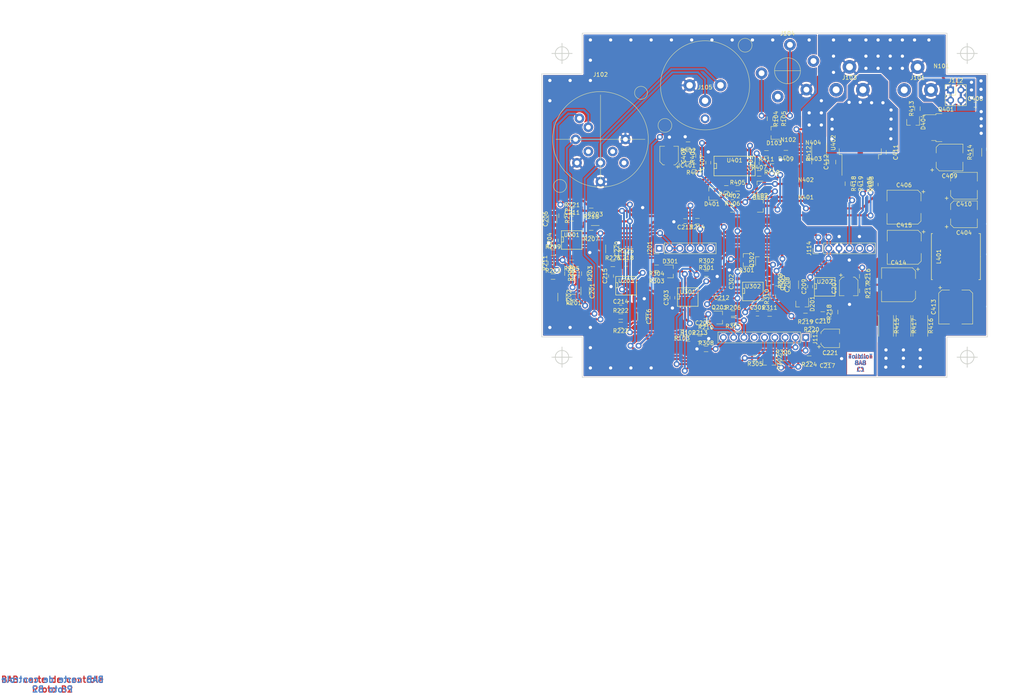
<source format=kicad_pcb>
(kicad_pcb (version 20171130) (host pcbnew "(5.1.4)-1")
  (layers (0 F.Cu signal) (31 B.Cu signal) (34 B.Paste user hide) (35 F.Paste user hide) (36 B.SilkS user hide) (37 F.SilkS user hide) (38 B.Mask user hide) (39 F.Mask user hide) (44 Edge.Cuts user))
  (net 0 "")
  (net 1 "Net-(C201-Pad1)")
  (net 2 "Net-(C202-Pad1)")
  (net 3 "Net-(C203-Pad1)")
  (net 4 /AUDIO_ASYM_IN)
  (net 5 VCC)
  (net 6 GND)
  (net 7 /AUDIO_BYPASS)
  (net 8 "Net-(C205-Pad2)")
  (net 9 "Net-(C206-Pad2)")
  (net 10 "Net-(C207-Pad1)")
  (net 11 "Net-(C208-Pad1)")
  (net 12 "Net-(C208-Pad2)")
  (net 13 /peak_detect/VREF)
  (net 14 /peak_detect/AUDIO_PEAK)
  (net 15 "Net-(C301-Pad1)")
  (net 16 /motor_driver/VCC_DIG)
  (net 17 "Net-(C402-Pad2)")
  (net 18 "Net-(C402-Pad1)")
  (net 19 "Net-(C403-Pad2)")
  (net 20 "Net-(C403-Pad1)")
  (net 21 VSS)
  (net 22 GNDPWR)
  (net 23 "Net-(D201-Pad1)")
  (net 24 "Net-(D201-Pad3)")
  (net 25 "Net-(D301-Pad1)")
  (net 26 "Net-(D301-Pad2)")
  (net 27 "Net-(D301-Pad3)")
  (net 28 "Net-(D302-Pad1)")
  (net 29 "Net-(D302-Pad2)")
  (net 30 "Net-(D401-Pad3)")
  (net 31 "Net-(D402-Pad3)")
  (net 32 /motor_driver/PWM_IN)
  (net 33 "Net-(D403-Pad3)")
  (net 34 "Net-(IC401-Pad2)")
  (net 35 /motor_driver/OUT1)
  (net 36 "Net-(R203-Pad1)")
  (net 37 "Net-(R204-Pad1)")
  (net 38 "Net-(R208-Pad1)")
  (net 39 "Net-(J201-Pad5)")
  (net 40 "Net-(R407-Pad1)")
  (net 41 "Net-(R408-Pad1)")
  (net 42 /AUDIO_IN_SYM_P)
  (net 43 /AUDIO_IN_SYM_N)
  (net 44 "Net-(J104-PadT)")
  (net 45 "Net-(J104-PadR)")
  (net 46 "Net-(R102-Pad1)")
  (net 47 /motor_driver/VCC_MOTOR_FILT)
  (net 48 /motor_driver/GND_MOTOR_CURR_SENSE)
  (net 49 "Net-(N402-Pad1)")
  (net 50 /POT_GAIN_2)
  (net 51 /POT_GAIN_1)
  (net 52 /POT_THRES_2)
  (net 53 /POT_THRES_1)
  (net 54 /POT_GAIN_3)
  (net 55 /motor_driver/~INH~)
  (net 56 /AUDIO_ASYM_SEND)
  (net 57 "Net-(J101-PadP)")
  (net 58 "Net-(C404-Pad1)")
  (net 59 /motor_driver/C_COM_PWR_1)
  (net 60 /motor_driver/C_COM_PWR_2)
  (net 61 /POT_MIN_1)
  (net 62 /POT_MIN_3)
  (net 63 "Net-(R309-Pad1)")
  (net 64 "Net-(Q302-Pad3)")
  (net 65 "Net-(Q303-Pad3)")
  (net 66 "Net-(D404-Pad1)")
  (net 67 "Net-(R418-Pad1)")
  (net 68 "Net-(R419-Pad1)")
  (net 69 /POT_MIN_2)
  (net 70 "Net-(Q301-Pad1)")
  (net 71 "Net-(Q301-Pad3)")
  (net 72 "Net-(C405-Pad1)")
  (net 73 "Net-(C212-Pad2)")
  (net 74 "Net-(C213-Pad1)")
  (net 75 "Net-(Q201-Pad1)")
  (net 76 "Net-(Q303-Pad2)")
  (net 77 "Net-(D103-Pad1)")
  (net 78 "Net-(N403-Pad1)")
  (net 79 "Net-(C211-Pad2)")
  (net 80 "Net-(C211-Pad1)")
  (net 81 "Net-(C214-Pad2)")
  (net 82 "Net-(C216-Pad2)")
  (net 83 "Net-(C217-Pad2)")
  (net 84 "Net-(C218-Pad2)")
  (net 85 "Net-(C220-Pad2)")
  (net 86 "Net-(J201-Pad4)")
  (module Capacitors_SMD:C_0603 (layer F.Cu) (at 68.35 74.75 180)
    (fp_text reference C213 (at 0 -1.5 180) (layer F.SilkS))
    (fp_text value 100n)
    (pad 2 smd rect (at 0.75 0 180) (size 0.8 0.75) (layers F.Cu F.Paste F.Mask) (net 6 GND))
    (pad 1 smd rect (at -0.75 0 180) (size 0.8 0.75) (layers F.Cu F.Paste F.Mask) (net 74 "Net-(C213-Pad1)"))
  )
  (module Resistors_SMD:R_0603 (layer F.Cu) (at 71.4 74.75 180)
    (fp_text reference R214 (at 0 -1.45 180) (layer F.SilkS))
    (fp_text value 10k)
    (pad 1 smd rect (at -0.75 0 180) (size 0.5 0.9) (layers F.Cu F.Paste F.Mask) (net 39 "Net-(J201-Pad5)"))
    (pad 2 smd rect (at 0.75 0 180) (size 0.5 0.9) (layers F.Cu F.Paste F.Mask) (net 74 "Net-(C213-Pad1)"))
  )
  (module flax_lib:net_tie_0.5mm_long (layer F.Cu) (at 97 56.05)
    (fp_text reference N403 (at 3.175 3.302) (layer F.SilkS))
    (fp_text value net_tie)
    (fp_line (start -1.004 0) (end 1.004 0) (layer F.Cu) (width 0.5))
    (pad 2 smd circle (at 1.004 0) (size 0.5 0.5) (layers F.Cu) (net 22 GNDPWR))
    (pad 1 smd circle (at -1.004 0) (size 0.5 0.5) (layers F.Cu) (net 78 "Net-(N403-Pad1)"))
  )
  (module flax_lib:net_tie_0.5mm_long (layer F.Cu) (at 95 65.55)
    (fp_text reference N401 (at 3.175 3.302) (layer F.SilkS))
    (fp_text value net_tie)
    (fp_line (start -1.004 0) (end 1.004 0) (layer F.Cu) (width 0.5))
    (pad 2 smd circle (at 1.004 0) (size 0.5 0.5) (layers F.Cu) (net 48 /motor_driver/GND_MOTOR_CURR_SENSE))
    (pad 1 smd circle (at -1.004 0) (size 0.5 0.5) (layers F.Cu) (net 17 "Net-(C402-Pad2)"))
  )
  (module flax_lib:net_tie_0.5mm_long (layer F.Cu) (at 96.8 52.05)
    (fp_text reference N404 (at 3.175 3.302) (layer F.SilkS))
    (fp_text value net_tie)
    (fp_line (start -1.004 0) (end 1.004 0) (layer F.Cu) (width 0.5))
    (pad 2 smd circle (at 1.004 0) (size 0.5 0.5) (layers F.Cu) (net 22 GNDPWR))
    (pad 1 smd circle (at -1.004 0) (size 0.5 0.5) (layers F.Cu) (net 72 "Net-(C405-Pad1)"))
  )
  (module flax_lib:Inductor_Coilcraft_MSS1210 (layer F.Cu) (at 135.15 83.5 90)
    (fp_text reference L401 (at 0 -4.175 90) (layer F.SilkS))
    (fp_text value "100u 3A")
    (pad 1 smd rect (at -4.75 0 90) (size 3 5.5) (layers F.Cu F.Paste F.Mask) (net 47 /motor_driver/VCC_MOTOR_FILT))
    (pad 2 smd rect (at 4.75 0 90) (size 3 5.5) (layers F.Cu F.Paste F.Mask) (net 58 "Net-(C404-Pad1)"))
  )
  (module TO_SOT_Packages_SMD:SOT-23 (layer F.Cu) (at 90.35 52.95 180)
    (fp_text reference D103 (at 0 -2.5 180) (layer F.SilkS))
    (fp_text value BAS21)
    (pad 1 smd rect (at -1 -0.95 180) (size 0.9 0.8) (layers F.Cu F.Paste F.Mask) (net 77 "Net-(D103-Pad1)"))
    (pad 2 smd rect (at -1 0.95 180) (size 0.9 0.8) (layers F.Cu F.Paste F.Mask))
    (pad 3 smd rect (at 1 0 180) (size 0.9 0.8) (layers F.Cu F.Paste F.Mask) (net 5 VCC))
  )
  (module Resistors_SMD:R_1206 (layer F.Cu) (at 140.5 57.75 90)
    (fp_text reference R414 (at 0 -1.85 90) (layer F.SilkS))
    (fp_text value 1)
    (pad 1 smd rect (at -1.45 0 90) (size 0.9 1.7) (layers F.Cu F.Paste F.Mask) (net 59 /motor_driver/C_COM_PWR_1))
    (pad 2 smd rect (at 1.45 0 90) (size 0.9 1.7) (layers F.Cu F.Paste F.Mask) (net 22 GNDPWR))
  )
  (module TO_SOT_Packages_SMD:TO-252-3_TabPin4 (layer F.Cu) (at 132.75 51.65)
    (fp_text reference Q401 (at 0 -4.5) (layer F.SilkS))
    (fp_text value IRFR5305)
    (pad 1 smd rect (at -4.2 -2.28) (size 2.2 1.2) (layers F.Cu F.Paste F.Mask) (net 66 "Net-(D404-Pad1)"))
    (pad 2 smd rect (at -4.2 0) (size 2.2 1.2) (layers F.Cu F.Paste F.Mask) (net 21 VSS))
    (pad 3 smd rect (at -4.2 2.28) (size 2.2 1.2) (layers F.Cu F.Paste F.Mask) (net 58 "Net-(C404-Pad1)"))
    (pad 4 smd rect (at 2.1 0) (size 6.4 5.8) (layers F.Cu F.Mask) (net 21 VSS))
    (pad 4 smd rect (at 3.775 1.525) (size 3.05 2.75) (layers F.Cu F.Paste) (net 21 VSS))
    (pad 4 smd rect (at 0.425 -1.525) (size 3.05 2.75) (layers F.Cu F.Paste) (net 21 VSS))
    (pad 4 smd rect (at 3.775 -1.525) (size 3.05 2.75) (layers F.Cu F.Paste) (net 21 VSS))
    (pad 4 smd rect (at 0.425 1.525) (size 3.05 2.75) (layers F.Cu F.Paste) (net 21 VSS))
  )
  (module TO_SOT_Packages_SMD:SOT-23 (layer F.Cu) (at 89.984066 89.964146 270)
    (fp_text reference Q303 (at 0 -2.5 270) (layer F.SilkS))
    (fp_text value DTA114E)
    (pad 1 smd rect (at -1 -0.95 270) (size 0.9 0.8) (layers F.Cu F.Paste F.Mask) (net 71 "Net-(Q301-Pad3)"))
    (pad 2 smd rect (at -1 0.95 270) (size 0.9 0.8) (layers F.Cu F.Paste F.Mask) (net 76 "Net-(Q303-Pad2)"))
    (pad 3 smd rect (at 1 0 270) (size 0.9 0.8) (layers F.Cu F.Paste F.Mask) (net 65 "Net-(Q303-Pad3)"))
  )
  (module TO_SOT_Packages_SMD:SOT-23 (layer F.Cu) (at 87.35 84.3 90)
    (fp_text reference Q302 (at 0 -2.5 90) (layer F.SilkS))
    (fp_text value DTA114E)
    (pad 1 smd rect (at -1 -0.95 90) (size 0.9 0.8) (layers F.Cu F.Paste F.Mask) (net 70 "Net-(Q301-Pad1)"))
    (pad 2 smd rect (at -1 0.95 90) (size 0.9 0.8) (layers F.Cu F.Paste F.Mask) (net 14 /peak_detect/AUDIO_PEAK))
    (pad 3 smd rect (at 1 0 90) (size 0.9 0.8) (layers F.Cu F.Paste F.Mask) (net 64 "Net-(Q302-Pad3)"))
  )
  (module TO_SOT_Packages_SMD:SOT-23 (layer F.Cu) (at 83.5 84.35 180)
    (fp_text reference Q301 (at 0 -2.5 180) (layer F.SilkS))
    (fp_text value DTC114E)
    (pad 1 smd rect (at -1 -0.95 180) (size 0.9 0.8) (layers F.Cu F.Paste F.Mask) (net 70 "Net-(Q301-Pad1)"))
    (pad 2 smd rect (at -1 0.95 180) (size 0.9 0.8) (layers F.Cu F.Paste F.Mask) (net 6 GND))
    (pad 3 smd rect (at 1 0 180) (size 0.9 0.8) (layers F.Cu F.Paste F.Mask) (net 71 "Net-(Q301-Pad3)"))
  )
  (module Pin_Headers:Pin_Header_Straight_1x09_Pitch2.54mm (layer F.Cu) (at 98.144066 103.464146 270)
    (fp_text reference J113 (at 0 -2.33 270) (layer F.SilkS))
    (fp_text value CONN_01X09)
    (pad 1 thru_hole rect (at 0 0 270) (size 1.7 1.7) (drill 1) (layers *.Cu *.Mask) (net 51 /POT_GAIN_1))
    (pad 2 thru_hole oval (at 0 2.54 270) (size 1.7 1.7) (drill 1) (layers *.Cu *.Mask) (net 50 /POT_GAIN_2))
    (pad 3 thru_hole oval (at 0 5.08 270) (size 1.7 1.7) (drill 1) (layers *.Cu *.Mask) (net 54 /POT_GAIN_3))
    (pad 4 thru_hole oval (at 0 7.62 270) (size 1.7 1.7) (drill 1) (layers *.Cu *.Mask) (net 53 /POT_THRES_1))
    (pad 5 thru_hole oval (at 0 10.16 270) (size 1.7 1.7) (drill 1) (layers *.Cu *.Mask) (net 52 /POT_THRES_2))
    (pad 6 thru_hole oval (at 0 12.7 270) (size 1.7 1.7) (drill 1) (layers *.Cu *.Mask))
    (pad 7 thru_hole oval (at 0 15.24 270) (size 1.7 1.7) (drill 1) (layers *.Cu *.Mask) (net 61 /POT_MIN_1))
    (pad 8 thru_hole oval (at 0 17.78 270) (size 1.7 1.7) (drill 1) (layers *.Cu *.Mask) (net 69 /POT_MIN_2))
    (pad 9 thru_hole oval (at 0 20.32 270) (size 1.7 1.7) (drill 1) (layers *.Cu *.Mask) (net 62 /POT_MIN_3))
  )
  (module TO_SOT_Packages_SMD:SOT-23 (layer F.Cu) (at 124.65 50.3 270)
    (fp_text reference D404 (at 0 -2.5 270) (layer F.SilkS))
    (fp_text value BZX84)
    (pad 1 smd rect (at -1 -0.95 270) (size 0.9 0.8) (layers F.Cu F.Paste F.Mask) (net 66 "Net-(D404-Pad1)"))
    (pad 2 smd rect (at -1 0.95 270) (size 0.9 0.8) (layers F.Cu F.Paste F.Mask))
    (pad 3 smd rect (at 1 0 270) (size 0.9 0.8) (layers F.Cu F.Paste F.Mask) (net 58 "Net-(C404-Pad1)"))
  )
  (module Resistors_SMD:R_0603 (layer F.Cu) (at 110.3 65.5 270)
    (fp_text reference R419 (at 0 -1.45 270) (layer F.SilkS))
    (fp_text value 10k)
    (pad 1 smd rect (at -0.75 0 270) (size 0.5 0.9) (layers F.Cu F.Paste F.Mask) (net 68 "Net-(R419-Pad1)"))
    (pad 2 smd rect (at 0.75 0 270) (size 0.5 0.9) (layers F.Cu F.Paste F.Mask) (net 55 /motor_driver/~INH~))
  )
  (module Resistors_SMD:R_0603 (layer F.Cu) (at 108.55 65.5 270)
    (fp_text reference R418 (at 0 -1.45 270) (layer F.SilkS))
    (fp_text value 10k)
    (pad 1 smd rect (at -0.75 0 270) (size 0.5 0.9) (layers F.Cu F.Paste F.Mask) (net 67 "Net-(R418-Pad1)"))
    (pad 2 smd rect (at 0.75 0 270) (size 0.5 0.9) (layers F.Cu F.Paste F.Mask) (net 33 "Net-(D403-Pad3)"))
  )
  (module Resistors_SMD:R_0603 (layer F.Cu) (at 125.7 46.95 90)
    (fp_text reference R413 (at 0 -1.45 90) (layer F.SilkS))
    (fp_text value 10k)
    (pad 1 smd rect (at -0.75 0 90) (size 0.5 0.9) (layers F.Cu F.Paste F.Mask) (net 66 "Net-(D404-Pad1)"))
    (pad 2 smd rect (at 0.75 0 90) (size 0.5 0.9) (layers F.Cu F.Paste F.Mask) (net 22 GNDPWR))
  )
  (module Resistors_SMD:R_0603 (layer F.Cu) (at 89.234066 97.564146)
    (fp_text reference R311 (at 0 -1.45) (layer F.SilkS))
    (fp_text value 100k)
    (pad 1 smd rect (at -0.75 0) (size 0.5 0.9) (layers F.Cu F.Paste F.Mask) (net 6 GND))
    (pad 2 smd rect (at 0.75 0) (size 0.5 0.9) (layers F.Cu F.Paste F.Mask) (net 63 "Net-(R309-Pad1)"))
  )
  (module Resistors_SMD:R_0603 (layer F.Cu) (at 90 93.4 90)
    (fp_text reference R310 (at 0 -1.45 90) (layer F.SilkS))
    (fp_text value 100)
    (pad 1 smd rect (at -0.75 0 90) (size 0.5 0.9) (layers F.Cu F.Paste F.Mask) (net 63 "Net-(R309-Pad1)"))
    (pad 2 smd rect (at 0.75 0 90) (size 0.5 0.9) (layers F.Cu F.Paste F.Mask) (net 65 "Net-(Q303-Pad3)"))
  )
  (module Resistors_SMD:R_0603 (layer F.Cu) (at 93.35 89.45 90)
    (fp_text reference R309 (at 0 -1.45 90) (layer F.SilkS))
    (fp_text value 100)
    (pad 1 smd rect (at -0.75 0 90) (size 0.5 0.9) (layers F.Cu F.Paste F.Mask) (net 63 "Net-(R309-Pad1)"))
    (pad 2 smd rect (at 0.75 0 90) (size 0.5 0.9) (layers F.Cu F.Paste F.Mask) (net 64 "Net-(Q302-Pad3)"))
  )
  (module Resistors_SMD:R_0603 (layer F.Cu) (at 73.55 106.3)
    (fp_text reference R308 (at 0 -1.45) (layer F.SilkS))
    (fp_text value 10k)
    (pad 1 smd rect (at -0.75 0) (size 0.5 0.9) (layers F.Cu F.Paste F.Mask) (net 6 GND))
    (pad 2 smd rect (at 0.75 0) (size 0.5 0.9) (layers F.Cu F.Paste F.Mask) (net 62 /POT_MIN_3))
  )
  (module Resistors_SMD:R_0603 (layer F.Cu) (at 80.25 99.25 180)
    (fp_text reference R307 (at 0 -1.45 180) (layer F.SilkS))
    (fp_text value 10k)
    (pad 1 smd rect (at -0.75 0 180) (size 0.5 0.9) (layers F.Cu F.Paste F.Mask) (net 61 /POT_MIN_1))
    (pad 2 smd rect (at 0.75 0 180) (size 0.5 0.9) (layers F.Cu F.Paste F.Mask) (net 5 VCC))
  )
  (module Capacitors_SMD:CP_Elec_8x10 (layer F.Cu) (at 122.45 81.2 180)
    (fp_text reference C415 (at 0 5.45 180) (layer F.SilkS))
    (fp_text value "220u 35V")
    (fp_text user + (at -4.78 3.9 180) (layer F.SilkS))
    (pad 1 smd rect (at -3.05 0) (size 4 2.5) (layers F.Cu F.Paste F.Mask) (net 47 /motor_driver/VCC_MOTOR_FILT))
    (pad 2 smd rect (at 3.05 0) (size 4 2.5) (layers F.Cu F.Paste F.Mask) (net 60 /motor_driver/C_COM_PWR_2))
  )
  (module Capacitors_SMD:CP_Elec_8x10 (layer F.Cu) (at 121.05 90.45 180)
    (fp_text reference C414 (at 0 5.45 180) (layer F.SilkS))
    (fp_text value "220u 35V")
    (fp_text user + (at -4.78 3.9 180) (layer F.SilkS))
    (pad 1 smd rect (at -3.05 0) (size 4 2.5) (layers F.Cu F.Paste F.Mask) (net 47 /motor_driver/VCC_MOTOR_FILT))
    (pad 2 smd rect (at 3.05 0) (size 4 2.5) (layers F.Cu F.Paste F.Mask) (net 60 /motor_driver/C_COM_PWR_2))
  )
  (module Capacitors_SMD:CP_Elec_8x10 (layer F.Cu) (at 135.15 95.95 270)
    (fp_text reference C413 (at 0 5.45 270) (layer F.SilkS))
    (fp_text value "220u 35V")
    (fp_text user + (at -4.78 3.9 270) (layer F.SilkS))
    (pad 1 smd rect (at -3.05 0 90) (size 4 2.5) (layers F.Cu F.Paste F.Mask) (net 47 /motor_driver/VCC_MOTOR_FILT))
    (pad 2 smd rect (at 3.05 0 90) (size 4 2.5) (layers F.Cu F.Paste F.Mask) (net 60 /motor_driver/C_COM_PWR_2))
  )
  (module Capacitors_SMD:C_0805 (layer F.Cu) (at 104.7 60.15 90)
    (fp_text reference C412 (at 0 -1.5 90) (layer F.SilkS))
    (fp_text value 220n)
    (pad 1 smd rect (at -1 0 90) (size 1 1.25) (layers F.Cu F.Paste F.Mask) (net 48 /motor_driver/GND_MOTOR_CURR_SENSE))
    (pad 2 smd rect (at 1 0 90) (size 1 1.25) (layers F.Cu F.Paste F.Mask) (net 35 /motor_driver/OUT1))
  )
  (module Capacitors_SMD:CP_Elec_6.3x5.3 (layer F.Cu) (at 137.2 66)
    (fp_text reference C410 (at 0 4.56) (layer F.SilkS))
    (fp_text value "33u 35V")
    (fp_text user + (at -4.28 3.01) (layer F.SilkS))
    (pad 1 smd rect (at -2.7 0 180) (size 3.5 1.6) (layers F.Cu F.Paste F.Mask) (net 58 "Net-(C404-Pad1)"))
    (pad 2 smd rect (at 2.7 0 180) (size 3.5 1.6) (layers F.Cu F.Paste F.Mask) (net 59 /motor_driver/C_COM_PWR_1))
  )
  (module Capacitors_SMD:CP_Elec_6.3x5.3 (layer F.Cu) (at 133.640169 59.028119)
    (fp_text reference C409 (at 0 4.56) (layer F.SilkS))
    (fp_text value "33u 35V")
    (fp_text user + (at -4.28 3.01) (layer F.SilkS))
    (pad 1 smd rect (at -2.7 0 180) (size 3.5 1.6) (layers F.Cu F.Paste F.Mask) (net 58 "Net-(C404-Pad1)"))
    (pad 2 smd rect (at 2.7 0 180) (size 3.5 1.6) (layers F.Cu F.Paste F.Mask) (net 59 /motor_driver/C_COM_PWR_1))
  )
  (module Capacitors_SMD:C_0603 (layer F.Cu) (at 140 46)
    (fp_text reference C408 (at 0 -1.5) (layer F.SilkS))
    (fp_text value 100n)
    (pad 2 smd rect (at 0.75 0) (size 0.8 0.75) (layers F.Cu F.Paste F.Mask) (net 22 GNDPWR))
    (pad 1 smd rect (at -0.75 0) (size 0.8 0.75) (layers F.Cu F.Paste F.Mask) (net 21 VSS))
  )
  (module Capacitors_SMD:CP_Elec_8x10 (layer F.Cu) (at 122.4 71.3 180)
    (fp_text reference C406 (at 0 5.45 180) (layer F.SilkS))
    (fp_text value "220u 35V")
    (fp_text user + (at -4.78 3.9 180) (layer F.SilkS))
    (pad 1 smd rect (at -3.05 0) (size 4 2.5) (layers F.Cu F.Paste F.Mask) (net 47 /motor_driver/VCC_MOTOR_FILT))
    (pad 2 smd rect (at 3.05 0) (size 4 2.5) (layers F.Cu F.Paste F.Mask) (net 60 /motor_driver/C_COM_PWR_2))
  )
  (module Capacitors_SMD:CP_Elec_6.3x5.3 (layer F.Cu) (at 137.2 73.05)
    (fp_text reference C404 (at 0 4.56) (layer F.SilkS))
    (fp_text value "33u 35V")
    (fp_text user + (at -4.28 3.01) (layer F.SilkS))
    (pad 1 smd rect (at -2.7 0 180) (size 3.5 1.6) (layers F.Cu F.Paste F.Mask) (net 58 "Net-(C404-Pad1)"))
    (pad 2 smd rect (at 2.7 0 180) (size 3.5 1.6) (layers F.Cu F.Paste F.Mask) (net 59 /motor_driver/C_COM_PWR_1))
  )
  (module Pin_Headers:Pin_Header_Straight_2x02_Pitch2.54mm (layer F.Cu) (at 133.9 42.35)
    (fp_text reference J112 (at 1.27 -2.33) (layer F.SilkS))
    (fp_text value CONN_02X02)
    (pad 1 thru_hole rect (at 0 0) (size 1.7 1.7) (drill 1) (layers *.Cu *.Mask) (net 57 "Net-(J101-PadP)"))
    (pad 2 thru_hole oval (at 2.54 0) (size 1.7 1.7) (drill 1) (layers *.Cu *.Mask) (net 21 VSS))
    (pad 3 thru_hole oval (at 0 2.54) (size 1.7 1.7) (drill 1) (layers *.Cu *.Mask) (net 57 "Net-(J101-PadP)"))
    (pad 4 thru_hole oval (at 2.54 2.54) (size 1.7 1.7) (drill 1) (layers *.Cu *.Mask) (net 21 VSS))
  )
  (module TO_SOT_Packages_SMD:TO-263-7_TabPin8 (layer F.Cu) (at 111.6 55.375 90)
    (fp_text reference U402 (at 0 -6.65 90) (layer F.SilkS))
    (fp_text value BTN8980TA)
    (pad 1 smd rect (at -5.775 -3.81 90) (size 4.6 0.8) (layers F.Cu F.Paste F.Mask) (net 48 /motor_driver/GND_MOTOR_CURR_SENSE))
    (pad 2 smd rect (at -5.775 -2.54 90) (size 4.6 0.8) (layers F.Cu F.Paste F.Mask) (net 67 "Net-(R418-Pad1)"))
    (pad 3 smd rect (at -5.775 -1.27 90) (size 4.6 0.8) (layers F.Cu F.Paste F.Mask) (net 68 "Net-(R419-Pad1)"))
    (pad 4 smd rect (at -5.775 0 90) (size 4.6 0.8) (layers F.Cu F.Paste F.Mask) (net 35 /motor_driver/OUT1))
    (pad 5 smd rect (at -5.775 1.27 90) (size 4.6 0.8) (layers F.Cu F.Paste F.Mask) (net 41 "Net-(R408-Pad1)"))
    (pad 6 smd rect (at -5.775 2.54 90) (size 4.6 0.8) (layers F.Cu F.Paste F.Mask) (net 18 "Net-(C402-Pad1)"))
    (pad 7 smd rect (at -5.775 3.81 90) (size 4.6 0.8) (layers F.Cu F.Paste F.Mask) (net 47 /motor_driver/VCC_MOTOR_FILT))
    (pad 8 smd rect (at 3.375 0 90) (size 9.4 10.8) (layers F.Cu F.Mask) (net 35 /motor_driver/OUT1))
    (pad 8 smd rect (at 5.8 2.775 90) (size 4.55 5.25) (layers F.Cu F.Paste) (net 35 /motor_driver/OUT1))
    (pad 8 smd rect (at 0.95 -2.775 90) (size 4.55 5.25) (layers F.Cu F.Paste) (net 35 /motor_driver/OUT1))
    (pad 8 smd rect (at 5.8 -2.775 90) (size 4.55 5.25) (layers F.Cu F.Paste) (net 35 /motor_driver/OUT1))
    (pad 8 smd rect (at 0.95 2.775 90) (size 4.55 5.25) (layers F.Cu F.Paste) (net 35 /motor_driver/OUT1))
  )
  (module flax_lib:L712RA_2.5mm (layer F.Cu) (at 108.95 28.3 180)
    (fp_text reference J103 (at 0 -11 180) (layer F.SilkS))
    (fp_text value L712RA)
    (pad S thru_hole circle (at 0 -8.35 180) (size 3.4 3.4) (drill 1.7) (layers *.Cu *.Mask) (net 22 GNDPWR))
    (pad SN thru_hole circle (at 3.3 -14 180) (size 3.4 3.4) (drill 1.7) (layers *.Cu *.Mask))
    (pad P thru_hole circle (at -3.3 -14 180) (size 3.4 3.4) (drill 1.7) (layers *.Cu *.Mask) (net 35 /motor_driver/OUT1))
  )
  (module flax_lib:NEUTRIK_NCJ9FI-V (layer F.Cu) (at 47.5 54.55)
    (fp_text reference J102 (at 0 -16) (layer F.SilkS))
    (fp_text value AUDIO_IN)
    (pad 1 thru_hole circle (at 6.15 0) (size 2.4 2.4) (drill 1.2) (layers *.Cu *.Mask) (net 6 GND))
    (pad TN thru_hole circle (at -3 -3) (size 2.4 2.4) (drill 1.2) (layers *.Cu *.Mask) (net 56 /AUDIO_ASYM_SEND))
    (pad 3 thru_hole circle (at 0 5.8) (size 2.4 2.4) (drill 1.2) (layers *.Cu *.Mask) (net 43 /AUDIO_IN_SYM_N))
    (pad R thru_hole circle (at 5.8 5.8) (size 2.4 2.4) (drill 1.2) (layers *.Cu *.Mask))
    (pad G thru_hole circle (at 0 10.45) (size 2.4 2.4) (drill 1.2) (layers *.Cu *.Mask) (net 6 GND))
    (pad S thru_hole circle (at -5.8 5.8) (size 2.4 2.4) (drill 1.2) (layers *.Cu *.Mask) (net 6 GND))
    (pad T thru_hole circle (at -5.2 -5.2) (size 2.4 2.4) (drill 1.2) (layers *.Cu *.Mask) (net 4 /AUDIO_ASYM_IN))
    (pad 2 thru_hole circle (at -6.15 0) (size 2.4 2.4) (drill 1.2) (layers *.Cu *.Mask) (net 42 /AUDIO_IN_SYM_P))
    (pad SN thru_hole circle (at -3 3) (size 2.4 2.4) (drill 1.2) (layers *.Cu *.Mask))
    (pad RN thru_hole circle (at 3 3) (size 2.4 2.4) (drill 1.2) (layers *.Cu *.Mask))
  )
  (module flax_lib:L712RA_2.5mm (layer F.Cu) (at 125.75 28.35 180)
    (fp_text reference J101 (at 0 -11 180) (layer F.SilkS))
    (fp_text value L712RA)
    (pad S thru_hole circle (at 0 -8.35 180) (size 3.4 3.4) (drill 1.7) (layers *.Cu *.Mask) (net 22 GNDPWR))
    (pad SN thru_hole circle (at 3.3 -14 180) (size 3.4 3.4) (drill 1.7) (layers *.Cu *.Mask))
    (pad P thru_hole circle (at -3.3 -14 180) (size 3.4 3.4) (drill 1.7) (layers *.Cu *.Mask) (net 57 "Net-(J101-PadP)"))
  )
  (module Pin_Headers:Pin_Header_Straight_1x06_Pitch2.54mm (layer F.Cu) (at 101.284066 81.464146 90)
    (fp_text reference J114 (at 0 -2.33 90) (layer F.SilkS))
    (fp_text value CONN_LEDS_A)
    (pad 1 thru_hole rect (at 0 0 90) (size 1.7 1.7) (drill 1) (layers *.Cu *.Mask) (net 32 /motor_driver/PWM_IN))
    (pad 2 thru_hole oval (at 0 2.54 90) (size 1.7 1.7) (drill 1) (layers *.Cu *.Mask) (net 5 VCC))
    (pad 3 thru_hole oval (at 0 5.08 90) (size 1.7 1.7) (drill 1) (layers *.Cu *.Mask) (net 6 GND))
    (pad 4 thru_hole oval (at 0 7.62 90) (size 1.7 1.7) (drill 1) (layers *.Cu *.Mask) (net 55 /motor_driver/~INH~))
    (pad 5 thru_hole oval (at 0 10.16 90) (size 1.7 1.7) (drill 1) (layers *.Cu *.Mask))
    (pad 6 thru_hole oval (at 0 12.7 90) (size 1.7 1.7) (drill 1) (layers *.Cu *.Mask))
  )
  (module Pin_Headers:Pin_Header_Straight_1x06_Pitch2.54mm (layer F.Cu) (at 61.984066 81.464146 90)
    (fp_text reference J201 (at 0 -2.33 90) (layer F.SilkS))
    (fp_text value "PAD -20dB CONNA")
    (pad 1 thru_hole rect (at 0 0 90) (size 1.7 1.7) (drill 1) (layers *.Cu *.Mask))
    (pad 2 thru_hole oval (at 0 2.54 90) (size 1.7 1.7) (drill 1) (layers *.Cu *.Mask) (net 80 "Net-(C211-Pad1)"))
    (pad 3 thru_hole oval (at 0 5.08 90) (size 1.7 1.7) (drill 1) (layers *.Cu *.Mask) (net 80 "Net-(C211-Pad1)"))
    (pad 4 thru_hole oval (at 0 7.62 90) (size 1.7 1.7) (drill 1) (layers *.Cu *.Mask) (net 86 "Net-(J201-Pad4)"))
    (pad 5 thru_hole oval (at 0 10.16 90) (size 1.7 1.7) (drill 1) (layers *.Cu *.Mask) (net 39 "Net-(J201-Pad5)"))
    (pad 6 thru_hole oval (at 0 12.7 90) (size 1.7 1.7) (drill 1) (layers *.Cu *.Mask))
  )
  (module Capacitors_SMD:C_0603 (layer F.Cu) (at 65.234066 93.664146 90)
    (fp_text reference C303 (at 0 -1.5 90) (layer F.SilkS))
    (fp_text value 100n)
    (pad 2 smd rect (at 0.75 0 90) (size 0.8 0.75) (layers F.Cu F.Paste F.Mask) (net 5 VCC))
    (pad 1 smd rect (at -0.75 0 90) (size 0.8 0.75) (layers F.Cu F.Paste F.Mask) (net 6 GND))
  )
  (module Resistors_SMD:R_0603 (layer F.Cu) (at 91.3 49.45 270)
    (fp_text reference R105 (at 0 -1.45 270) (layer F.SilkS))
    (fp_text value 1k)
    (pad 1 smd rect (at -0.75 0 270) (size 0.5 0.9) (layers F.Cu F.Paste F.Mask) (net 45 "Net-(J104-PadR)"))
    (pad 2 smd rect (at 0.75 0 270) (size 0.5 0.9) (layers F.Cu F.Paste F.Mask) (net 46 "Net-(R102-Pad1)"))
  )
  (module Resistors_SMD:R_0603 (layer F.Cu) (at 89.35 49.45 270)
    (fp_text reference R104 (at 0 -1.45 270) (layer F.SilkS))
    (fp_text value 1k)
    (pad 1 smd rect (at -0.75 0 270) (size 0.5 0.9) (layers F.Cu F.Paste F.Mask) (net 44 "Net-(J104-PadT)"))
    (pad 2 smd rect (at 0.75 0 270) (size 0.5 0.9) (layers F.Cu F.Paste F.Mask) (net 46 "Net-(R102-Pad1)"))
  )
  (module flax_lib:NC3MAAV-0 (layer F.Cu) (at 73.3 41.2)
    (fp_text reference J105 (at 0 0.5) (layer F.SilkS))
    (fp_text value AUDIO_BYPASS_XLR)
    (pad 1 thru_hole circle (at -3.81 0) (size 3 3) (drill 1.6) (layers *.Cu *.Mask) (net 6 GND))
    (pad 2 thru_hole circle (at 3.81 0) (size 3 3) (drill 1.6) (layers *.Cu *.Mask) (net 42 /AUDIO_IN_SYM_P))
    (pad 3 thru_hole circle (at 0 3.81) (size 3 3) (drill 1.6) (layers *.Cu *.Mask) (net 43 /AUDIO_IN_SYM_N))
    (pad G thru_hole circle (at 0 8.25) (size 2.2 2.2) (drill 1.2) (layers *.Cu *.Mask))
  )
  (module flax_lib:REAN_RJ3VM (layer F.Cu) (at 93.65 37.6)
    (fp_text reference J104 (at 0 -9.2) (layer F.SilkS))
    (fp_text value REAN_RJ3VM)
    (pad T thru_hole circle (at -6.4 0.6) (size 2.9 2.9) (drill 1.45) (layers *.Cu *.Mask) (net 44 "Net-(J104-PadT)"))
    (pad R thru_hole circle (at 0.6 -6.4) (size 2.9 2.9) (drill 1.45) (layers *.Cu *.Mask) (net 45 "Net-(J104-PadR)"))
    (pad RN thru_hole circle (at 6.4 -2.4) (size 2.9 2.9) (drill 1.45) (layers *.Cu *.Mask))
    (pad G thru_hole circle (at 4.67 4.67) (size 2.9 2.9) (drill 1.45) (layers *.Cu *.Mask) (net 6 GND))
    (pad TN thru_hole circle (at -2.4 6.4) (size 2.9 2.9) (drill 1.45) (layers *.Cu *.Mask))
  )
  (module Capacitors_SMD:C_0603 (layer F.Cu) (at 40.490544 74.131913)
    (fp_text reference C211 (at 0 -1.5) (layer F.SilkS))
    (fp_text value 220p)
    (pad 2 smd rect (at 0.75 0) (size 0.8 0.75) (layers F.Cu F.Paste F.Mask) (net 79 "Net-(C211-Pad2)"))
    (pad 1 smd rect (at -0.75 0) (size 0.8 0.75) (layers F.Cu F.Paste F.Mask) (net 80 "Net-(C211-Pad1)"))
  )
  (module Capacitors_SMD:C_0603 (layer F.Cu) (at 74.1 60.3 90)
    (fp_text reference C407 (at 0 -1.5 90) (layer F.SilkS))
    (fp_text value 100n)
    (pad 2 smd rect (at 0.75 0 90) (size 0.8 0.75) (layers F.Cu F.Paste F.Mask) (net 6 GND))
    (pad 1 smd rect (at -0.75 0 90) (size 0.8 0.75) (layers F.Cu F.Paste F.Mask) (net 5 VCC))
  )
  (module SMD_Packages:SOIC-14_N (layer F.Cu) (at 80.59 60.998)
    (fp_text reference U401 (at 0 -1.27) (layer F.SilkS))
    (fp_text value LM2902)
    (pad 1 smd rect (at -3.81 3.302) (size 0.508 1.143) (layers F.Cu F.Paste F.Mask) (net 30 "Net-(D401-Pad3)"))
    (pad 2 smd rect (at -2.54 3.302) (size 0.508 1.143) (layers F.Cu F.Paste F.Mask) (net 18 "Net-(C402-Pad1)"))
    (pad 3 smd rect (at -1.27 3.302) (size 0.508 1.143) (layers F.Cu F.Paste F.Mask) (net 16 /motor_driver/VCC_DIG))
    (pad 4 smd rect (at 0 3.302) (size 0.508 1.143) (layers F.Cu F.Paste F.Mask) (net 5 VCC))
    (pad 5 smd rect (at 1.27 3.302) (size 0.508 1.143) (layers F.Cu F.Paste F.Mask) (net 16 /motor_driver/VCC_DIG))
    (pad 6 smd rect (at 2.54 3.302) (size 0.508 1.143) (layers F.Cu F.Paste F.Mask) (net 40 "Net-(R407-Pad1)"))
    (pad 7 smd rect (at 3.81 3.302) (size 0.508 1.143) (layers F.Cu F.Paste F.Mask) (net 31 "Net-(D402-Pad3)"))
    (pad 8 smd rect (at 3.81 -3.048) (size 0.508 1.143) (layers F.Cu F.Paste F.Mask) (net 40 "Net-(R407-Pad1)"))
    (pad 9 smd rect (at 2.54 -3.048) (size 0.508 1.143) (layers F.Cu F.Paste F.Mask) (net 19 "Net-(C403-Pad2)"))
    (pad 11 smd rect (at 0 -3.048) (size 0.508 1.143) (layers F.Cu F.Paste F.Mask) (net 6 GND))
    (pad 12 smd rect (at -1.27 -3.048) (size 0.508 1.143) (layers F.Cu F.Paste F.Mask))
    (pad 13 smd rect (at -2.54 -3.048) (size 0.508 1.143) (layers F.Cu F.Paste F.Mask))
    (pad 14 smd rect (at -3.81 -3.048) (size 0.508 1.143) (layers F.Cu F.Paste F.Mask))
    (pad 10 smd rect (at 1.27 -3.048) (size 0.508 1.143) (layers F.Cu F.Paste F.Mask) (net 20 "Net-(C403-Pad1)"))
  )
  (module SMD_Packages:SOIC-8-N (layer F.Cu) (at 85.10768 92.11061)
    (fp_text reference U302 (at 0 -1.27) (layer F.SilkS))
    (fp_text value LM2903)
    (pad 8 smd rect (at -1.905 -3.175) (size 0.508 1.143) (layers F.Cu F.Paste F.Mask) (net 5 VCC))
    (pad 7 smd rect (at -0.635 -3.175) (size 0.508 1.143) (layers F.Cu F.Paste F.Mask) (net 70 "Net-(Q301-Pad1)"))
    (pad 6 smd rect (at 0.635 -3.175) (size 0.508 1.143) (layers F.Cu F.Paste F.Mask) (net 14 /peak_detect/AUDIO_PEAK))
    (pad 5 smd rect (at 1.905 -3.175) (size 0.508 1.143) (layers F.Cu F.Paste F.Mask) (net 76 "Net-(Q303-Pad2)"))
    (pad 4 smd rect (at 1.905 3.175) (size 0.508 1.143) (layers F.Cu F.Paste F.Mask) (net 6 GND))
    (pad 3 smd rect (at 0.635 3.175) (size 0.508 1.143) (layers F.Cu F.Paste F.Mask) (net 63 "Net-(R309-Pad1)"))
    (pad 2 smd rect (at -0.635 3.175) (size 0.508 1.143) (layers F.Cu F.Paste F.Mask) (net 15 "Net-(C301-Pad1)"))
    (pad 1 smd rect (at -1.905 3.175) (size 0.508 1.143) (layers F.Cu F.Paste F.Mask) (net 32 /motor_driver/PWM_IN))
  )
  (module SMD_Packages:SOIC-8-N (layer F.Cu) (at 69.029066 93.489146)
    (fp_text reference U301 (at 0 -1.27) (layer F.SilkS))
    (fp_text value LM2903)
    (pad 8 smd rect (at -1.905 -3.175) (size 0.508 1.143) (layers F.Cu F.Paste F.Mask) (net 5 VCC))
    (pad 7 smd rect (at -0.635 -3.175) (size 0.508 1.143) (layers F.Cu F.Paste F.Mask) (net 27 "Net-(D301-Pad3)"))
    (pad 6 smd rect (at 0.635 -3.175) (size 0.508 1.143) (layers F.Cu F.Paste F.Mask) (net 15 "Net-(C301-Pad1)"))
    (pad 5 smd rect (at 1.905 -3.175) (size 0.508 1.143) (layers F.Cu F.Paste F.Mask) (net 52 /POT_THRES_2))
    (pad 4 smd rect (at 1.905 3.175) (size 0.508 1.143) (layers F.Cu F.Paste F.Mask) (net 6 GND))
    (pad 3 smd rect (at 0.635 3.175) (size 0.508 1.143) (layers F.Cu F.Paste F.Mask) (net 69 /POT_MIN_2))
    (pad 2 smd rect (at -0.635 3.175) (size 0.508 1.143) (layers F.Cu F.Paste F.Mask) (net 76 "Net-(Q303-Pad2)"))
    (pad 1 smd rect (at -1.905 3.175) (size 0.508 1.143) (layers F.Cu F.Paste F.Mask) (net 76 "Net-(Q303-Pad2)"))
  )
  (module SMD_Packages:SOIC-8-N (layer F.Cu) (at 102.834066 90.964146)
    (fp_text reference U202 (at 0 -1.27) (layer F.SilkS))
    (fp_text value LM1458)
    (pad 8 smd rect (at -1.905 -3.175) (size 0.508 1.143) (layers F.Cu F.Paste F.Mask) (net 5 VCC))
    (pad 7 smd rect (at -0.635 -3.175) (size 0.508 1.143) (layers F.Cu F.Paste F.Mask) (net 13 /peak_detect/VREF))
    (pad 6 smd rect (at 0.635 -3.175) (size 0.508 1.143) (layers F.Cu F.Paste F.Mask) (net 13 /peak_detect/VREF))
    (pad 5 smd rect (at 1.905 -3.175) (size 0.508 1.143) (layers F.Cu F.Paste F.Mask) (net 10 "Net-(C207-Pad1)"))
    (pad 4 smd rect (at 1.905 3.175) (size 0.508 1.143) (layers F.Cu F.Paste F.Mask) (net 6 GND))
    (pad 3 smd rect (at 0.635 3.175) (size 0.508 1.143) (layers F.Cu F.Paste F.Mask) (net 11 "Net-(C208-Pad1)"))
    (pad 2 smd rect (at -0.635 3.175) (size 0.508 1.143) (layers F.Cu F.Paste F.Mask) (net 24 "Net-(D201-Pad3)"))
    (pad 1 smd rect (at -1.905 3.175) (size 0.508 1.143) (layers F.Cu F.Paste F.Mask) (net 23 "Net-(D201-Pad1)"))
  )
  (module Resistors_SMD:R_0603 (layer F.Cu) (at 88.45 58 180)
    (fp_text reference R411 (at 0 -1.45 180) (layer F.SilkS))
    (fp_text value 1k)
    (pad 1 smd rect (at -0.75 0 180) (size 0.5 0.9) (layers F.Cu F.Paste F.Mask) (net 78 "Net-(N403-Pad1)"))
    (pad 2 smd rect (at 0.75 0 180) (size 0.5 0.9) (layers F.Cu F.Paste F.Mask) (net 19 "Net-(C403-Pad2)"))
  )
  (module Resistors_SMD:R_0603 (layer F.Cu) (at 89.8 61.25 180)
    (fp_text reference R410 (at 0 -1.45 180) (layer F.SilkS))
    (fp_text value 1k)
    (pad 1 smd rect (at -0.75 0 180) (size 0.5 0.9) (layers F.Cu F.Paste F.Mask) (net 49 "Net-(N402-Pad1)"))
    (pad 2 smd rect (at 0.75 0 180) (size 0.5 0.9) (layers F.Cu F.Paste F.Mask) (net 20 "Net-(C403-Pad1)"))
  )
  (module Resistors_SMD:R_0603 (layer F.Cu) (at 93.25 57.95 180)
    (fp_text reference R409 (at 0 -1.45 180) (layer F.SilkS))
    (fp_text value 100k)
    (pad 1 smd rect (at -0.75 0 180) (size 0.5 0.9) (layers F.Cu F.Paste F.Mask) (net 6 GND))
    (pad 2 smd rect (at 0.75 0 180) (size 0.5 0.9) (layers F.Cu F.Paste F.Mask) (net 20 "Net-(C403-Pad1)"))
  )
  (module Resistors_SMD:R_0603 (layer F.Cu) (at 112.9 65.55 270)
    (fp_text reference R408 (at 0 -1.45 270) (layer F.SilkS))
    (fp_text value 1k)
    (pad 1 smd rect (at -0.75 0 270) (size 0.5 0.9) (layers F.Cu F.Paste F.Mask) (net 41 "Net-(R408-Pad1)"))
    (pad 2 smd rect (at 0.75 0 270) (size 0.5 0.9) (layers F.Cu F.Paste F.Mask) (net 6 GND))
  )
  (module Resistors_SMD:R_0603 (layer F.Cu) (at 86.65 62.95)
    (fp_text reference R407 (at 0 -1.45) (layer F.SilkS))
    (fp_text value 100k)
    (pad 1 smd rect (at -0.75 0) (size 0.5 0.9) (layers F.Cu F.Paste F.Mask) (net 40 "Net-(R407-Pad1)"))
    (pad 2 smd rect (at 0.75 0) (size 0.5 0.9) (layers F.Cu F.Paste F.Mask) (net 19 "Net-(C403-Pad2)"))
  )
  (module Resistors_SMD:R_0603 (layer F.Cu) (at 80.05 71.85)
    (fp_text reference R406 (at 0 -1.45) (layer F.SilkS))
    (fp_text value 10k)
    (pad 1 smd rect (at -0.75 0) (size 0.5 0.9) (layers F.Cu F.Paste F.Mask) (net 18 "Net-(C402-Pad1)"))
    (pad 2 smd rect (at 0.75 0) (size 0.5 0.9) (layers F.Cu F.Paste F.Mask) (net 17 "Net-(C402-Pad2)"))
  )
  (module Resistors_SMD:R_0603 (layer F.Cu) (at 81.35 66.65)
    (fp_text reference R405 (at 0 -1.45) (layer F.SilkS))
    (fp_text value 10k)
    (pad 1 smd rect (at -0.75 0) (size 0.5 0.9) (layers F.Cu F.Paste F.Mask) (net 16 /motor_driver/VCC_DIG))
    (pad 2 smd rect (at 0.75 0) (size 0.5 0.9) (layers F.Cu F.Paste F.Mask) (net 33 "Net-(D403-Pad3)"))
  )
  (module Resistors_SMD:R_0603 (layer F.Cu) (at 78.55 66.65 180)
    (fp_text reference R404 (at 0 -1.45 180) (layer F.SilkS))
    (fp_text value 10k)
    (pad 1 smd rect (at -0.75 0 180) (size 0.5 0.9) (layers F.Cu F.Paste F.Mask) (net 16 /motor_driver/VCC_DIG))
    (pad 2 smd rect (at 0.75 0 180) (size 0.5 0.9) (layers F.Cu F.Paste F.Mask) (net 55 /motor_driver/~INH~))
  )
  (module Resistors_SMD:R_0603 (layer F.Cu) (at 70.6 61.3 180)
    (fp_text reference R403 (at 0 -1.45 180) (layer F.SilkS))
    (fp_text value 4k7)
    (pad 1 smd rect (at -0.75 0 180) (size 0.5 0.9) (layers F.Cu F.Paste F.Mask) (net 5 VCC))
    (pad 2 smd rect (at 0.75 0 180) (size 0.5 0.9) (layers F.Cu F.Paste F.Mask) (net 16 /motor_driver/VCC_DIG))
  )
  (module Resistors_SMD:R_0603 (layer F.Cu) (at 69.1 55.85 180)
    (fp_text reference R402 (at 0 -1.45 180) (layer F.SilkS))
    (fp_text value 10k)
    (pad 1 smd rect (at -0.75 0 180) (size 0.5 0.9) (layers F.Cu F.Paste F.Mask) (net 34 "Net-(IC401-Pad2)"))
    (pad 2 smd rect (at 0.75 0 180) (size 0.5 0.9) (layers F.Cu F.Paste F.Mask) (net 6 GND))
  )
  (module Resistors_SMD:R_0603 (layer F.Cu) (at 71.7 58.55 90)
    (fp_text reference R401 (at 0 -1.45 90) (layer F.SilkS))
    (fp_text value 10k)
    (pad 1 smd rect (at -0.75 0 90) (size 0.5 0.9) (layers F.Cu F.Paste F.Mask) (net 16 /motor_driver/VCC_DIG))
    (pad 2 smd rect (at 0.75 0 90) (size 0.5 0.9) (layers F.Cu F.Paste F.Mask) (net 34 "Net-(IC401-Pad2)"))
  )
  (module Resistors_SMD:R_0603 (layer F.Cu) (at 92.65 108.55)
    (fp_text reference R306 (at 0 -1.45) (layer F.SilkS))
    (fp_text value 47k)
    (pad 1 smd rect (at -0.75 0) (size 0.5 0.9) (layers F.Cu F.Paste F.Mask) (net 28 "Net-(D302-Pad1)"))
    (pad 2 smd rect (at 0.75 0) (size 0.5 0.9) (layers F.Cu F.Paste F.Mask) (net 53 /POT_THRES_1))
  )
  (module Resistors_SMD:R_0603 (layer F.Cu) (at 85.65 108.55 180)
    (fp_text reference R305 (at 0 -1.45 180) (layer F.SilkS))
    (fp_text value 100k)
    (pad 1 smd rect (at -0.75 0 180) (size 0.5 0.9) (layers F.Cu F.Paste F.Mask) (net 29 "Net-(D302-Pad2)"))
    (pad 2 smd rect (at 0.75 0 180) (size 0.5 0.9) (layers F.Cu F.Paste F.Mask) (net 52 /POT_THRES_2))
  )
  (module Resistors_SMD:R_0603 (layer F.Cu) (at 61.35 86.25 180)
    (fp_text reference R304 (at 0 -1.45 180) (layer F.SilkS))
    (fp_text value 4k7)
    (pad 1 smd rect (at -0.75 0 180) (size 0.5 0.9) (layers F.Cu F.Paste F.Mask) (net 25 "Net-(D301-Pad1)"))
    (pad 2 smd rect (at 0.75 0 180) (size 0.5 0.9) (layers F.Cu F.Paste F.Mask) (net 15 "Net-(C301-Pad1)"))
  )
  (module Resistors_SMD:R_0603 (layer F.Cu) (at 61.356108 88.104698 180)
    (fp_text reference R303 (at 0 -1.45 180) (layer F.SilkS))
    (fp_text value 3k3)
    (pad 1 smd rect (at -0.75 0 180) (size 0.5 0.9) (layers F.Cu F.Paste F.Mask) (net 26 "Net-(D301-Pad2)"))
    (pad 2 smd rect (at 0.75 0 180) (size 0.5 0.9) (layers F.Cu F.Paste F.Mask) (net 15 "Net-(C301-Pad1)"))
  )
  (module Resistors_SMD:R_0603 (layer F.Cu) (at 73.65 86)
    (fp_text reference R302 (at 0 -1.45 180) (layer F.SilkS))
    (fp_text value 33k)
    (pad 1 smd rect (at -0.75 0) (size 0.5 0.9) (layers F.Cu F.Paste F.Mask) (net 52 /POT_THRES_2))
    (pad 2 smd rect (at 0.75 0) (size 0.5 0.9) (layers F.Cu F.Paste F.Mask) (net 5 VCC))
  )
  (module Resistors_SMD:R_0603 (layer F.Cu) (at 73.65 87.7)
    (fp_text reference R301 (at 0 -1.45 180) (layer F.SilkS))
    (fp_text value 47k)
    (pad 1 smd rect (at -0.75 0) (size 0.5 0.9) (layers F.Cu F.Paste F.Mask) (net 52 /POT_THRES_2))
    (pad 2 smd rect (at 0.75 0) (size 0.5 0.9) (layers F.Cu F.Paste F.Mask) (net 6 GND))
  )
  (module Resistors_SMD:R_0603 (layer F.Cu) (at 99.584066 100.064146 180)
    (fp_text reference R220 (at 0 -1.45 180) (layer F.SilkS))
    (fp_text value 100k)
    (pad 1 smd rect (at -0.75 0 180) (size 0.5 0.9) (layers F.Cu F.Paste F.Mask) (net 13 /peak_detect/VREF))
    (pad 2 smd rect (at 0.75 0 180) (size 0.5 0.9) (layers F.Cu F.Paste F.Mask) (net 14 /peak_detect/AUDIO_PEAK))
  )
  (module Resistors_SMD:R_0603 (layer F.Cu) (at 98.084066 98.164146 180)
    (fp_text reference R219 (at 0 -1.45 180) (layer F.SilkS))
    (fp_text value 0)
    (pad 1 smd rect (at -0.75 0 180) (size 0.5 0.9) (layers F.Cu F.Paste F.Mask) (net 14 /peak_detect/AUDIO_PEAK))
    (pad 2 smd rect (at 0.75 0 180) (size 0.5 0.9) (layers F.Cu F.Paste F.Mask) (net 24 "Net-(D201-Pad3)"))
  )
  (module Resistors_SMD:R_0603 (layer F.Cu) (at 105.4 97.2 90)
    (fp_text reference R218 (at 0 -1.45 90) (layer F.SilkS))
    (fp_text value 1M)
    (pad 1 smd rect (at -0.75 0 90) (size 0.5 0.9) (layers F.Cu F.Paste F.Mask) (net 13 /peak_detect/VREF))
    (pad 2 smd rect (at 0.75 0 90) (size 0.5 0.9) (layers F.Cu F.Paste F.Mask) (net 11 "Net-(C208-Pad1)"))
  )
  (module Resistors_SMD:R_0603 (layer F.Cu) (at 112.1 91.95 270)
    (fp_text reference R217 (at 0 -1.45 270) (layer F.SilkS))
    (fp_text value 10k)
    (pad 1 smd rect (at -0.75 0 270) (size 0.5 0.9) (layers F.Cu F.Paste F.Mask) (net 10 "Net-(C207-Pad1)"))
    (pad 2 smd rect (at 0.75 0 270) (size 0.5 0.9) (layers F.Cu F.Paste F.Mask) (net 6 GND))
  )
  (module Resistors_SMD:R_0603 (layer F.Cu) (at 112.1 88.35 270)
    (fp_text reference R216 (at 0 -1.45 270) (layer F.SilkS))
    (fp_text value 10k)
    (pad 1 smd rect (at -0.75 0 270) (size 0.5 0.9) (layers F.Cu F.Paste F.Mask) (net 5 VCC))
    (pad 2 smd rect (at 0.75 0 270) (size 0.5 0.9) (layers F.Cu F.Paste F.Mask) (net 10 "Net-(C207-Pad1)"))
  )
  (module Resistors_SMD:R_0603 (layer F.Cu) (at 45.2 72.2 180)
    (fp_text reference R215 (at 0 -1.45 180) (layer F.SilkS))
    (fp_text value 100k)
    (pad 1 smd rect (at -0.75 0 180) (size 0.5 0.9) (layers F.Cu F.Paste F.Mask) (net 86 "Net-(J201-Pad4)"))
    (pad 2 smd rect (at 0.75 0 180) (size 0.5 0.9) (layers F.Cu F.Paste F.Mask) (net 80 "Net-(C211-Pad1)"))
  )
  (module Resistors_SMD:R_0603 (layer F.Cu) (at 72 103.75)
    (fp_text reference R213 (at 0 -1.45) (layer F.SilkS))
    (fp_text value 1M)
    (pad 1 smd rect (at -0.75 0) (size 0.5 0.9) (layers F.Cu F.Paste F.Mask) (net 7 /AUDIO_BYPASS))
    (pad 2 smd rect (at 0.75 0) (size 0.5 0.9) (layers F.Cu F.Paste F.Mask) (net 6 GND))
  )
  (module Resistors_SMD:R_0603 (layer F.Cu) (at 35.25 85.081913 90)
    (fp_text reference R211 (at 0 -1.45 90) (layer F.SilkS))
    (fp_text value 1k)
    (pad 1 smd rect (at -0.75 0 90) (size 0.5 0.9) (layers F.Cu F.Paste F.Mask) (net 56 /AUDIO_ASYM_SEND))
    (pad 2 smd rect (at 0.75 0 90) (size 0.5 0.9) (layers F.Cu F.Paste F.Mask) (net 38 "Net-(R208-Pad1)"))
  )
  (module Resistors_SMD:R_0603 (layer F.Cu) (at 73.5 99.5 180)
    (fp_text reference R210 (at 0 -1.45 180) (layer F.SilkS))
    (fp_text value 10k)
    (pad 1 smd rect (at -0.75 0 180) (size 0.5 0.9) (layers F.Cu F.Paste F.Mask) (net 8 "Net-(C205-Pad2)"))
    (pad 2 smd rect (at 0.75 0 180) (size 0.5 0.9) (layers F.Cu F.Paste F.Mask) (net 6 GND))
  )
  (module Resistors_SMD:R_0603 (layer F.Cu) (at 35.790544 82.531913)
    (fp_text reference R209 (at 0 -1.45) (layer F.SilkS))
    (fp_text value 1k)
    (pad 1 smd rect (at -0.75 0) (size 0.5 0.9) (layers F.Cu F.Paste F.Mask) (net 13 /peak_detect/VREF))
    (pad 2 smd rect (at 0.75 0) (size 0.5 0.9) (layers F.Cu F.Paste F.Mask) (net 37 "Net-(R204-Pad1)"))
  )
  (module Resistors_SMD:R_0603 (layer F.Cu) (at 41.540544 87.681913 90)
    (fp_text reference R208 (at 0 -1.45 90) (layer F.SilkS))
    (fp_text value 1k)
    (pad 1 smd rect (at -0.75 0 90) (size 0.5 0.9) (layers F.Cu F.Paste F.Mask) (net 38 "Net-(R208-Pad1)"))
    (pad 2 smd rect (at 0.75 0 90) (size 0.5 0.9) (layers F.Cu F.Paste F.Mask) (net 36 "Net-(R203-Pad1)"))
  )
  (module Resistors_SMD:R_0603 (layer F.Cu) (at 45.2 77.7 180)
    (fp_text reference R207 (at 0 -1.45 180) (layer F.SilkS))
    (fp_text value 1M)
    (pad 1 smd rect (at -0.75 0 180) (size 0.5 0.9) (layers F.Cu F.Paste F.Mask) (net 13 /peak_detect/VREF))
    (pad 2 smd rect (at 0.75 0 180) (size 0.5 0.9) (layers F.Cu F.Paste F.Mask) (net 3 "Net-(C203-Pad1)"))
  )
  (module Resistors_SMD:R_0603 (layer F.Cu) (at 80.234066 97.564146)
    (fp_text reference R206 (at 0 -1.45) (layer F.SilkS))
    (fp_text value 1k)
    (pad 1 smd rect (at -0.75 0) (size 0.5 0.9) (layers F.Cu F.Paste F.Mask) (net 75 "Net-(Q201-Pad1)"))
    (pad 2 smd rect (at 0.75 0) (size 0.5 0.9) (layers F.Cu F.Paste F.Mask) (net 73 "Net-(C212-Pad2)"))
  )
  (module Resistors_SMD:R_0603 (layer F.Cu) (at 40.390544 85.031913 180)
    (fp_text reference R205 (at 0 -1.45 180) (layer F.SilkS))
    (fp_text value 22k)
    (pad 1 smd rect (at -0.75 0 180) (size 0.5 0.9) (layers F.Cu F.Paste F.Mask) (net 36 "Net-(R203-Pad1)"))
    (pad 2 smd rect (at 0.75 0 180) (size 0.5 0.9) (layers F.Cu F.Paste F.Mask) (net 37 "Net-(R204-Pad1)"))
  )
  (module Resistors_SMD:R_0603 (layer F.Cu) (at 39.340544 87.681913 270)
    (fp_text reference R204 (at 0 -1.45 270) (layer F.SilkS))
    (fp_text value 1k)
    (pad 1 smd rect (at -0.75 0 270) (size 0.5 0.9) (layers F.Cu F.Paste F.Mask) (net 37 "Net-(R204-Pad1)"))
    (pad 2 smd rect (at 0.75 0 270) (size 0.5 0.9) (layers F.Cu F.Paste F.Mask) (net 2 "Net-(C202-Pad1)"))
  )
  (module Resistors_SMD:R_0603 (layer F.Cu) (at 43.5 87.7 270)
    (fp_text reference R203 (at 0 -1.45 90) (layer F.SilkS))
    (fp_text value 1k)
    (pad 1 smd rect (at -0.75 0 270) (size 0.5 0.9) (layers F.Cu F.Paste F.Mask) (net 36 "Net-(R203-Pad1)"))
    (pad 2 smd rect (at 0.75 0 270) (size 0.5 0.9) (layers F.Cu F.Paste F.Mask) (net 1 "Net-(C201-Pad1)"))
  )
  (module Resistors_SMD:R_0603 (layer F.Cu) (at 35.790544 88.431913)
    (fp_text reference R202 (at 0 -1.45) (layer F.SilkS))
    (fp_text value 1M)
    (pad 1 smd rect (at -0.75 0) (size 0.5 0.9) (layers F.Cu F.Paste F.Mask) (net 13 /peak_detect/VREF))
    (pad 2 smd rect (at 0.75 0) (size 0.5 0.9) (layers F.Cu F.Paste F.Mask) (net 2 "Net-(C202-Pad1)"))
  )
  (module Resistors_SMD:R_0603 (layer F.Cu) (at 40.9 93.5 180)
    (fp_text reference R201 (at 0 -1.45) (layer F.SilkS))
    (fp_text value 1M)
    (pad 1 smd rect (at -0.75 0 180) (size 0.5 0.9) (layers F.Cu F.Paste F.Mask) (net 1 "Net-(C201-Pad1)"))
    (pad 2 smd rect (at 0.75 0 180) (size 0.5 0.9) (layers F.Cu F.Paste F.Mask) (net 13 /peak_detect/VREF))
  )
  (module Resistors_SMD:R_0603 (layer F.Cu) (at 67.6 102.2 180)
    (fp_text reference R103 (at 0 -1.45 180) (layer F.SilkS))
    (fp_text value 0)
    (pad 1 smd rect (at -0.75 0 180) (size 0.5 0.9) (layers F.Cu F.Paste F.Mask) (net 46 "Net-(R102-Pad1)"))
    (pad 2 smd rect (at 0.75 0 180) (size 0.5 0.9) (layers F.Cu F.Paste F.Mask) (net 4 /AUDIO_ASYM_IN))
  )
  (module Resistors_SMD:R_0603 (layer F.Cu) (at 69.1 103.75)
    (fp_text reference R102 (at 0 -1.45) (layer F.SilkS))
    (fp_text value 0)
    (pad 1 smd rect (at -0.75 0) (size 0.5 0.9) (layers F.Cu F.Paste F.Mask) (net 46 "Net-(R102-Pad1)"))
    (pad 2 smd rect (at 0.75 0) (size 0.5 0.9) (layers F.Cu F.Paste F.Mask) (net 7 /AUDIO_BYPASS))
  )
  (module TO_SOT_Packages_SMD:SOT-23 (layer F.Cu) (at 76.85 98.55)
    (fp_text reference Q201 (at 0 -2.5) (layer F.SilkS))
    (fp_text value Q_NPN_BEC)
    (pad 1 smd rect (at -1 -0.95) (size 0.9 0.8) (layers F.Cu F.Paste F.Mask) (net 75 "Net-(Q201-Pad1)"))
    (pad 2 smd rect (at -1 0.95) (size 0.9 0.8) (layers F.Cu F.Paste F.Mask) (net 8 "Net-(C205-Pad2)"))
    (pad 3 smd rect (at 1 0) (size 0.9 0.8) (layers F.Cu F.Paste F.Mask) (net 5 VCC))
  )
  (module TO_SOT_Packages_SMD:SOT-23 (layer F.Cu) (at 68.85 58.5 180)
    (fp_text reference IC401 (at 0 -2.5 180) (layer F.SilkS))
    (fp_text value TL431)
    (pad 1 smd rect (at -1 -0.95 180) (size 0.9 0.8) (layers F.Cu F.Paste F.Mask) (net 16 /motor_driver/VCC_DIG))
    (pad 2 smd rect (at -1 0.95 180) (size 0.9 0.8) (layers F.Cu F.Paste F.Mask) (net 34 "Net-(IC401-Pad2)"))
    (pad 3 smd rect (at 1 0 180) (size 0.9 0.8) (layers F.Cu F.Paste F.Mask) (net 6 GND))
  )
  (module TO_SOT_Packages_SMD:SOT-23 (layer F.Cu) (at 86.9 66.45 180)
    (fp_text reference D403 (at 0 -2.5 180) (layer F.SilkS))
    (fp_text value BAT54A)
    (pad 1 smd rect (at -1 -0.95 180) (size 0.9 0.8) (layers F.Cu F.Paste F.Mask) (net 32 /motor_driver/PWM_IN))
    (pad 2 smd rect (at -1 0.95 180) (size 0.9 0.8) (layers F.Cu F.Paste F.Mask))
    (pad 3 smd rect (at 1 0 180) (size 0.9 0.8) (layers F.Cu F.Paste F.Mask) (net 33 "Net-(D403-Pad3)"))
  )
  (module TO_SOT_Packages_SMD:SOT-23 (layer F.Cu) (at 86.9 70.95)
    (fp_text reference D402 (at 0 -2.5) (layer F.SilkS))
    (fp_text value BAS21)
    (pad 1 smd rect (at -1 -0.95) (size 0.9 0.8) (layers F.Cu F.Paste F.Mask) (net 55 /motor_driver/~INH~))
    (pad 2 smd rect (at -1 0.95) (size 0.9 0.8) (layers F.Cu F.Paste F.Mask))
    (pad 3 smd rect (at 1 0) (size 0.9 0.8) (layers F.Cu F.Paste F.Mask) (net 31 "Net-(D402-Pad3)"))
  )
  (module TO_SOT_Packages_SMD:SOT-23 (layer F.Cu) (at 75 68 180)
    (fp_text reference D401 (at 0 -2.5 180) (layer F.SilkS))
    (fp_text value BAS21)
    (pad 1 smd rect (at -1 -0.95 180) (size 0.9 0.8) (layers F.Cu F.Paste F.Mask) (net 55 /motor_driver/~INH~))
    (pad 2 smd rect (at -1 0.95 180) (size 0.9 0.8) (layers F.Cu F.Paste F.Mask))
    (pad 3 smd rect (at 1 0 180) (size 0.9 0.8) (layers F.Cu F.Paste F.Mask) (net 30 "Net-(D401-Pad3)"))
  )
  (module TO_SOT_Packages_SMD:SOT-23 (layer F.Cu) (at 89.15 109.55 270)
    (fp_text reference D302 (at 0 -2.5 270) (layer F.SilkS))
    (fp_text value BAV23S)
    (pad 1 smd rect (at -1 -0.95 270) (size 0.9 0.8) (layers F.Cu F.Paste F.Mask) (net 28 "Net-(D302-Pad1)"))
    (pad 2 smd rect (at -1 0.95 270) (size 0.9 0.8) (layers F.Cu F.Paste F.Mask) (net 29 "Net-(D302-Pad2)"))
    (pad 3 smd rect (at 1 0 270) (size 0.9 0.8) (layers F.Cu F.Paste F.Mask) (net 27 "Net-(D301-Pad3)"))
  )
  (module TO_SOT_Packages_SMD:SOT-23 (layer F.Cu) (at 64.706108 87.154698)
    (fp_text reference D301 (at 0 -2.5) (layer F.SilkS))
    (fp_text value BAV23S)
    (pad 1 smd rect (at -1 -0.95) (size 0.9 0.8) (layers F.Cu F.Paste F.Mask) (net 25 "Net-(D301-Pad1)"))
    (pad 2 smd rect (at -1 0.95) (size 0.9 0.8) (layers F.Cu F.Paste F.Mask) (net 26 "Net-(D301-Pad2)"))
    (pad 3 smd rect (at 1 0) (size 0.9 0.8) (layers F.Cu F.Paste F.Mask) (net 27 "Net-(D301-Pad3)"))
  )
  (module TO_SOT_Packages_SMD:SOT-23 (layer F.Cu) (at 97.284066 95.164146 270)
    (fp_text reference D201 (at 0 -2.5 270) (layer F.SilkS))
    (fp_text value BAS21)
    (pad 1 smd rect (at -1 -0.95 270) (size 0.9 0.8) (layers F.Cu F.Paste F.Mask) (net 23 "Net-(D201-Pad1)"))
    (pad 2 smd rect (at -1 0.95 270) (size 0.9 0.8) (layers F.Cu F.Paste F.Mask))
    (pad 3 smd rect (at 1 0 270) (size 0.9 0.8) (layers F.Cu F.Paste F.Mask) (net 24 "Net-(D201-Pad3)"))
  )
  (module Capacitors_SMD:C_0603 (layer F.Cu) (at 115.4 65.7 90)
    (fp_text reference C405 (at 0 -1.5 90) (layer F.SilkS))
    (fp_text value 100n)
    (pad 2 smd rect (at 0.75 0 90) (size 0.8 0.75) (layers F.Cu F.Paste F.Mask) (net 47 /motor_driver/VCC_MOTOR_FILT))
    (pad 1 smd rect (at -0.75 0 90) (size 0.8 0.75) (layers F.Cu F.Paste F.Mask) (net 72 "Net-(C405-Pad1)"))
  )
  (module Capacitors_SMD:C_0603 (layer F.Cu) (at 86.05 60.5 90)
    (fp_text reference C403 (at 0 -1.5 90) (layer F.SilkS))
    (fp_text value 10n)
    (pad 2 smd rect (at 0.75 0 90) (size 0.8 0.75) (layers F.Cu F.Paste F.Mask) (net 19 "Net-(C403-Pad2)"))
    (pad 1 smd rect (at -0.75 0 90) (size 0.8 0.75) (layers F.Cu F.Paste F.Mask) (net 20 "Net-(C403-Pad1)"))
  )
  (module Capacitors_SMD:C_0603 (layer F.Cu) (at 80.05 70.05)
    (fp_text reference C402 (at 0 -1.5) (layer F.SilkS))
    (fp_text value 1n)
    (pad 2 smd rect (at 0.75 0) (size 0.8 0.75) (layers F.Cu F.Paste F.Mask) (net 17 "Net-(C402-Pad2)"))
    (pad 1 smd rect (at -0.75 0) (size 0.8 0.75) (layers F.Cu F.Paste F.Mask) (net 18 "Net-(C402-Pad1)"))
  )
  (module Capacitors_SMD:CP_Elec_4x4.5 (layer F.Cu) (at 64.45 58.55 90)
    (fp_text reference C401 (at 0 3.58 270) (layer F.SilkS))
    (fp_text value 10u)
    (fp_text user + (at -2.78 1.99 270) (layer F.SilkS))
    (pad 1 smd rect (at -1.8 0 270) (size 2.6 1.6) (layers F.Cu F.Paste F.Mask) (net 16 /motor_driver/VCC_DIG))
    (pad 2 smd rect (at 1.8 0 270) (size 2.6 1.6) (layers F.Cu F.Paste F.Mask) (net 6 GND))
  )
  (module Capacitors_SMD:C_0603 (layer F.Cu) (at 81.30768 89.714146 90)
    (fp_text reference C302 (at 0 -1.5 90) (layer F.SilkS))
    (fp_text value 100n)
    (pad 2 smd rect (at 0.75 0 90) (size 0.8 0.75) (layers F.Cu F.Paste F.Mask) (net 5 VCC))
    (pad 1 smd rect (at -0.75 0 90) (size 0.8 0.75) (layers F.Cu F.Paste F.Mask) (net 6 GND))
  )
  (module Capacitors_SMD:C_0603 (layer F.Cu) (at 86.234066 97.564146)
    (fp_text reference C301 (at 0 -1.5) (layer F.SilkS))
    (fp_text value 10n)
    (pad 2 smd rect (at 0.75 0) (size 0.8 0.75) (layers F.Cu F.Paste F.Mask) (net 6 GND))
    (pad 1 smd rect (at -0.75 0) (size 0.8 0.75) (layers F.Cu F.Paste F.Mask) (net 15 "Net-(C301-Pad1)"))
  )
  (module Capacitors_SMD:C_0805 (layer F.Cu) (at 102.334066 97.964146 180)
    (fp_text reference C210 (at 0 -1.5 180) (layer F.SilkS))
    (fp_text value 220n)
    (pad 1 smd rect (at -1 0 180) (size 1 1.25) (layers F.Cu F.Paste F.Mask) (net 13 /peak_detect/VREF))
    (pad 2 smd rect (at 1 0 180) (size 1 1.25) (layers F.Cu F.Paste F.Mask) (net 14 /peak_detect/AUDIO_PEAK))
  )
  (module Capacitors_SMD:C_0603 (layer F.Cu) (at 99.234066 90.914146 90)
    (fp_text reference C209 (at 0 -1.5 90) (layer F.SilkS))
    (fp_text value 100n)
    (pad 2 smd rect (at 0.75 0 90) (size 0.8 0.75) (layers F.Cu F.Paste F.Mask) (net 5 VCC))
    (pad 1 smd rect (at -0.75 0 90) (size 0.8 0.75) (layers F.Cu F.Paste F.Mask) (net 6 GND))
  )
  (module Capacitors_SMD:C_1206 (layer F.Cu) (at 95.35 90.45 90)
    (fp_text reference C208 (at 0 -1.75 90) (layer F.SilkS))
    (fp_text value 1u)
    (pad 1 smd rect (at -1.5 0 90) (size 1 1.6) (layers F.Cu F.Paste F.Mask) (net 11 "Net-(C208-Pad1)"))
    (pad 2 smd rect (at 1.5 0 90) (size 1 1.6) (layers F.Cu F.Paste F.Mask) (net 12 "Net-(C208-Pad2)"))
  )
  (module Capacitors_SMD:CP_Elec_4x4.5 (layer F.Cu) (at 108.734066 90.864146 270)
    (fp_text reference C207 (at 0 3.58 90) (layer F.SilkS))
    (fp_text value 10u)
    (fp_text user + (at -2.78 1.99 90) (layer F.SilkS))
    (pad 1 smd rect (at -1.8 0 90) (size 2.6 1.6) (layers F.Cu F.Paste F.Mask) (net 10 "Net-(C207-Pad1)"))
    (pad 2 smd rect (at 1.8 0 90) (size 2.6 1.6) (layers F.Cu F.Paste F.Mask) (net 6 GND))
  )
  (module Capacitors_SMD:C_1206 (layer F.Cu) (at 35.7 74.2 90)
    (fp_text reference C206 (at 0 -1.75 90) (layer F.SilkS))
    (fp_text value 1u)
    (pad 1 smd rect (at -1.5 0 90) (size 1 1.6) (layers F.Cu F.Paste F.Mask) (net 6 GND))
    (pad 2 smd rect (at 1.5 0 90) (size 1 1.6) (layers F.Cu F.Paste F.Mask) (net 9 "Net-(C206-Pad2)"))
  )
  (module Capacitors_SMD:C_1206 (layer F.Cu) (at 72.75 101.65)
    (fp_text reference C205 (at 0 -1.75) (layer F.SilkS))
    (fp_text value 1u)
    (pad 1 smd rect (at -1.5 0) (size 1 1.6) (layers F.Cu F.Paste F.Mask) (net 7 /AUDIO_BYPASS))
    (pad 2 smd rect (at 1.5 0) (size 1 1.6) (layers F.Cu F.Paste F.Mask) (net 8 "Net-(C205-Pad2)"))
  )
  (module Capacitors_SMD:C_0603 (layer F.Cu) (at 36.440544 79.481913 90)
    (fp_text reference C204 (at 0 -1.5 90) (layer F.SilkS))
    (fp_text value 100n)
    (pad 2 smd rect (at 0.75 0 90) (size 0.8 0.75) (layers F.Cu F.Paste F.Mask) (net 5 VCC))
    (pad 1 smd rect (at -0.75 0 90) (size 0.8 0.75) (layers F.Cu F.Paste F.Mask) (net 6 GND))
  )
  (module Capacitors_SMD:C_1206 (layer F.Cu) (at 46.2 74.8)
    (fp_text reference C203 (at 0 -1.75) (layer F.SilkS))
    (fp_text value 1u)
    (pad 1 smd rect (at -1.5 0) (size 1 1.6) (layers F.Cu F.Paste F.Mask) (net 3 "Net-(C203-Pad1)"))
    (pad 2 smd rect (at 1.5 0) (size 1 1.6) (layers F.Cu F.Paste F.Mask) (net 4 /AUDIO_ASYM_IN))
  )
  (module Capacitors_SMD:C_1206 (layer F.Cu) (at 38 93.5 270)
    (fp_text reference C202 (at 0 -1.75 90) (layer F.SilkS))
    (fp_text value 1u)
    (pad 1 smd rect (at -1.5 0 270) (size 1 1.6) (layers F.Cu F.Paste F.Mask) (net 2 "Net-(C202-Pad1)"))
    (pad 2 smd rect (at 1.5 0 270) (size 1 1.6) (layers F.Cu F.Paste F.Mask) (net 43 /AUDIO_IN_SYM_N))
  )
  (module Capacitors_SMD:C_1206 (layer F.Cu) (at 43.7 92 270)
    (fp_text reference C201 (at 0 -1.75 90) (layer F.SilkS))
    (fp_text value 1u)
    (pad 1 smd rect (at -1.5 0 270) (size 1 1.6) (layers F.Cu F.Paste F.Mask) (net 1 "Net-(C201-Pad1)"))
    (pad 2 smd rect (at 1.5 0 270) (size 1 1.6) (layers F.Cu F.Paste F.Mask) (net 42 /AUDIO_IN_SYM_P))
  )
  (module Resistors_SMD:R_2512 (layer F.Cu) (at 101.45 58.05 90)
    (fp_text reference R412 (at 0 -2.6 90) (layer F.SilkS))
    (fp_text value 10m)
    (pad 1 smd rect (at -3.1 0 90) (size 1 3.2) (layers F.Cu F.Paste F.Mask) (net 48 /motor_driver/GND_MOTOR_CURR_SENSE))
    (pad 2 smd rect (at 3.1 0 90) (size 1 3.2) (layers F.Cu F.Paste F.Mask) (net 22 GNDPWR))
  )
  (module flax_lib:net_tie_0.5mm_long (layer F.Cu) (at 97 57.95 180)
    (fp_text reference N102 (at 3.175 3.302 180) (layer F.SilkS))
    (fp_text value net_tie)
    (fp_line (start -1.004 0) (end 1.004 0) (layer F.Cu) (width 0.5))
    (pad 2 smd circle (at 1.004 0 180) (size 0.5 0.5) (layers F.Cu) (net 6 GND))
    (pad 1 smd circle (at -1.004 0 180) (size 0.5 0.5) (layers F.Cu) (net 22 GNDPWR))
  )
  (module flax_lib:net_tie_0.5mm_long (layer F.Cu) (at 95 61.25)
    (fp_text reference N402 (at 3.175 3.302) (layer F.SilkS))
    (fp_text value net_tie)
    (fp_line (start -1.004 0) (end 1.004 0) (layer F.Cu) (width 0.5))
    (pad 2 smd circle (at 1.004 0) (size 0.5 0.5) (layers F.Cu) (net 48 /motor_driver/GND_MOTOR_CURR_SENSE))
    (pad 1 smd circle (at -1.004 0) (size 0.5 0.5) (layers F.Cu) (net 49 "Net-(N402-Pad1)"))
  )
  (module Capacitors_SMD:C_1206 (layer F.Cu) (at 77.4 95.4)
    (fp_text reference C212 (at 0 -1.75) (layer F.SilkS))
    (fp_text value 1u)
    (pad 1 smd rect (at -1.5 0) (size 1 1.6) (layers F.Cu F.Paste F.Mask) (net 3 "Net-(C203-Pad1)"))
    (pad 2 smd rect (at 1.5 0) (size 1 1.6) (layers F.Cu F.Paste F.Mask) (net 73 "Net-(C212-Pad2)"))
  )
  (module Resistors_SMD:R_2512 (layer F.Cu) (at 117.974914 100.611407 270)
    (fp_text reference R415 (at 0 -2.6 270) (layer F.SilkS))
    (fp_text value 1)
    (pad 1 smd rect (at -3.1 0 270) (size 1 3.2) (layers F.Cu F.Paste F.Mask) (net 60 /motor_driver/C_COM_PWR_2))
    (pad 2 smd rect (at 3.1 0 270) (size 1 3.2) (layers F.Cu F.Paste F.Mask) (net 22 GNDPWR))
  )
  (module Resistors_SMD:R_2512 (layer F.Cu) (at 126.424914 100.611407 270)
    (fp_text reference R416 (at 0 -2.6 270) (layer F.SilkS))
    (fp_text value 1)
    (pad 1 smd rect (at -3.1 0 270) (size 1 3.2) (layers F.Cu F.Paste F.Mask) (net 60 /motor_driver/C_COM_PWR_2))
    (pad 2 smd rect (at 3.1 0 270) (size 1 3.2) (layers F.Cu F.Paste F.Mask) (net 22 GNDPWR))
  )
  (module Resistors_SMD:R_2512 (layer F.Cu) (at 122.274914 100.611407 270)
    (fp_text reference R417 (at 0 -2.6 270) (layer F.SilkS))
    (fp_text value 1)
    (pad 1 smd rect (at -3.1 0 270) (size 1 3.2) (layers F.Cu F.Paste F.Mask) (net 60 /motor_driver/C_COM_PWR_2))
    (pad 2 smd rect (at 3.1 0 270) (size 1 3.2) (layers F.Cu F.Paste F.Mask) (net 22 GNDPWR))
  )
  (module Capacitors_SMD:C_0805 (layer F.Cu) (at 118.85 57.75 270)
    (fp_text reference C411 (at 0 -1.5 270) (layer F.SilkS))
    (fp_text value 220n)
    (pad 2 smd rect (at 1 0 270) (size 1 1.25) (layers F.Cu F.Paste F.Mask) (net 47 /motor_driver/VCC_MOTOR_FILT))
    (pad 1 smd rect (at -1 0 270) (size 1 1.25) (layers F.Cu F.Paste F.Mask) (net 35 /motor_driver/OUT1))
  )
  (module flax_lib:net_tie_0.5mm_long (layer F.Cu) (at 134.8 39.75 180)
    (fp_text reference N101 (at 3.175 3.302 180) (layer F.SilkS))
    (fp_text value net_tie)
    (fp_line (start -1.004 0) (end 1.004 0) (layer F.Cu) (width 0.5))
    (pad 1 smd circle (at -1.004 0 180) (size 0.5 0.5) (layers F.Cu) (net 21 VSS))
    (pad 2 smd circle (at 1.004 0 180) (size 0.5 0.5) (layers F.Cu) (net 77 "Net-(D103-Pad1)"))
  )
  (module Capacitors_SMD:C_0603 (layer F.Cu) (at 52.5 96.1)
    (fp_text reference C214 (at 0 -1.5) (layer F.SilkS))
    (fp_text value 220p)
    (pad 2 smd rect (at 0.75 0) (size 0.8 0.75) (layers F.Cu F.Paste F.Mask) (net 81 "Net-(C214-Pad2)"))
    (pad 1 smd rect (at -0.75 0) (size 0.8 0.75) (layers F.Cu F.Paste F.Mask) (net 51 /POT_GAIN_1))
  )
  (module Capacitors_SMD:C_0603 (layer F.Cu) (at 50.1 88.3 90)
    (fp_text reference C215 (at 0 -1.5 90) (layer F.SilkS))
    (fp_text value 100n)
    (pad 1 smd rect (at -0.75 0 90) (size 0.8 0.75) (layers F.Cu F.Paste F.Mask) (net 6 GND))
    (pad 2 smd rect (at 0.75 0 90) (size 0.8 0.75) (layers F.Cu F.Paste F.Mask) (net 5 VCC))
  )
  (module Capacitors_SMD:C_1206 (layer F.Cu) (at 57.7 98.3 270)
    (fp_text reference C216 (at 0 -1.75 90) (layer F.SilkS))
    (fp_text value 1u)
    (pad 1 smd rect (at -1.5 0 270) (size 1 1.6) (layers F.Cu F.Paste F.Mask) (net 6 GND))
    (pad 2 smd rect (at 1.5 0 270) (size 1 1.6) (layers F.Cu F.Paste F.Mask) (net 82 "Net-(C216-Pad2)"))
  )
  (module Capacitors_SMD:C_1206 (layer F.Cu) (at 103.5 108.7 180)
    (fp_text reference C217 (at 0 -1.75) (layer F.SilkS))
    (fp_text value 1u)
    (pad 2 smd rect (at 1.5 0 180) (size 1 1.6) (layers F.Cu F.Paste F.Mask) (net 83 "Net-(C217-Pad2)"))
    (pad 1 smd rect (at -1.5 0 180) (size 1 1.6) (layers F.Cu F.Paste F.Mask) (net 6 GND))
  )
  (module Capacitors_SMD:C_0603 (layer F.Cu) (at 53.8 85.3)
    (fp_text reference C218 (at 0 -1.5) (layer F.SilkS))
    (fp_text value 220p)
    (pad 2 smd rect (at 0.75 0) (size 0.8 0.75) (layers F.Cu F.Paste F.Mask) (net 84 "Net-(C218-Pad2)"))
    (pad 1 smd rect (at -0.75 0) (size 0.8 0.75) (layers F.Cu F.Paste F.Mask) (net 12 "Net-(C208-Pad2)"))
  )
  (module Capacitors_SMD:C_1206 (layer F.Cu) (at 49.8 81.6 270)
    (fp_text reference C220 (at 0 -1.75 90) (layer F.SilkS))
    (fp_text value 1u)
    (pad 2 smd rect (at 1.5 0 270) (size 1 1.6) (layers F.Cu F.Paste F.Mask) (net 85 "Net-(C220-Pad2)"))
    (pad 1 smd rect (at -1.5 0 270) (size 1 1.6) (layers F.Cu F.Paste F.Mask) (net 6 GND))
  )
  (module Capacitors_SMD:CP_Elec_4x4.5 (layer F.Cu) (at 104.2 103.7)
    (fp_text reference C221 (at 0 3.58 180) (layer F.SilkS))
    (fp_text value 4u7)
    (fp_text user + (at -2.78 1.99 180) (layer F.SilkS))
    (pad 2 smd rect (at 1.8 0 180) (size 2.6 1.6) (layers F.Cu F.Paste F.Mask) (net 13 /peak_detect/VREF))
    (pad 1 smd rect (at -1.8 0 180) (size 2.6 1.6) (layers F.Cu F.Paste F.Mask) (net 14 /peak_detect/AUDIO_PEAK))
  )
  (module Resistors_SMD:R_0603 (layer F.Cu) (at 37.9 73.4 270)
    (fp_text reference R212 (at 0 -1.45 90) (layer F.SilkS))
    (fp_text value 1k)
    (pad 1 smd rect (at -0.75 0 270) (size 0.5 0.9) (layers F.Cu F.Paste F.Mask) (net 9 "Net-(C206-Pad2)"))
    (pad 2 smd rect (at 0.75 0 270) (size 0.5 0.9) (layers F.Cu F.Paste F.Mask) (net 80 "Net-(C211-Pad1)"))
  )
  (module Resistors_SMD:R_0603 (layer F.Cu) (at 40.5 72.2)
    (fp_text reference R221 (at 0 -1.45) (layer F.SilkS))
    (fp_text value 10k)
    (pad 2 smd rect (at 0.75 0) (size 0.5 0.9) (layers F.Cu F.Paste F.Mask) (net 79 "Net-(C211-Pad2)"))
    (pad 1 smd rect (at -0.75 0) (size 0.5 0.9) (layers F.Cu F.Paste F.Mask) (net 80 "Net-(C211-Pad1)"))
  )
  (module Resistors_SMD:R_0603 (layer F.Cu) (at 52.5 98.3)
    (fp_text reference R222 (at 0 -1.45) (layer F.SilkS))
    (fp_text value 10k)
    (pad 2 smd rect (at 0.75 0) (size 0.5 0.9) (layers F.Cu F.Paste F.Mask) (net 81 "Net-(C214-Pad2)"))
    (pad 1 smd rect (at -0.75 0) (size 0.5 0.9) (layers F.Cu F.Paste F.Mask) (net 51 /POT_GAIN_1))
  )
  (module Resistors_SMD:R_0603 (layer F.Cu) (at 52.5 100.4 180)
    (fp_text reference R223 (at 0 -1.45) (layer F.SilkS))
    (fp_text value 1k)
    (pad 1 smd rect (at -0.75 0 180) (size 0.5 0.9) (layers F.Cu F.Paste F.Mask) (net 82 "Net-(C216-Pad2)"))
    (pad 2 smd rect (at 0.75 0 180) (size 0.5 0.9) (layers F.Cu F.Paste F.Mask) (net 51 /POT_GAIN_1))
  )
  (module Resistors_SMD:R_0603 (layer F.Cu) (at 99 108.7 180)
    (fp_text reference R224 (at 0 -1.45) (layer F.SilkS))
    (fp_text value 1k)
    (pad 2 smd rect (at 0.75 0 180) (size 0.5 0.9) (layers F.Cu F.Paste F.Mask) (net 54 /POT_GAIN_3))
    (pad 1 smd rect (at -0.75 0 180) (size 0.5 0.9) (layers F.Cu F.Paste F.Mask) (net 83 "Net-(C217-Pad2)"))
  )
  (module Resistors_SMD:R_0603 (layer F.Cu) (at 53.8 83.5)
    (fp_text reference R225 (at 0 -1.45) (layer F.SilkS))
    (fp_text value 10k)
    (pad 1 smd rect (at -0.75 0) (size 0.5 0.9) (layers F.Cu F.Paste F.Mask) (net 12 "Net-(C208-Pad2)"))
    (pad 2 smd rect (at 0.75 0) (size 0.5 0.9) (layers F.Cu F.Paste F.Mask) (net 84 "Net-(C218-Pad2)"))
  )
  (module Resistors_SMD:R_0603 (layer F.Cu) (at 50.55 85.3)
    (fp_text reference R226 (at 0 -1.45) (layer F.SilkS))
    (fp_text value 1k)
    (pad 2 smd rect (at 0.75 0) (size 0.5 0.9) (layers F.Cu F.Paste F.Mask) (net 12 "Net-(C208-Pad2)"))
    (pad 1 smd rect (at -0.75 0) (size 0.5 0.9) (layers F.Cu F.Paste F.Mask) (net 85 "Net-(C220-Pad2)"))
  )
  (module SMD_Packages:SOIC-8-N (layer F.Cu) (at 40.4 79.4)
    (fp_text reference U201 (at 0 -1.27) (layer F.SilkS))
    (fp_text value TL072)
    (pad 1 smd rect (at -1.905 3.175) (size 0.508 1.143) (layers F.Cu F.Paste F.Mask) (net 38 "Net-(R208-Pad1)"))
    (pad 2 smd rect (at -0.635 3.175) (size 0.508 1.143) (layers F.Cu F.Paste F.Mask) (net 37 "Net-(R204-Pad1)"))
    (pad 3 smd rect (at 0.635 3.175) (size 0.508 1.143) (layers F.Cu F.Paste F.Mask) (net 36 "Net-(R203-Pad1)"))
    (pad 4 smd rect (at 1.905 3.175) (size 0.508 1.143) (layers F.Cu F.Paste F.Mask) (net 6 GND))
    (pad 5 smd rect (at 1.905 -3.175) (size 0.508 1.143) (layers F.Cu F.Paste F.Mask) (net 3 "Net-(C203-Pad1)"))
    (pad 6 smd rect (at 0.635 -3.175) (size 0.508 1.143) (layers F.Cu F.Paste F.Mask) (net 79 "Net-(C211-Pad2)"))
    (pad 7 smd rect (at -0.635 -3.175) (size 0.508 1.143) (layers F.Cu F.Paste F.Mask) (net 80 "Net-(C211-Pad1)"))
    (pad 8 smd rect (at -1.905 -3.175) (size 0.508 1.143) (layers F.Cu F.Paste F.Mask) (net 5 VCC))
  )
  (module SMD_Packages:SOIC-8-N (layer F.Cu) (at 53.8 90.7)
    (fp_text reference U203 (at 0 -1.27) (layer F.SilkS))
    (fp_text value TL072)
    (pad 8 smd rect (at -1.905 -3.175) (size 0.508 1.143) (layers F.Cu F.Paste F.Mask) (net 5 VCC))
    (pad 7 smd rect (at -0.635 -3.175) (size 0.508 1.143) (layers F.Cu F.Paste F.Mask) (net 12 "Net-(C208-Pad2)"))
    (pad 6 smd rect (at 0.635 -3.175) (size 0.508 1.143) (layers F.Cu F.Paste F.Mask) (net 84 "Net-(C218-Pad2)"))
    (pad 5 smd rect (at 1.905 -3.175) (size 0.508 1.143) (layers F.Cu F.Paste F.Mask) (net 50 /POT_GAIN_2))
    (pad 4 smd rect (at 1.905 3.175) (size 0.508 1.143) (layers F.Cu F.Paste F.Mask) (net 6 GND))
    (pad 3 smd rect (at 0.635 3.175) (size 0.508 1.143) (layers F.Cu F.Paste F.Mask) (net 86 "Net-(J201-Pad4)"))
    (pad 2 smd rect (at -0.635 3.175) (size 0.508 1.143) (layers F.Cu F.Paste F.Mask) (net 81 "Net-(C214-Pad2)"))
    (pad 1 smd rect (at -1.905 3.175) (size 0.508 1.143) (layers F.Cu F.Paste F.Mask) (net 51 /POT_GAIN_1))
  )
  (gr_text "Trublion\nBAB\nC1" (at 111.6 109.75) (layer B.Cu) (effects (font (size 1 1) (thickness 0.2)) (justify mirror)))
  (gr_text "Trublion\nBAB\nC1" (at 111.7 109.75) (layer F.Cu) (effects (font (size 1 1) (thickness 0.2))))
  (target plus (at 138.001159 108.334814) (size 5) (width 0.2) (layer Edge.Cuts))
  (target plus (at 138.001159 33.334814) (size 5) (width 0.2) (layer Edge.Cuts))
  (target plus (at 38.001159 108.334814) (size 5) (width 0.2) (layer Edge.Cuts))
  (target plus (at 38.001159 33.334814) (size 5) (width 0.2) (layer Edge.Cuts))
  (gr_text "BAB carte de controle\nProto B2" (at -87.75 189.15) (layer B.Cu) (effects (font (size 1.5 1.5) (thickness 0.3)) (justify mirror)))
  (gr_text "BAB carte de controle\nProto B2" (at -87.75 189.15) (layer F.Cu) (effects (font (size 1.5 1.5) (thickness 0.3))))
  (gr_line (start 43.001159 103.334814) (end 33.001159 103.334814) (layer Edge.Cuts) (width 0.15))
  (gr_line (start 43.001159 113.334814) (end 43.001159 103.334814) (layer Edge.Cuts) (width 0.15))
  (gr_line (start 133.001159 113.334814) (end 43.001159 113.334814) (layer Edge.Cuts) (width 0.15))
  (gr_line (start 133.001159 103.334814) (end 133.001159 113.334814) (layer Edge.Cuts) (width 0.15))
  (gr_line (start 143.001159 103.334814) (end 133.001159 103.334814) (layer Edge.Cuts) (width 0.15))
  (gr_line (start 143.001159 38.334814) (end 143.001159 103.334814) (layer Edge.Cuts) (width 0.15))
  (gr_line (start 133.001159 38.334814) (end 143.001159 38.334814) (layer Edge.Cuts) (width 0.15))
  (gr_line (start 133.001159 28.334814) (end 133.001159 38.334814) (layer Edge.Cuts) (width 0.15))
  (gr_line (start 43.001159 28.334814) (end 133.001159 28.334814) (layer Edge.Cuts) (width 0.15))
  (gr_line (start 43.001159 38.334814) (end 43.001159 28.334814) (layer Edge.Cuts) (width 0.15))
  (gr_line (start 33.001159 38.334814) (end 43.001159 38.334814) (layer Edge.Cuts) (width 0.15))
  (gr_line (start 33.001159 103.334814) (end 33.001159 38.334814) (layer Edge.Cuts) (width 0.15))
  (segment (start 41.65 92.55) (end 42.2 92) (width 0.5) (layer F.Cu) (net 1))
  (segment (start 41.65 93.5) (end 41.65 92.55) (width 0.5) (layer F.Cu) (net 1))
  (segment (start 42.2 92) (end 43.3 92) (width 0.5) (layer F.Cu) (net 1))
  (segment (start 43.7 91.6) (end 43.7 90.5) (width 0.5) (layer F.Cu) (net 1))
  (segment (start 43.3 92) (end 43.7 91.6) (width 0.5) (layer F.Cu) (net 1))
  (segment (start 43.5 88.45) (end 43.5 89.3) (width 0.5) (layer F.Cu) (net 1))
  (segment (start 43.7 89.5) (end 43.7 90.5) (width 0.5) (layer F.Cu) (net 1))
  (segment (start 43.5 89.3) (end 43.7 89.5) (width 0.5) (layer F.Cu) (net 1))
  (segment (start 39.340544 88.431913) (end 38.05 88.431913) (width 0.5) (layer F.Cu) (net 2))
  (segment (start 38.05 88.431913) (end 36.540544 88.431913) (width 0.5) (layer F.Cu) (net 2))
  (segment (start 38 88.481913) (end 38 92) (width 0.5) (layer F.Cu) (net 2))
  (segment (start 38.05 88.431913) (end 38 88.481913) (width 0.5) (layer F.Cu) (net 2))
  (via (at 73.8 95.25) (size 1.5) (drill 0.8) (layers F.Cu B.Cu) (net 3))
  (segment (start 73.95 95.4) (end 73.8 95.25) (width 0.5) (layer F.Cu) (net 3))
  (segment (start 75.9 95.4) (end 73.95 95.4) (width 0.5) (layer F.Cu) (net 3))
  (segment (start 77.95 91.1) (end 77.95 77.26066) (width 0.5) (layer B.Cu) (net 3))
  (via (at 77.95 76.2) (size 1.5) (drill 0.8) (layers F.Cu B.Cu) (net 3))
  (segment (start 73.8 95.25) (end 77.95 91.1) (width 0.5) (layer B.Cu) (net 3))
  (segment (start 77.95 77.26066) (end 77.95 76.2) (width 0.5) (layer B.Cu) (net 3))
  (segment (start 43.059 76.225) (end 43.4 75.884) (width 0.5) (layer F.Cu) (net 3))
  (segment (start 43.7 74.8) (end 44.7 74.8) (width 0.5) (layer F.Cu) (net 3))
  (segment (start 43.4 75.1) (end 43.7 74.8) (width 0.5) (layer F.Cu) (net 3))
  (segment (start 43.4 75.884) (end 43.4 75.1) (width 0.5) (layer F.Cu) (net 3))
  (segment (start 42.305 76.225) (end 43.059 76.225) (width 0.5) (layer F.Cu) (net 3))
  (segment (start 77.200001 75.450001) (end 77.95 76.2) (width 0.5) (layer F.Cu) (net 3))
  (segment (start 44.7 76.2) (end 45 76.5) (width 0.5) (layer F.Cu) (net 3))
  (segment (start 44.7 74.8) (end 44.7 76.2) (width 0.5) (layer F.Cu) (net 3))
  (segment (start 45 76.5) (end 59.049999 76.5) (width 0.5) (layer F.Cu) (net 3))
  (segment (start 59.049999 76.5) (end 62.899998 72.650001) (width 0.5) (layer F.Cu) (net 3))
  (segment (start 62.899998 72.650001) (end 74.400001 72.650001) (width 0.5) (layer F.Cu) (net 3))
  (segment (start 74.400001 72.650001) (end 77.200001 75.450001) (width 0.5) (layer F.Cu) (net 3))
  (segment (start 44.45 77.7) (end 42.6 77.7) (width 0.5) (layer F.Cu) (net 3))
  (segment (start 42.305 77.405) (end 42.305 76.225) (width 0.5) (layer F.Cu) (net 3))
  (segment (start 42.6 77.7) (end 42.305 77.405) (width 0.5) (layer F.Cu) (net 3))
  (via (at 37.6 70.65) (size 1.5) (drill 0.8) (layers F.Cu B.Cu) (net 4))
  (via (at 54.75 102.2) (size 1.5) (drill 0.8) (layers F.Cu B.Cu) (net 4))
  (segment (start 54.75 102.2) (end 66.85 102.2) (width 0.5) (layer F.Cu) (net 4))
  (segment (start 54.75 102.2) (end 54.75 76.15) (width 0.5) (layer B.Cu) (net 4))
  (via (at 54.75 70.65) (size 1.5) (drill 0.8) (layers F.Cu B.Cu) (net 4))
  (segment (start 36.797627 69.847627) (end 37.6 70.65) (width 0.5) (layer B.Cu) (net 4))
  (segment (start 36.797627 50.952373) (end 36.797627 69.847627) (width 0.5) (layer B.Cu) (net 4))
  (segment (start 39.55 48.2) (end 36.797627 50.952373) (width 0.5) (layer B.Cu) (net 4))
  (segment (start 42.3 49.35) (end 41.15 48.2) (width 0.5) (layer B.Cu) (net 4))
  (segment (start 41.15 48.2) (end 39.55 48.2) (width 0.5) (layer B.Cu) (net 4))
  (via (at 54.75 74.75) (size 1.5) (drill 0.8) (layers F.Cu B.Cu) (net 4))
  (segment (start 54.7 74.8) (end 54.75 74.75) (width 0.5) (layer F.Cu) (net 4))
  (segment (start 47.7 74.8) (end 54.7 74.8) (width 0.5) (layer F.Cu) (net 4))
  (segment (start 54.75 70.65) (end 54.75 74.75) (width 0.5) (layer B.Cu) (net 4))
  (segment (start 54.75 74.75) (end 54.75 76.15) (width 0.5) (layer B.Cu) (net 4))
  (segment (start 38.55 69.7) (end 37.6 70.65) (width 0.5) (layer F.Cu) (net 4))
  (segment (start 44.15 70.65) (end 43.2 69.7) (width 0.5) (layer F.Cu) (net 4))
  (segment (start 54.75 70.65) (end 44.15 70.65) (width 0.5) (layer F.Cu) (net 4))
  (segment (start 43.2 69.7) (end 38.55 69.7) (width 0.5) (layer F.Cu) (net 4))
  (segment (start 74.1 61.05) (end 78.9 61.05) (width 0.5) (layer F.Cu) (net 5))
  (segment (start 78.9 61.05) (end 80.59 62.74) (width 0.5) (layer F.Cu) (net 5))
  (segment (start 80.59 62.74) (end 80.59 64.3) (width 0.5) (layer F.Cu) (net 5))
  (segment (start 36.440544 78.731913) (end 38.068087 78.731913) (width 0.5) (layer F.Cu) (net 5))
  (segment (start 74.1 61.05) (end 72.6 61.05) (width 0.5) (layer F.Cu) (net 5))
  (segment (start 72.35 61.3) (end 71.35 61.3) (width 0.5) (layer F.Cu) (net 5))
  (segment (start 72.6 61.05) (end 72.35 61.3) (width 0.5) (layer F.Cu) (net 5))
  (segment (start 65.234066 92.914146) (end 66.385854 92.914146) (width 0.5) (layer F.Cu) (net 5))
  (segment (start 67.124066 92.175934) (end 67.124066 90.314146) (width 0.5) (layer F.Cu) (net 5))
  (segment (start 99.234066 90.164146) (end 100.385854 90.164146) (width 0.5) (layer F.Cu) (net 5))
  (segment (start 100.929066 89.620934) (end 100.929066 87.789146) (width 0.5) (layer F.Cu) (net 5))
  (segment (start 100.385854 90.164146) (end 100.929066 89.620934) (width 0.5) (layer F.Cu) (net 5))
  (segment (start 81.336216 88.93561) (end 81.30768 88.964146) (width 0.5) (layer F.Cu) (net 5))
  (segment (start 83.20268 88.93561) (end 81.336216 88.93561) (width 0.5) (layer F.Cu) (net 5))
  (via (at 103.75 83.95) (size 1.5) (drill 0.8) (layers F.Cu B.Cu) (net 5))
  (segment (start 103.824066 81.464146) (end 103.824066 83.875934) (width 0.5) (layer B.Cu) (net 5))
  (segment (start 103.824066 83.875934) (end 103.75 83.95) (width 0.5) (layer B.Cu) (net 5))
  (via (at 112.1 86.2) (size 1.5) (drill 0.8) (layers F.Cu B.Cu) (net 5))
  (segment (start 112.1 87.6) (end 112.1 86.2) (width 0.5) (layer F.Cu) (net 5))
  (segment (start 77.85 98.55) (end 77.9 98.55) (width 0.5) (layer F.Cu) (net 5))
  (segment (start 77.9 98.55) (end 78.45 98.55) (width 0.5) (layer F.Cu) (net 5))
  (segment (start 78.5 98.55) (end 77.85 98.55) (width 0.5) (layer F.Cu) (net 5))
  (segment (start 79.5 99.25) (end 79.2 99.25) (width 0.5) (layer F.Cu) (net 5))
  (segment (start 79.2 99.25) (end 78.5 98.55) (width 0.5) (layer F.Cu) (net 5))
  (segment (start 79.5 99.25) (end 79.5 99.45) (width 0.5) (layer F.Cu) (net 5))
  (segment (start 79.5 99.45) (end 79.5 100.15) (width 0.5) (layer F.Cu) (net 5))
  (via (at 81.3 101) (size 1.5) (drill 0.8) (layers F.Cu B.Cu) (net 5))
  (segment (start 79.5 100.15) (end 80.35 101) (width 0.5) (layer F.Cu) (net 5))
  (segment (start 80.35 101) (end 81.3 101) (width 0.5) (layer F.Cu) (net 5))
  (segment (start 89.35 52.95) (end 78.2 52.95) (width 0.5) (layer F.Cu) (net 5))
  (via (at 72.55 55.45) (size 1.5) (drill 0.8) (layers F.Cu B.Cu) (net 5))
  (segment (start 78.2 52.95) (end 75.7 55.45) (width 0.5) (layer F.Cu) (net 5))
  (segment (start 75.7 55.45) (end 72.55 55.45) (width 0.5) (layer F.Cu) (net 5))
  (via (at 72 63.1) (size 1.5) (drill 0.8) (layers F.Cu B.Cu) (net 5))
  (segment (start 72.55 55.45) (end 72.55 62.55) (width 0.5) (layer B.Cu) (net 5))
  (segment (start 72.55 62.55) (end 72 63.1) (width 0.5) (layer B.Cu) (net 5))
  (segment (start 72 63.1) (end 71.35 62.45) (width 0.5) (layer F.Cu) (net 5))
  (segment (start 71.35 62.45) (end 71.35 61.3) (width 0.5) (layer F.Cu) (net 5))
  (segment (start 81.30768 88.964146) (end 81.30768 87.269831) (width 0.5) (layer F.Cu) (net 5))
  (via (at 81.323385 87.254126) (size 1.5) (drill 0.8) (layers F.Cu B.Cu) (net 5))
  (segment (start 81.30768 87.269831) (end 81.323385 87.254126) (width 0.5) (layer F.Cu) (net 5))
  (segment (start 81.3 87.277511) (end 81.323385 87.254126) (width 0.5) (layer B.Cu) (net 5))
  (via (at 81.3 93.8) (size 1.5) (drill 0.8) (layers F.Cu B.Cu) (net 5))
  (segment (start 81.3 101) (end 81.3 93.8) (width 0.5) (layer B.Cu) (net 5))
  (segment (start 81.3 93.8) (end 81.3 87.277511) (width 0.5) (layer B.Cu) (net 5))
  (segment (start 67.124066 92.89008) (end 67.1 92.914146) (width 0.5) (layer F.Cu) (net 5))
  (segment (start 67.124066 90.314146) (end 67.124066 92.89008) (width 0.5) (layer F.Cu) (net 5))
  (segment (start 65.234066 92.914146) (end 67.1 92.914146) (width 0.5) (layer F.Cu) (net 5))
  (segment (start 106 86.2) (end 103.75 83.95) (width 0.5) (layer F.Cu) (net 5))
  (segment (start 112.1 86.2) (end 106 86.2) (width 0.5) (layer F.Cu) (net 5))
  (via (at 99.25 88.55) (size 1.5) (drill 0.8) (layers F.Cu B.Cu) (net 5))
  (segment (start 99.234066 90.164146) (end 99.234066 88.565934) (width 0.5) (layer F.Cu) (net 5))
  (segment (start 99.234066 88.565934) (end 99.25 88.55) (width 0.5) (layer F.Cu) (net 5))
  (segment (start 103.75 84.05) (end 103.75 83.95) (width 0.5) (layer B.Cu) (net 5))
  (segment (start 99.25 88.55) (end 103.75 84.05) (width 0.5) (layer B.Cu) (net 5))
  (via (at 103.8 78.7) (size 1.5) (drill 0.8) (layers F.Cu B.Cu) (net 5))
  (segment (start 103.824066 81.464146) (end 103.824066 78.724066) (width 0.5) (layer B.Cu) (net 5))
  (segment (start 103.824066 78.724066) (end 103.8 78.7) (width 0.5) (layer B.Cu) (net 5))
  (via (at 81.3 77.2) (size 1.5) (drill 0.8) (layers F.Cu B.Cu) (net 5))
  (segment (start 81.3 76.13934) (end 81.3 77.2) (width 0.5) (layer B.Cu) (net 5))
  (segment (start 81.323385 77.223385) (end 81.3 77.2) (width 0.5) (layer B.Cu) (net 5))
  (segment (start 72 63.1) (end 81.3 72.4) (width 0.5) (layer B.Cu) (net 5))
  (segment (start 81.3 72.4) (end 81.3 76.13934) (width 0.5) (layer B.Cu) (net 5))
  (segment (start 95.75 77.4) (end 102.5 77.4) (width 0.5) (layer F.Cu) (net 5))
  (segment (start 81.3 77.2) (end 86.85 77.2) (width 0.5) (layer F.Cu) (net 5))
  (segment (start 88.149999 75.900001) (end 89.200003 75.900001) (width 0.5) (layer F.Cu) (net 5))
  (segment (start 102.5 77.4) (end 103.8 78.7) (width 0.5) (layer F.Cu) (net 5))
  (segment (start 86.85 77.2) (end 88.149999 75.900001) (width 0.5) (layer F.Cu) (net 5))
  (segment (start 89.200003 75.900001) (end 90.250002 76.95) (width 0.5) (layer F.Cu) (net 5))
  (segment (start 90.250002 76.95) (end 95.3 76.95) (width 0.5) (layer F.Cu) (net 5))
  (segment (start 95.3 76.95) (end 95.75 77.4) (width 0.5) (layer F.Cu) (net 5))
  (segment (start 80 93.8) (end 81.3 93.8) (width 0.5) (layer F.Cu) (net 5))
  (segment (start 67.1 92.914146) (end 79.114146 92.914146) (width 0.5) (layer F.Cu) (net 5))
  (segment (start 79.114146 92.914146) (end 80 93.8) (width 0.5) (layer F.Cu) (net 5))
  (segment (start 50.125 87.525) (end 50.1 87.55) (width 0.5) (layer F.Cu) (net 5))
  (segment (start 51.895 87.525) (end 50.125 87.525) (width 0.5) (layer F.Cu) (net 5))
  (segment (start 51.895 88.695) (end 51.895 87.525) (width 0.5) (layer F.Cu) (net 5))
  (segment (start 52.7 89.5) (end 51.895 88.695) (width 0.5) (layer F.Cu) (net 5))
  (segment (start 57.9 89.5) (end 52.7 89.5) (width 0.5) (layer F.Cu) (net 5))
  (segment (start 61.314146 92.914146) (end 57.9 89.5) (width 0.5) (layer F.Cu) (net 5))
  (segment (start 38.531913 78.731913) (end 36.440544 78.731913) (width 0.5) (layer F.Cu) (net 5))
  (segment (start 40.631913 78.731913) (end 38.531913 78.731913) (width 0.5) (layer F.Cu) (net 5))
  (segment (start 49.225 87.55) (end 47.2 85.525) (width 0.5) (layer F.Cu) (net 5))
  (segment (start 50.1 87.55) (end 49.225 87.55) (width 0.5) (layer F.Cu) (net 5))
  (segment (start 47.2 82.6) (end 45.5 80.9) (width 0.5) (layer F.Cu) (net 5))
  (segment (start 45.5 80.9) (end 42.8 80.9) (width 0.5) (layer F.Cu) (net 5))
  (segment (start 47.2 85.525) (end 47.2 82.6) (width 0.5) (layer F.Cu) (net 5))
  (segment (start 42.8 80.9) (end 40.631913 78.731913) (width 0.5) (layer F.Cu) (net 5))
  (segment (start 65.234066 92.914146) (end 63.085854 92.914146) (width 0.5) (layer F.Cu) (net 5))
  (segment (start 63.085854 92.914146) (end 61.314146 92.914146) (width 0.5) (layer F.Cu) (net 5))
  (via (at 79.7 84.1) (size 1.5) (drill 0.8) (layers F.Cu B.Cu) (net 5))
  (segment (start 74.4 86) (end 77.8 86) (width 0.5) (layer F.Cu) (net 5))
  (segment (start 77.8 86) (end 79.7 84.1) (width 0.5) (layer F.Cu) (net 5))
  (segment (start 81.3 84.1) (end 81.323385 84.076615) (width 0.5) (layer B.Cu) (net 5))
  (segment (start 79.7 84.1) (end 81.3 84.1) (width 0.5) (layer B.Cu) (net 5))
  (segment (start 81.323385 87.254126) (end 81.323385 84.076615) (width 0.5) (layer B.Cu) (net 5))
  (segment (start 81.323385 84.076615) (end 81.323385 77.223385) (width 0.5) (layer B.Cu) (net 5))
  (segment (start 38.495 78.695) (end 38.531913 78.731913) (width 0.5) (layer F.Cu) (net 5))
  (segment (start 38.495 76.225) (end 38.495 78.695) (width 0.5) (layer F.Cu) (net 5))
  (segment (start 74.1 59.55) (end 80.0615 59.55) (width 0.5) (layer F.Cu) (net 6))
  (segment (start 80.0615 59.55) (end 80.59 59.0215) (width 0.5) (layer F.Cu) (net 6))
  (segment (start 80.59 59.0215) (end 80.59 57.95) (width 0.5) (layer F.Cu) (net 6))
  (segment (start 72.75 99.5) (end 72.75 103.75) (width 0.5) (layer F.Cu) (net 6))
  (segment (start 87.01268 97.535532) (end 86.984066 97.564146) (width 0.5) (layer F.Cu) (net 6))
  (segment (start 87.01268 95.28561) (end 87.01268 97.535532) (width 0.5) (layer F.Cu) (net 6))
  (segment (start 88.484066 97.564146) (end 86.984066 97.564146) (width 0.5) (layer F.Cu) (net 6))
  (via (at 112.25 67.95) (size 1.5) (drill 0.8) (layers F.Cu B.Cu) (net 6))
  (segment (start 112.9 66.3) (end 112.9 67.3) (width 0.5) (layer F.Cu) (net 6))
  (segment (start 112.9 67.3) (end 112.25 67.95) (width 0.5) (layer F.Cu) (net 6))
  (segment (start 93.996 57.95) (end 93.996 58.754) (width 0.5) (layer F.Cu) (net 6))
  (segment (start 93.996 58.754) (end 93.8 58.95) (width 0.5) (layer F.Cu) (net 6))
  (via (at 91.95 59.6) (size 1.5) (drill 0.8) (layers F.Cu B.Cu) (net 6))
  (segment (start 93.8 58.95) (end 92.6 58.95) (width 0.5) (layer F.Cu) (net 6))
  (segment (start 92.6 58.95) (end 91.95 59.6) (width 0.5) (layer F.Cu) (net 6))
  (via (at 74.1 57.65) (size 1.5) (drill 0.8) (layers F.Cu B.Cu) (net 6))
  (segment (start 74.1 59.55) (end 74.1 57.65) (width 0.5) (layer F.Cu) (net 6))
  (segment (start 68.35 57.1) (end 68.35 55.85) (width 0.5) (layer F.Cu) (net 6))
  (segment (start 67.85 58.5) (end 67.85 57.6) (width 0.5) (layer F.Cu) (net 6))
  (segment (start 67.85 57.6) (end 68.35 57.1) (width 0.5) (layer F.Cu) (net 6))
  (segment (start 63.1 41.2) (end 69.49 41.2) (width 0.5) (layer B.Cu) (net 6))
  (segment (start 53.65 54.55) (end 53.65 50.65) (width 0.5) (layer B.Cu) (net 6))
  (segment (start 53.65 50.65) (end 63.1 41.2) (width 0.5) (layer B.Cu) (net 6))
  (segment (start 69.764146 94.414146) (end 65.234066 94.414146) (width 0.5) (layer F.Cu) (net 6))
  (segment (start 70.934066 96.664146) (end 70.934066 95.584066) (width 0.5) (layer F.Cu) (net 6))
  (segment (start 70.934066 95.584066) (end 69.764146 94.414146) (width 0.5) (layer F.Cu) (net 6))
  (via (at 65.25 96.2) (size 1.5) (drill 0.8) (layers F.Cu B.Cu) (net 6))
  (segment (start 65.234066 94.414146) (end 65.234066 96.184066) (width 0.5) (layer F.Cu) (net 6))
  (segment (start 65.234066 96.184066) (end 65.25 96.2) (width 0.5) (layer F.Cu) (net 6))
  (via (at 74.2 103.75) (size 1.5) (drill 0.8) (layers F.Cu B.Cu) (net 6))
  (segment (start 72.75 103.75) (end 74.2 103.75) (width 0.5) (layer F.Cu) (net 6))
  (segment (start 106.364066 81.464146) (end 106.364066 82.914066) (width 0.5) (layer B.Cu) (net 6))
  (via (at 108.9 84.35) (size 1.5) (drill 0.8) (layers F.Cu B.Cu) (net 6))
  (segment (start 106.364066 82.914066) (end 107.8 84.35) (width 0.5) (layer B.Cu) (net 6))
  (segment (start 107.8 84.35) (end 108.9 84.35) (width 0.5) (layer B.Cu) (net 6))
  (segment (start 104.739066 94.139146) (end 104.739066 92.689066) (width 0.5) (layer F.Cu) (net 6))
  (segment (start 103.714146 91.664146) (end 99.234066 91.664146) (width 0.5) (layer F.Cu) (net 6))
  (segment (start 104.739066 92.689066) (end 103.714146 91.664146) (width 0.5) (layer F.Cu) (net 6))
  (segment (start 108.76992 92.7) (end 108.734066 92.664146) (width 0.5) (layer F.Cu) (net 6))
  (segment (start 112.1 92.7) (end 108.76992 92.7) (width 0.5) (layer F.Cu) (net 6))
  (via (at 108.95 95.3) (size 1.5) (drill 0.8) (layers F.Cu B.Cu) (net 6))
  (segment (start 108.734066 92.664146) (end 108.734066 95.084066) (width 0.5) (layer F.Cu) (net 6))
  (segment (start 108.734066 95.084066) (end 108.95 95.3) (width 0.5) (layer F.Cu) (net 6))
  (segment (start 79.55 88.13934) (end 79.299998 87.889338) (width 0.5) (layer B.Cu) (net 6))
  (segment (start 82.750001 85.850001) (end 80.249997 85.850001) (width 0.5) (layer F.Cu) (net 6))
  (segment (start 79.299998 87.86066) (end 79.299998 86.8) (width 0.5) (layer F.Cu) (net 6))
  (segment (start 79.299998 89.331464) (end 79.299998 87.86066) (width 0.5) (layer F.Cu) (net 6))
  (segment (start 84.5 83.4) (end 84.45 83.4) (width 0.5) (layer F.Cu) (net 6))
  (segment (start 84.45 83.4) (end 83.5 84.35) (width 0.5) (layer F.Cu) (net 6))
  (segment (start 83.5 85.100002) (end 82.750001 85.850001) (width 0.5) (layer F.Cu) (net 6))
  (segment (start 80.049997 86.050001) (end 79.299998 86.8) (width 0.5) (layer F.Cu) (net 6))
  (segment (start 81.30768 90.464146) (end 80.43268 90.464146) (width 0.5) (layer F.Cu) (net 6))
  (segment (start 79.299998 87.889338) (end 79.299998 87.86066) (width 0.5) (layer B.Cu) (net 6))
  (segment (start 80.249997 85.850001) (end 80.049997 86.050001) (width 0.5) (layer F.Cu) (net 6))
  (segment (start 80.43268 90.464146) (end 79.299998 89.331464) (width 0.5) (layer F.Cu) (net 6))
  (segment (start 79.299998 87.86066) (end 79.299998 86.8) (width 0.5) (layer B.Cu) (net 6))
  (via (at 79.299998 86.8) (size 1.5) (drill 0.8) (layers F.Cu B.Cu) (net 6))
  (segment (start 83.5 84.35) (end 83.5 85.100002) (width 0.5) (layer F.Cu) (net 6))
  (segment (start 42.3 82.502457) (end 42.295544 82.506913) (width 0.5) (layer F.Cu) (net 6))
  (segment (start 42.3 81.65) (end 42.3 82.502457) (width 0.5) (layer F.Cu) (net 6))
  (segment (start 40.79999 80.14999) (end 42.3 81.65) (width 0.5) (layer F.Cu) (net 6))
  (segment (start 37.397467 80.14999) (end 40.79999 80.14999) (width 0.5) (layer F.Cu) (net 6))
  (segment (start 36.440544 80.231913) (end 37.315544 80.231913) (width 0.5) (layer F.Cu) (net 6))
  (segment (start 37.315544 80.231913) (end 37.397467 80.14999) (width 0.5) (layer F.Cu) (net 6))
  (via (at 44.85 82.5) (size 1.5) (drill 0.8) (layers F.Cu B.Cu) (net 6))
  (segment (start 42.295544 82.506913) (end 44.843087 82.506913) (width 0.5) (layer F.Cu) (net 6))
  (segment (start 44.843087 82.506913) (end 44.85 82.5) (width 0.5) (layer F.Cu) (net 6))
  (segment (start 94 57.95) (end 95.996 57.95) (width 0.5) (layer F.Cu) (net 6))
  (segment (start 112.25 67.95) (end 112.25 72.1) (width 0.5) (layer B.Cu) (net 6))
  (via (at 111.4 78.55) (size 1.5) (drill 0.8) (layers F.Cu B.Cu) (net 6))
  (segment (start 112.25 72.1) (end 111.4 72.95) (width 0.5) (layer B.Cu) (net 6))
  (segment (start 111.4 72.95) (end 111.4 78.55) (width 0.5) (layer B.Cu) (net 6))
  (via (at 106.4 78.55) (size 1.5) (drill 0.8) (layers F.Cu B.Cu) (net 6))
  (segment (start 111.4 78.55) (end 106.4 78.55) (width 0.5) (layer F.Cu) (net 6))
  (segment (start 106.4 81.428212) (end 106.364066 81.464146) (width 0.5) (layer B.Cu) (net 6))
  (segment (start 106.4 78.55) (end 106.4 81.428212) (width 0.5) (layer B.Cu) (net 6))
  (via (at 58.3 93.9) (size 1.5) (drill 0.8) (layers F.Cu B.Cu) (net 6))
  (segment (start 55.705 93.875) (end 58.275 93.875) (width 0.5) (layer F.Cu) (net 6))
  (segment (start 58.275 93.875) (end 58.3 93.9) (width 0.5) (layer F.Cu) (net 6))
  (via (at 50.1 90.9) (size 1.5) (drill 0.8) (layers F.Cu B.Cu) (net 6))
  (segment (start 50.1 89.05) (end 50.1 90.9) (width 0.5) (layer F.Cu) (net 6))
  (via (at 52 80.1) (size 1.5) (drill 0.8) (layers F.Cu B.Cu) (net 6))
  (segment (start 49.8 80.1) (end 52 80.1) (width 0.5) (layer F.Cu) (net 6))
  (via (at 71.3 106.3) (size 1.5) (drill 0.8) (layers F.Cu B.Cu) (net 6))
  (segment (start 72.8 106.3) (end 71.3 106.3) (width 0.5) (layer F.Cu) (net 6))
  (via (at 107 108.7) (size 1.5) (drill 0.8) (layers F.Cu B.Cu) (net 6))
  (segment (start 105 108.7) (end 107 108.7) (width 0.5) (layer F.Cu) (net 6))
  (segment (start 57.7 96.8) (end 57.7 95.7) (width 0.5) (layer F.Cu) (net 6))
  (segment (start 58.3 95.1) (end 58.3 93.9) (width 0.5) (layer F.Cu) (net 6))
  (segment (start 57.7 95.7) (end 58.3 95.1) (width 0.5) (layer F.Cu) (net 6))
  (via (at 76.3 88.4) (size 1.5) (drill 0.8) (layers F.Cu B.Cu) (net 6))
  (segment (start 74.4 87.7) (end 75.6 87.7) (width 0.5) (layer F.Cu) (net 6))
  (segment (start 75.6 87.7) (end 76.3 88.4) (width 0.5) (layer F.Cu) (net 6))
  (segment (start 49.197056 65) (end 50.397056 66.2) (width 0.5) (layer B.Cu) (net 6))
  (segment (start 47.5 65) (end 49.197056 65) (width 0.5) (layer B.Cu) (net 6))
  (segment (start 50.397056 66.2) (end 56 66.2) (width 0.5) (layer B.Cu) (net 6))
  (via (at 57.9 71.4) (size 1.5) (drill 0.8) (layers F.Cu B.Cu) (net 6))
  (segment (start 56 66.2) (end 57.9 68.1) (width 0.5) (layer B.Cu) (net 6))
  (segment (start 57.9 68.1) (end 57.9 71.4) (width 0.5) (layer B.Cu) (net 6))
  (via (at 64.5 54) (size 1.5) (drill 0.8) (layers F.Cu B.Cu) (net 6))
  (segment (start 64.45 56.75) (end 64.45 54.05) (width 0.5) (layer F.Cu) (net 6))
  (segment (start 64.45 54.05) (end 64.5 54) (width 0.5) (layer F.Cu) (net 6))
  (segment (start 65.75 56.75) (end 66.2 57.2) (width 0.5) (layer F.Cu) (net 6))
  (segment (start 64.45 56.75) (end 65.75 56.75) (width 0.5) (layer F.Cu) (net 6))
  (segment (start 66.2 57.2) (end 66.2 57.8) (width 0.5) (layer F.Cu) (net 6))
  (segment (start 66.9 58.5) (end 67.85 58.5) (width 0.5) (layer F.Cu) (net 6))
  (segment (start 66.2 57.8) (end 66.9 58.5) (width 0.5) (layer F.Cu) (net 6))
  (via (at 68.4 53.9) (size 1.5) (drill 0.8) (layers F.Cu B.Cu) (net 6))
  (segment (start 68.35 55.85) (end 68.35 53.95) (width 0.5) (layer F.Cu) (net 6))
  (segment (start 68.35 53.95) (end 68.4 53.9) (width 0.5) (layer F.Cu) (net 6))
  (via (at 65.6 74.9) (size 1.5) (drill 0.8) (layers F.Cu B.Cu) (net 6))
  (segment (start 67.6 74.75) (end 65.75 74.75) (width 0.5) (layer F.Cu) (net 6))
  (segment (start 65.75 74.75) (end 65.6 74.9) (width 0.5) (layer F.Cu) (net 6))
  (via (at 34.7 80.2) (size 1.5) (drill 0.8) (layers F.Cu B.Cu) (net 6))
  (segment (start 36.440544 80.231913) (end 34.731913 80.231913) (width 0.5) (layer F.Cu) (net 6))
  (segment (start 34.731913 80.231913) (end 34.7 80.2) (width 0.5) (layer F.Cu) (net 6))
  (via (at 75 30) (size 1.5) (drill 0.8) (layers F.Cu B.Cu) (net 6))
  (via (at 65 30) (size 1.5) (drill 0.8) (layers F.Cu B.Cu) (net 6))
  (via (at 45 30) (size 1.5) (drill 0.8) (layers F.Cu B.Cu) (net 6))
  (via (at 70 30) (size 1.5) (drill 0.8) (layers F.Cu B.Cu) (net 6))
  (via (at 55 30) (size 1.5) (drill 0.8) (layers F.Cu B.Cu) (net 6))
  (via (at 50 30) (size 1.5) (drill 0.8) (layers F.Cu B.Cu) (net 6))
  (via (at 60 30) (size 1.5) (drill 0.8) (layers F.Cu B.Cu) (net 6))
  (via (at 80 30) (size 1.5) (drill 0.8) (layers F.Cu B.Cu) (net 6))
  (via (at 85 30) (size 1.5) (drill 0.8) (layers F.Cu B.Cu) (net 6))
  (via (at 90 30) (size 1.5) (drill 0.8) (layers F.Cu B.Cu) (net 6))
  (via (at 99 30) (size 1.5) (drill 0.8) (layers F.Cu B.Cu) (net 6))
  (via (at 45 35) (size 1.5) (drill 0.8) (layers F.Cu B.Cu) (net 6))
  (via (at 40 40) (size 1.5) (drill 0.8) (layers F.Cu B.Cu) (net 6))
  (via (at 35 40) (size 1.5) (drill 0.8) (layers F.Cu B.Cu) (net 6))
  (via (at 35 45) (size 1.5) (drill 0.8) (layers F.Cu B.Cu) (net 6))
  (via (at 45 40) (size 1.5) (drill 0.8) (layers F.Cu B.Cu) (net 6))
  (via (at 45 111) (size 1.5) (drill 0.8) (layers F.Cu B.Cu) (net 6))
  (via (at 45 106) (size 1.5) (drill 0.8) (layers F.Cu B.Cu) (net 6))
  (via (at 45 101) (size 1.5) (drill 0.8) (layers F.Cu B.Cu) (net 6))
  (via (at 40 101) (size 1.5) (drill 0.8) (layers F.Cu B.Cu) (net 6))
  (via (at 35 101) (size 1.5) (drill 0.8) (layers F.Cu B.Cu) (net 6))
  (via (at 50 111) (size 1.5) (drill 0.8) (layers F.Cu B.Cu) (net 6))
  (via (at 55 111) (size 1.5) (drill 0.8) (layers F.Cu B.Cu) (net 6))
  (via (at 60 111) (size 1.5) (drill 0.8) (layers F.Cu B.Cu) (net 6))
  (segment (start 71.25 103.75) (end 71.25 101.65) (width 0.5) (layer F.Cu) (net 7))
  (segment (start 69.85 103.75) (end 71.25 103.75) (width 0.5) (layer F.Cu) (net 7))
  (segment (start 74.25 99.5) (end 75.85 99.5) (width 0.5) (layer F.Cu) (net 8))
  (segment (start 74.25 101.65) (end 74.25 99.5) (width 0.5) (layer F.Cu) (net 8))
  (segment (start 35.75 72.65) (end 35.7 72.7) (width 0.5) (layer F.Cu) (net 9))
  (segment (start 37.9 72.65) (end 35.75 72.65) (width 0.5) (layer F.Cu) (net 9))
  (segment (start 104.739066 87.789146) (end 105.689146 87.789146) (width 0.5) (layer F.Cu) (net 10))
  (segment (start 106.964146 89.064146) (end 108.734066 89.064146) (width 0.5) (layer F.Cu) (net 10))
  (segment (start 105.689146 87.789146) (end 106.964146 89.064146) (width 0.5) (layer F.Cu) (net 10))
  (segment (start 112.1 89.1) (end 112.1 91.2) (width 0.5) (layer F.Cu) (net 10))
  (segment (start 108.76992 89.1) (end 108.734066 89.064146) (width 0.5) (layer F.Cu) (net 10))
  (segment (start 112.1 89.1) (end 108.76992 89.1) (width 0.5) (layer F.Cu) (net 10))
  (segment (start 103.469066 94.139146) (end 103.469066 95.869066) (width 0.5) (layer F.Cu) (net 11))
  (segment (start 104.05 96.45) (end 105.4 96.45) (width 0.5) (layer F.Cu) (net 11))
  (segment (start 103.469066 95.869066) (end 104.05 96.45) (width 0.5) (layer F.Cu) (net 11))
  (segment (start 96.4 91.95) (end 95.35 91.95) (width 0.5) (layer F.Cu) (net 11))
  (segment (start 103.469066 93.067646) (end 103.00142 92.6) (width 0.5) (layer F.Cu) (net 11))
  (segment (start 103.469066 94.139146) (end 103.469066 93.067646) (width 0.5) (layer F.Cu) (net 11))
  (segment (start 103.00142 92.6) (end 100.35 92.6) (width 0.5) (layer F.Cu) (net 11))
  (segment (start 100.35 92.6) (end 100.05 92.9) (width 0.5) (layer F.Cu) (net 11))
  (segment (start 100.05 92.9) (end 97.35 92.9) (width 0.5) (layer F.Cu) (net 11))
  (segment (start 97.35 92.9) (end 96.4 91.95) (width 0.5) (layer F.Cu) (net 11))
  (segment (start 71.36066 84.6) (end 70.3 84.6) (width 0.5) (layer F.Cu) (net 12))
  (segment (start 76.85 84.6) (end 71.36066 84.6) (width 0.5) (layer F.Cu) (net 12))
  (segment (start 80.749967 80.700033) (end 76.85 84.6) (width 0.5) (layer F.Cu) (net 12))
  (segment (start 93.7 83.532023) (end 90.86801 80.700033) (width 0.5) (layer F.Cu) (net 12))
  (segment (start 93.7 86.3) (end 93.7 83.532023) (width 0.5) (layer F.Cu) (net 12))
  (segment (start 90.86801 80.700033) (end 80.749967 80.700033) (width 0.5) (layer F.Cu) (net 12))
  (segment (start 95.35 87.95) (end 93.7 86.3) (width 0.5) (layer F.Cu) (net 12))
  (segment (start 95.35 88.95) (end 95.35 87.95) (width 0.5) (layer F.Cu) (net 12))
  (segment (start 53.165 85.415) (end 53.05 85.3) (width 0.5) (layer F.Cu) (net 12))
  (segment (start 53.05 86.3385) (end 53.05 85.3) (width 0.5) (layer F.Cu) (net 12))
  (segment (start 53.165 87.525) (end 53.165 86.4535) (width 0.5) (layer F.Cu) (net 12))
  (segment (start 53.165 86.4535) (end 53.05 86.3385) (width 0.5) (layer F.Cu) (net 12))
  (segment (start 51.3 85.3) (end 53.05 85.3) (width 0.5) (layer F.Cu) (net 12))
  (segment (start 53.05 83.5) (end 53.05 85.3) (width 0.5) (layer F.Cu) (net 12))
  (segment (start 53.05 83.5) (end 53.05 82.15) (width 0.5) (layer F.Cu) (net 12))
  (segment (start 53.05 82.15) (end 53.7 81.5) (width 0.5) (layer F.Cu) (net 12))
  (segment (start 53.7 81.5) (end 56.8 81.5) (width 0.5) (layer F.Cu) (net 12))
  (segment (start 56.8 81.5) (end 59.1 83.8) (width 0.5) (layer F.Cu) (net 12))
  (segment (start 69.5 83.8) (end 70.3 84.6) (width 0.5) (layer F.Cu) (net 12))
  (segment (start 59.1 83.8) (end 69.5 83.8) (width 0.5) (layer F.Cu) (net 12))
  (segment (start 102.199066 87.789146) (end 103.469066 87.789146) (width 0.5) (layer F.Cu) (net 13))
  (segment (start 103.348212 97.95) (end 103.334066 97.964146) (width 0.5) (layer F.Cu) (net 13))
  (segment (start 105.4 97.95) (end 103.348212 97.95) (width 0.5) (layer F.Cu) (net 13))
  (segment (start 103.334066 97.964146) (end 103.334066 99.415934) (width 0.5) (layer F.Cu) (net 13))
  (segment (start 102.685854 100.064146) (end 100.334066 100.064146) (width 0.5) (layer F.Cu) (net 13))
  (segment (start 34.290544 82.531913) (end 35.040544 82.531913) (width 0.5) (layer F.Cu) (net 13))
  (segment (start 33.9 82.922457) (end 34.290544 82.531913) (width 0.5) (layer F.Cu) (net 13))
  (segment (start 33.9 86.341369) (end 33.9 82.922457) (width 0.5) (layer F.Cu) (net 13))
  (segment (start 35.040544 87.481913) (end 33.9 86.341369) (width 0.5) (layer F.Cu) (net 13))
  (segment (start 35.040544 88.431913) (end 35.040544 87.481913) (width 0.5) (layer F.Cu) (net 13))
  (segment (start 106.4 97.95) (end 105.4 97.95) (width 0.5) (layer F.Cu) (net 13))
  (segment (start 103.469066 87.789146) (end 103.469066 89.769066) (width 0.5) (layer F.Cu) (net 13))
  (segment (start 106.1 92.4) (end 106.1 94.95) (width 0.5) (layer F.Cu) (net 13))
  (segment (start 103.469066 89.769066) (end 106.1 92.4) (width 0.5) (layer F.Cu) (net 13))
  (segment (start 106.1 94.95) (end 107 95.85) (width 0.5) (layer F.Cu) (net 13))
  (segment (start 107 95.85) (end 107 97.35) (width 0.5) (layer F.Cu) (net 13))
  (segment (start 107 97.35) (end 106.4 97.95) (width 0.5) (layer F.Cu) (net 13))
  (segment (start 103.469066 87.789146) (end 103.339146 87.789146) (width 0.5) (layer F.Cu) (net 13))
  (segment (start 35.040544 92.140544) (end 35.040544 88.431913) (width 0.5) (layer F.Cu) (net 13))
  (segment (start 35.040544 95.540544) (end 35.040544 95.840544) (width 0.5) (layer F.Cu) (net 13))
  (segment (start 35.040544 95.840544) (end 35.040544 96.540544) (width 0.5) (layer F.Cu) (net 13))
  (segment (start 35.040544 96.540544) (end 36.2 97.7) (width 0.5) (layer F.Cu) (net 13))
  (segment (start 36.2 97.7) (end 40.8 97.7) (width 0.5) (layer F.Cu) (net 13))
  (via (at 47.5 99) (size 1.5) (drill 0.8) (layers F.Cu B.Cu) (net 13))
  (segment (start 40.8 97.7) (end 42.1 99) (width 0.5) (layer F.Cu) (net 13))
  (segment (start 42.1 99) (end 47.5 99) (width 0.5) (layer F.Cu) (net 13))
  (segment (start 78.199998 78.45) (end 73.15001 73.400012) (width 0.5) (layer F.Cu) (net 13))
  (segment (start 73.15001 73.400012) (end 63.210662 73.400012) (width 0.5) (layer F.Cu) (net 13))
  (segment (start 63.210662 73.400012) (end 58.860664 77.75001) (width 0.5) (layer F.Cu) (net 13))
  (segment (start 48.56066 77.75001) (end 47.5 77.75001) (width 0.5) (layer F.Cu) (net 13))
  (segment (start 58.860664 77.75001) (end 48.56066 77.75001) (width 0.5) (layer F.Cu) (net 13))
  (via (at 47.5 77.75001) (size 1.5) (drill 0.8) (layers F.Cu B.Cu) (net 13))
  (segment (start 47.5 99) (end 47.5 77.75001) (width 0.5) (layer B.Cu) (net 13))
  (segment (start 93.17742 78.45) (end 78.199998 78.45) (width 0.5) (layer F.Cu) (net 13))
  (segment (start 35.2 93.5) (end 35.040544 93.340544) (width 0.5) (layer F.Cu) (net 13))
  (segment (start 40.15 93.5) (end 35.2 93.5) (width 0.5) (layer F.Cu) (net 13))
  (segment (start 35.040544 92.140544) (end 35.040544 93.340544) (width 0.5) (layer F.Cu) (net 13))
  (segment (start 35.040544 93.340544) (end 35.040544 95.540544) (width 0.5) (layer F.Cu) (net 13))
  (segment (start 106 103.7) (end 106 102) (width 0.5) (layer F.Cu) (net 13))
  (segment (start 106 102) (end 105.2 101.2) (width 0.5) (layer F.Cu) (net 13))
  (segment (start 105.2 101.2) (end 104.2 101.2) (width 0.5) (layer F.Cu) (net 13))
  (segment (start 104.2 101.2) (end 103.334066 100.334066) (width 0.5) (layer F.Cu) (net 13))
  (segment (start 103.235854 100.064146) (end 103.334066 99.965934) (width 0.5) (layer F.Cu) (net 13))
  (segment (start 100.334066 100.064146) (end 103.235854 100.064146) (width 0.5) (layer F.Cu) (net 13))
  (segment (start 103.334066 100.334066) (end 103.334066 99.965934) (width 0.5) (layer F.Cu) (net 13))
  (segment (start 103.334066 99.965934) (end 103.334066 97.964146) (width 0.5) (layer F.Cu) (net 13))
  (segment (start 46.00001 77.75001) (end 45.95 77.7) (width 0.5) (layer F.Cu) (net 13))
  (segment (start 47.5 77.75001) (end 46.00001 77.75001) (width 0.5) (layer F.Cu) (net 13))
  (segment (start 102.199066 87.789146) (end 102.199066 85.699066) (width 0.5) (layer F.Cu) (net 13))
  (segment (start 101.78629 85.28629) (end 100.01371 85.28629) (width 0.5) (layer F.Cu) (net 13))
  (segment (start 102.199066 85.699066) (end 101.78629 85.28629) (width 0.5) (layer F.Cu) (net 13))
  (segment (start 100.01371 85.28629) (end 93.17742 78.45) (width 0.5) (layer F.Cu) (net 13))
  (segment (start 98.834066 98.164146) (end 98.834066 100.064146) (width 0.5) (layer F.Cu) (net 14))
  (segment (start 98.834066 98.164146) (end 99.885854 98.164146) (width 0.5) (layer F.Cu) (net 14))
  (segment (start 100.085854 97.964146) (end 101.334066 97.964146) (width 0.5) (layer F.Cu) (net 14))
  (segment (start 99.885854 98.164146) (end 100.085854 97.964146) (width 0.5) (layer F.Cu) (net 14))
  (segment (start 85.74268 88.93561) (end 85.74268 87.30732) (width 0.5) (layer F.Cu) (net 14))
  (segment (start 85.74268 87.30732) (end 86.35 86.7) (width 0.5) (layer F.Cu) (net 14))
  (segment (start 86.35 86.7) (end 87.95 86.7) (width 0.5) (layer F.Cu) (net 14))
  (segment (start 88.3 86.35) (end 88.3 85.3) (width 0.5) (layer F.Cu) (net 14))
  (segment (start 87.95 86.7) (end 88.3 86.35) (width 0.5) (layer F.Cu) (net 14))
  (via (at 94.6 98.15) (size 1.5) (drill 0.8) (layers F.Cu B.Cu) (net 14))
  (segment (start 98.834066 100.064146) (end 96.514146 100.064146) (width 0.5) (layer F.Cu) (net 14))
  (segment (start 96.514146 100.064146) (end 94.6 98.15) (width 0.5) (layer F.Cu) (net 14))
  (via (at 90.069737 85.487504) (size 1.5) (drill 0.8) (layers F.Cu B.Cu) (net 14))
  (segment (start 89.699999 85.857242) (end 90.069737 85.487504) (width 0.5) (layer B.Cu) (net 14))
  (segment (start 94.6 98.15) (end 89.699999 93.249999) (width 0.5) (layer B.Cu) (net 14))
  (segment (start 89.699999 93.249999) (end 89.699999 85.857242) (width 0.5) (layer B.Cu) (net 14))
  (segment (start 90.069737 85.487504) (end 89.882233 85.3) (width 0.5) (layer F.Cu) (net 14))
  (segment (start 89.882233 85.3) (end 88.3 85.3) (width 0.5) (layer F.Cu) (net 14))
  (segment (start 98.834066 101.014146) (end 99.31992 101.5) (width 0.5) (layer F.Cu) (net 14))
  (segment (start 98.834066 100.064146) (end 98.834066 101.014146) (width 0.5) (layer F.Cu) (net 14))
  (segment (start 99.31992 101.5) (end 102 101.5) (width 0.5) (layer F.Cu) (net 14))
  (segment (start 102.4 101.9) (end 102.4 103.7) (width 0.5) (layer F.Cu) (net 14))
  (segment (start 102 101.5) (end 102.4 101.9) (width 0.5) (layer F.Cu) (net 14))
  (segment (start 60.606108 86.256108) (end 60.6 86.25) (width 0.5) (layer F.Cu) (net 15))
  (segment (start 60.606108 88.104698) (end 60.606108 86.256108) (width 0.5) (layer F.Cu) (net 15))
  (segment (start 84.864146 97.564146) (end 85.484066 97.564146) (width 0.5) (layer F.Cu) (net 15))
  (segment (start 84.47268 95.28561) (end 84.47268 97.17268) (width 0.5) (layer F.Cu) (net 15))
  (segment (start 84.47268 97.17268) (end 84.864146 97.564146) (width 0.5) (layer F.Cu) (net 15))
  (segment (start 60.6 85.3) (end 61 84.9) (width 0.5) (layer F.Cu) (net 15))
  (segment (start 60.6 86.25) (end 60.6 85.3) (width 0.5) (layer F.Cu) (net 15))
  (segment (start 61 84.9) (end 68.65 84.9) (width 0.5) (layer F.Cu) (net 15))
  (segment (start 69.664066 85.914066) (end 69.664066 89.835934) (width 0.5) (layer F.Cu) (net 15))
  (segment (start 68.65 84.9) (end 69.664066 85.914066) (width 0.5) (layer F.Cu) (net 15))
  (segment (start 69.664066 89.835934) (end 69.664066 90.314146) (width 0.5) (layer F.Cu) (net 15))
  (segment (start 84.47268 94.96811) (end 84.47268 95.28561) (width 0.5) (layer F.Cu) (net 15))
  (segment (start 69.664066 91.664066) (end 70.150011 92.150011) (width 0.5) (layer F.Cu) (net 15))
  (segment (start 69.664066 90.314146) (end 69.664066 91.664066) (width 0.5) (layer F.Cu) (net 15))
  (segment (start 70.150011 92.150011) (end 79.550011 92.150011) (width 0.5) (layer F.Cu) (net 15))
  (segment (start 79.550011 92.150011) (end 79.85 92.45) (width 0.5) (layer F.Cu) (net 15))
  (segment (start 79.85 92.45) (end 81.95457 92.45) (width 0.5) (layer F.Cu) (net 15))
  (segment (start 81.95457 92.45) (end 84.47268 94.96811) (width 0.5) (layer F.Cu) (net 15))
  (segment (start 79.32 64.3) (end 79.32 64.6175) (width 0.5) (layer F.Cu) (net 16))
  (segment (start 69.85 61.3) (end 69.85 59.45) (width 0.5) (layer F.Cu) (net 16))
  (segment (start 69.85 59.45) (end 70.7 59.45) (width 0.5) (layer F.Cu) (net 16))
  (segment (start 70.75 59.3) (end 71.7 59.3) (width 0.5) (layer F.Cu) (net 16))
  (segment (start 70.7 59.35) (end 70.75 59.3) (width 0.5) (layer F.Cu) (net 16))
  (segment (start 70.7 59.45) (end 70.7 59.35) (width 0.5) (layer F.Cu) (net 16))
  (segment (start 64.45 60.35) (end 67.8 60.35) (width 0.5) (layer F.Cu) (net 16))
  (segment (start 68.7 59.45) (end 69.85 59.45) (width 0.5) (layer F.Cu) (net 16))
  (segment (start 67.8 60.35) (end 68.7 59.45) (width 0.5) (layer F.Cu) (net 16))
  (segment (start 79.32 64.3) (end 79.32 65.58) (width 0.5) (layer F.Cu) (net 16))
  (segment (start 79.3 65.6) (end 79.3 66.65) (width 0.5) (layer F.Cu) (net 16))
  (segment (start 79.32 65.58) (end 79.3 65.6) (width 0.5) (layer F.Cu) (net 16))
  (segment (start 79.3 66.65) (end 80.6 66.65) (width 0.5) (layer F.Cu) (net 16))
  (segment (start 80.6 66) (end 80.6 66.65) (width 0.5) (layer F.Cu) (net 16))
  (segment (start 81.1 65.5) (end 80.6 66) (width 0.5) (layer F.Cu) (net 16))
  (segment (start 81.4 65.5) (end 81.1 65.5) (width 0.5) (layer F.Cu) (net 16))
  (segment (start 81.86 64.3) (end 81.86 65.04) (width 0.5) (layer F.Cu) (net 16))
  (segment (start 81.86 65.04) (end 81.4 65.5) (width 0.5) (layer F.Cu) (net 16))
  (segment (start 64.45 62.45) (end 64.45 60.35) (width 0.5) (layer F.Cu) (net 16))
  (segment (start 79.32 63.2285) (end 78.3415 62.25) (width 0.5) (layer F.Cu) (net 16))
  (segment (start 79.32 64.3) (end 79.32 63.2285) (width 0.5) (layer F.Cu) (net 16))
  (segment (start 78.3415 62.25) (end 75.2 62.25) (width 0.5) (layer F.Cu) (net 16))
  (segment (start 75.2 62.25) (end 72.9 64.55) (width 0.5) (layer F.Cu) (net 16))
  (segment (start 72.9 64.55) (end 66.55 64.55) (width 0.5) (layer F.Cu) (net 16))
  (segment (start 66.55 64.55) (end 64.45 62.45) (width 0.5) (layer F.Cu) (net 16))
  (segment (start 80.8 70.05) (end 83.2 70.05) (width 0.5) (layer F.Cu) (net 17))
  (via (at 83.2 70.05) (size 1.5) (drill 0.8) (layers F.Cu B.Cu) (net 17))
  (segment (start 80.8 71.85) (end 80.8 70.05) (width 0.5) (layer F.Cu) (net 17))
  (via (at 90.55 65.55001) (size 1.5) (drill 0.8) (layers F.Cu B.Cu) (net 17))
  (segment (start 89.48934 65.55001) (end 90.55 65.55001) (width 0.5) (layer B.Cu) (net 17))
  (segment (start 87.69999 65.55001) (end 89.48934 65.55001) (width 0.5) (layer B.Cu) (net 17))
  (segment (start 83.2 70.05) (end 87.69999 65.55001) (width 0.5) (layer B.Cu) (net 17))
  (segment (start 93.99599 65.55001) (end 93.996 65.55) (width 0.5) (layer F.Cu) (net 17))
  (segment (start 90.55 65.55001) (end 93.99599 65.55001) (width 0.5) (layer F.Cu) (net 17))
  (segment (start 79.3 71.85) (end 79.3 73.3) (width 0.5) (layer F.Cu) (net 18))
  (segment (start 79.3 70.05) (end 79.3 71.85) (width 0.5) (layer F.Cu) (net 18))
  (via (at 114.15 73.35) (size 1.5) (drill 0.8) (layers F.Cu B.Cu) (net 18))
  (segment (start 79.3 73.3) (end 114.1 73.3) (width 0.5) (layer F.Cu) (net 18))
  (segment (start 114.1 73.3) (end 114.15 73.35) (width 0.5) (layer F.Cu) (net 18))
  (via (at 114.15 67.7) (size 1.5) (drill 0.8) (layers F.Cu B.Cu) (net 18))
  (segment (start 114.15 73.35) (end 114.15 67.7) (width 0.5) (layer B.Cu) (net 18))
  (segment (start 114.15 61.16) (end 114.14 61.15) (width 0.5) (layer F.Cu) (net 18))
  (segment (start 114.15 67.7) (end 114.15 61.16) (width 0.5) (layer F.Cu) (net 18))
  (segment (start 78.4 73.3) (end 79.3 73.3) (width 0.5) (layer F.Cu) (net 18))
  (segment (start 77.5 71.55) (end 77.5 72.4) (width 0.5) (layer F.Cu) (net 18))
  (segment (start 76.2 70.25) (end 77.5 71.55) (width 0.5) (layer F.Cu) (net 18))
  (segment (start 74.05 70.25) (end 76.2 70.25) (width 0.5) (layer F.Cu) (net 18))
  (segment (start 77.5 72.4) (end 78.4 73.3) (width 0.5) (layer F.Cu) (net 18))
  (segment (start 78.05 63.4) (end 77.650011 63.000011) (width 0.5) (layer F.Cu) (net 18))
  (segment (start 78.05 64.3) (end 78.05 63.4) (width 0.5) (layer F.Cu) (net 18))
  (segment (start 77.650011 63.000011) (end 75.599989 63.000011) (width 0.5) (layer F.Cu) (net 18))
  (segment (start 75.599989 63.000011) (end 72.7 65.9) (width 0.5) (layer F.Cu) (net 18))
  (segment (start 72.7 65.9) (end 72.7 68.9) (width 0.5) (layer F.Cu) (net 18))
  (segment (start 72.7 68.9) (end 74.05 70.25) (width 0.5) (layer F.Cu) (net 18))
  (segment (start 83.13 57.95) (end 83.13 59.18) (width 0.5) (layer F.Cu) (net 19))
  (segment (start 83.7 59.75) (end 86.05 59.75) (width 0.5) (layer F.Cu) (net 19))
  (segment (start 83.13 59.18) (end 83.7 59.75) (width 0.5) (layer F.Cu) (net 19))
  (segment (start 87.7 58) (end 87.7 59.05) (width 0.5) (layer F.Cu) (net 19))
  (segment (start 87 59.75) (end 86.05 59.75) (width 0.5) (layer F.Cu) (net 19))
  (segment (start 87.7 59.05) (end 87 59.75) (width 0.5) (layer F.Cu) (net 19))
  (via (at 89.8 63) (size 1.5) (drill 0.8) (layers F.Cu B.Cu) (net 19))
  (segment (start 87.4 62.95) (end 89.75 62.95) (width 0.5) (layer F.Cu) (net 19))
  (segment (start 89.75 62.95) (end 89.8 63) (width 0.5) (layer F.Cu) (net 19))
  (via (at 86.05 58) (size 1.5) (drill 0.8) (layers F.Cu B.Cu) (net 19))
  (segment (start 89.8 63) (end 89.8 61.75) (width 0.5) (layer B.Cu) (net 19))
  (segment (start 89.8 61.75) (end 86.05 58) (width 0.5) (layer B.Cu) (net 19))
  (segment (start 86.05 58) (end 86.05 59.75) (width 0.5) (layer F.Cu) (net 19))
  (segment (start 81.86 57.95) (end 81.86 59.91) (width 0.5) (layer F.Cu) (net 20))
  (segment (start 83.2 61.25) (end 86.05 61.25) (width 0.5) (layer F.Cu) (net 20))
  (segment (start 81.86 59.91) (end 83.2 61.25) (width 0.5) (layer F.Cu) (net 20))
  (segment (start 86.05 61.25) (end 89.05 61.25) (width 0.5) (layer F.Cu) (net 20))
  (segment (start 91.75 57.95) (end 92.5 57.95) (width 0.5) (layer F.Cu) (net 20))
  (segment (start 91.4 57.95) (end 91.75 57.95) (width 0.5) (layer F.Cu) (net 20))
  (segment (start 89.05 60.3) (end 91.4 57.95) (width 0.5) (layer F.Cu) (net 20))
  (segment (start 89.05 61.25) (end 89.05 60.3) (width 0.5) (layer F.Cu) (net 20))
  (segment (start 135.804 39.75) (end 136.45 40.396) (width 0.5) (layer F.Cu) (net 21))
  (segment (start 136.44 40.406) (end 136.44 42.35) (width 0.5) (layer F.Cu) (net 21))
  (segment (start 136.45 40.396) (end 136.44 40.406) (width 0.5) (layer F.Cu) (net 21))
  (segment (start 128.55 51.65) (end 134.85 51.65) (width 0.5) (layer F.Cu) (net 21))
  (via (at 139.05 42.35) (size 1.5) (drill 0.8) (layers F.Cu B.Cu) (net 21))
  (segment (start 136.44 42.35) (end 139.05 42.35) (width 0.5) (layer B.Cu) (net 21))
  (via (at 139.05 40.45) (size 1.5) (drill 0.8) (layers F.Cu B.Cu) (net 21))
  (segment (start 139.05 42.35) (end 139.05 40.45) (width 0.5) (layer F.Cu) (net 21))
  (via (at 139.05 44.3) (size 1.5) (drill 0.8) (layers F.Cu B.Cu) (net 21))
  (segment (start 139.05 42.35) (end 139.05 44.3) (width 0.5) (layer B.Cu) (net 21))
  (segment (start 136.44 47.14) (end 136.45 47.15) (width 0.5) (layer F.Cu) (net 21))
  (segment (start 101.45 53.3) (end 101.45 54.95) (width 0.5) (layer F.Cu) (net 22))
  (segment (start 100.2 52.05) (end 101.45 53.3) (width 0.5) (layer F.Cu) (net 22))
  (segment (start 98.004 57.95) (end 99 57.95) (width 0.5) (layer F.Cu) (net 22))
  (segment (start 99 57.95) (end 100.1 56.85) (width 0.5) (layer F.Cu) (net 22))
  (segment (start 100.1 56.85) (end 100.95 56.85) (width 0.5) (layer F.Cu) (net 22))
  (segment (start 101.45 56.35) (end 101.45 54.95) (width 0.5) (layer F.Cu) (net 22))
  (segment (start 100.95 56.85) (end 101.45 56.35) (width 0.5) (layer F.Cu) (net 22))
  (segment (start 99.3 54.95) (end 101.45 54.95) (width 0.5) (layer F.Cu) (net 22))
  (segment (start 99 55.25) (end 99.3 54.95) (width 0.5) (layer F.Cu) (net 22))
  (segment (start 99 55.65) (end 99 55.25) (width 0.5) (layer F.Cu) (net 22))
  (segment (start 98.004 56.05) (end 98.6 56.05) (width 0.5) (layer F.Cu) (net 22))
  (segment (start 98.6 56.05) (end 99 55.65) (width 0.5) (layer F.Cu) (net 22))
  (via (at 117.95 106.55) (size 1.5) (drill 0.8) (layers F.Cu B.Cu) (net 22))
  (via (at 122.25 106.55) (size 1.5) (drill 0.8) (layers F.Cu B.Cu) (net 22))
  (via (at 126.4 106.5) (size 1.5) (drill 0.8) (layers F.Cu B.Cu) (net 22))
  (via (at 117.95 108.6) (size 1.5) (drill 0.8) (layers F.Cu B.Cu) (net 22))
  (via (at 122.25 108.6) (size 1.5) (drill 0.8) (layers F.Cu B.Cu) (net 22))
  (via (at 126.4 108.6) (size 1.5) (drill 0.8) (layers F.Cu B.Cu) (net 22))
  (segment (start 140.5 55.35) (end 141.55 54.3) (width 0.5) (layer F.Cu) (net 22))
  (segment (start 140.5 56.3) (end 140.5 55.35) (width 0.5) (layer F.Cu) (net 22))
  (via (at 141.45 53.05) (size 1.5) (drill 0.8) (layers F.Cu B.Cu) (net 22))
  (segment (start 141.55 54.3) (end 141.55 53.15) (width 0.5) (layer F.Cu) (net 22))
  (segment (start 141.55 53.15) (end 141.45 53.05) (width 0.5) (layer F.Cu) (net 22))
  (via (at 141.45 51.25) (size 1.5) (drill 0.8) (layers F.Cu B.Cu) (net 22))
  (segment (start 141.45 53.05) (end 141.45 51.25) (width 0.5) (layer F.Cu) (net 22))
  (via (at 141.45 49.45) (size 1.5) (drill 0.8) (layers F.Cu B.Cu) (net 22))
  (segment (start 141.45 51.25) (end 141.45 49.45) (width 0.5) (layer F.Cu) (net 22))
  (via (at 141.45 47.7) (size 1.5) (drill 0.8) (layers F.Cu B.Cu) (net 22))
  (segment (start 141.45 49.45) (end 141.45 47.7) (width 0.5) (layer F.Cu) (net 22))
  (segment (start 141.45 47.7) (end 141.45 45.95) (width 0.5) (layer F.Cu) (net 22))
  (via (at 141.45 44.2) (size 1.5) (drill 0.8) (layers F.Cu B.Cu) (net 22))
  (segment (start 141.45 45.95) (end 141.45 44.2) (width 0.5) (layer F.Cu) (net 22))
  (via (at 141.4 42.2) (size 1.5) (drill 0.8) (layers F.Cu B.Cu) (net 22))
  (segment (start 141.45 44.2) (end 141.45 42.25) (width 0.5) (layer F.Cu) (net 22))
  (segment (start 141.45 42.25) (end 141.4 42.2) (width 0.5) (layer F.Cu) (net 22))
  (via (at 141.4 40.1) (size 1.5) (drill 0.8) (layers F.Cu B.Cu) (net 22))
  (segment (start 141.4 42.2) (end 141.4 40.1) (width 0.5) (layer F.Cu) (net 22))
  (via (at 117.9 110.8) (size 1.5) (drill 0.8) (layers F.Cu B.Cu) (net 22))
  (via (at 122.2 110.7) (size 1.5) (drill 0.8) (layers F.Cu B.Cu) (net 22))
  (via (at 126.4 110.7) (size 1.5) (drill 0.8) (layers F.Cu B.Cu) (net 22))
  (via (at 99 48) (size 1.5) (drill 0.8) (layers F.Cu B.Cu) (net 22))
  (segment (start 99.25 52.05) (end 100.2 52.05) (width 0.5) (layer F.Cu) (net 22))
  (segment (start 97.804 52.05) (end 99.25 52.05) (width 0.5) (layer F.Cu) (net 22))
  (via (at 102 45) (size 1.5) (drill 0.8) (layers F.Cu B.Cu) (net 22))
  (via (at 102 48) (size 1.5) (drill 0.8) (layers F.Cu B.Cu) (net 22))
  (via (at 102 51) (size 1.5) (drill 0.8) (layers F.Cu B.Cu) (net 22))
  (via (at 105 38) (size 1.5) (drill 0.8) (layers F.Cu B.Cu) (net 22))
  (via (at 105 34) (size 1.5) (drill 0.8) (layers F.Cu B.Cu) (net 22))
  (via (at 113 37) (size 1.5) (drill 0.8) (layers F.Cu B.Cu) (net 22))
  (via (at 113 34) (size 1.5) (drill 0.8) (layers F.Cu B.Cu) (net 22))
  (via (at 116 34) (size 1.5) (drill 0.8) (layers F.Cu B.Cu) (net 22))
  (via (at 116 37) (size 1.5) (drill 0.8) (layers F.Cu B.Cu) (net 22))
  (via (at 119 37) (size 1.5) (drill 0.8) (layers F.Cu B.Cu) (net 22))
  (via (at 119 34) (size 1.5) (drill 0.8) (layers F.Cu B.Cu) (net 22))
  (via (at 122 34) (size 1.5) (drill 0.8) (layers F.Cu B.Cu) (net 22))
  (via (at 122 37) (size 1.5) (drill 0.8) (layers F.Cu B.Cu) (net 22))
  (via (at 99 51) (size 1.5) (drill 0.8) (layers F.Cu B.Cu) (net 22))
  (via (at 105 30) (size 1.5) (drill 0.8) (layers F.Cu B.Cu) (net 22))
  (via (at 109 30) (size 1.5) (drill 0.8) (layers F.Cu B.Cu) (net 22))
  (via (at 116 30) (size 1.5) (drill 0.8) (layers F.Cu B.Cu) (net 22))
  (via (at 119 30) (size 1.5) (drill 0.8) (layers F.Cu B.Cu) (net 22))
  (via (at 122 30) (size 1.5) (drill 0.8) (layers F.Cu B.Cu) (net 22))
  (via (at 125 30) (size 1.5) (drill 0.8) (layers F.Cu B.Cu) (net 22))
  (via (at 128.55 30) (size 1.5) (drill 0.8) (layers F.Cu B.Cu) (net 22))
  (via (at 113 30) (size 1.5) (drill 0.8) (layers F.Cu B.Cu) (net 22))
  (segment (start 98.259066 94.139146) (end 98.234066 94.164146) (width 0.5) (layer F.Cu) (net 23))
  (segment (start 100.929066 94.139146) (end 98.259066 94.139146) (width 0.5) (layer F.Cu) (net 23))
  (segment (start 97.284066 97.164146) (end 97.284066 96.164146) (width 0.5) (layer F.Cu) (net 24))
  (segment (start 97.334066 98.164146) (end 97.334066 97.214146) (width 0.5) (layer F.Cu) (net 24))
  (segment (start 97.334066 97.214146) (end 97.284066 97.164146) (width 0.5) (layer F.Cu) (net 24))
  (segment (start 102.199066 95.400934) (end 102.199066 94.139146) (width 0.5) (layer F.Cu) (net 24))
  (segment (start 97.284066 96.164146) (end 101.435854 96.164146) (width 0.5) (layer F.Cu) (net 24))
  (segment (start 101.435854 96.164146) (end 102.199066 95.400934) (width 0.5) (layer F.Cu) (net 24))
  (segment (start 63.660806 86.25) (end 63.706108 86.204698) (width 0.5) (layer F.Cu) (net 25))
  (segment (start 62.1 86.25) (end 63.660806 86.25) (width 0.5) (layer F.Cu) (net 25))
  (segment (start 62.106108 88.104698) (end 63.706108 88.104698) (width 0.5) (layer F.Cu) (net 26))
  (via (at 68.3 111.7) (size 1.5) (drill 0.8) (layers F.Cu B.Cu) (net 27))
  (segment (start 68.3 111.7) (end 68.3 88.55) (width 0.5) (layer B.Cu) (net 27))
  (via (at 68.3 87.8) (size 1.5) (drill 0.8) (layers F.Cu B.Cu) (net 27))
  (segment (start 65.706108 87.154698) (end 67.654698 87.154698) (width 0.5) (layer F.Cu) (net 27))
  (segment (start 67.654698 87.154698) (end 68.3 87.8) (width 0.5) (layer F.Cu) (net 27))
  (segment (start 68.3 87.8) (end 68.3 88.55) (width 0.5) (layer B.Cu) (net 27))
  (segment (start 68.394066 87.894066) (end 68.3 87.8) (width 0.5) (layer F.Cu) (net 27))
  (segment (start 68.394066 90.314146) (end 68.394066 87.894066) (width 0.5) (layer F.Cu) (net 27))
  (segment (start 68.3 111.7) (end 69.19999 110.80001) (width 0.5) (layer F.Cu) (net 27))
  (segment (start 89.15 110.55) (end 87.35 110.55) (width 0.5) (layer F.Cu) (net 27))
  (segment (start 87.35 110.55) (end 86.65 109.85) (width 0.5) (layer F.Cu) (net 27))
  (segment (start 82.95001 109.85) (end 82 110.80001) (width 0.5) (layer F.Cu) (net 27))
  (segment (start 86.65 109.85) (end 82.95001 109.85) (width 0.5) (layer F.Cu) (net 27))
  (segment (start 69.19999 110.80001) (end 82 110.80001) (width 0.5) (layer F.Cu) (net 27))
  (segment (start 90.1 108.55) (end 91.9 108.55) (width 0.5) (layer F.Cu) (net 28))
  (segment (start 88.2 108.55) (end 86.4 108.55) (width 0.5) (layer F.Cu) (net 29))
  (segment (start 74 65.75) (end 75.45 64.3) (width 0.5) (layer F.Cu) (net 30))
  (segment (start 75.45 64.3) (end 76.78 64.3) (width 0.5) (layer F.Cu) (net 30))
  (segment (start 74 68) (end 74 65.75) (width 0.5) (layer F.Cu) (net 30))
  (via (at 91.2 71.9) (size 1.5) (drill 0.8) (layers F.Cu B.Cu) (net 31))
  (segment (start 90.450001 71.150001) (end 91.2 71.9) (width 0.5) (layer F.Cu) (net 31))
  (segment (start 90.25 70.95) (end 90.450001 71.150001) (width 0.5) (layer F.Cu) (net 31))
  (segment (start 87.9 70.95) (end 90.25 70.95) (width 0.5) (layer F.Cu) (net 31))
  (via (at 91.850006 63.35) (size 1.5) (drill 0.8) (layers F.Cu B.Cu) (net 31))
  (segment (start 91.2 70.83934) (end 91.850006 70.189334) (width 0.5) (layer B.Cu) (net 31))
  (segment (start 91.850006 70.189334) (end 91.850006 63.35) (width 0.5) (layer B.Cu) (net 31))
  (segment (start 91.2 71.9) (end 91.2 70.83934) (width 0.5) (layer B.Cu) (net 31))
  (segment (start 90.900006 64.3) (end 91.850006 63.35) (width 0.5) (layer F.Cu) (net 31))
  (segment (start 84.4 64.3) (end 90.900006 64.3) (width 0.5) (layer F.Cu) (net 31))
  (via (at 90.55 67.400002) (size 1.5) (drill 0.8) (layers F.Cu B.Cu) (net 32))
  (segment (start 87.9 67.4) (end 90.549998 67.4) (width 0.5) (layer F.Cu) (net 32))
  (segment (start 90.549998 67.4) (end 90.55 67.400002) (width 0.5) (layer F.Cu) (net 32))
  (via (at 83.2 97.25) (size 1.5) (drill 0.8) (layers F.Cu B.Cu) (net 32))
  (segment (start 83.2 95.28829) (end 83.20268 95.28561) (width 0.5) (layer F.Cu) (net 32))
  (segment (start 83.2 97.25) (end 83.2 95.28829) (width 0.5) (layer F.Cu) (net 32))
  (segment (start 88.65 76.13934) (end 88.65 77.2) (width 0.5) (layer B.Cu) (net 32))
  (segment (start 88.65 78.26066) (end 88.65 77.2) (width 0.5) (layer B.Cu) (net 32))
  (segment (start 88.65 69.300002) (end 88.65 76.13934) (width 0.5) (layer B.Cu) (net 32))
  (segment (start 88.65 91.8) (end 88.65 78.26066) (width 0.5) (layer B.Cu) (net 32))
  (segment (start 90.55 67.400002) (end 88.65 69.300002) (width 0.5) (layer B.Cu) (net 32))
  (via (at 88.65 77.2) (size 1.5) (drill 0.8) (layers F.Cu B.Cu) (net 32))
  (segment (start 83.2 97.25) (end 88.65 91.8) (width 0.5) (layer B.Cu) (net 32))
  (via (at 101.250006 78.75) (size 1.5) (drill 0.8) (layers F.Cu B.Cu) (net 32))
  (segment (start 101.284066 81.464146) (end 101.284066 78.78406) (width 0.5) (layer B.Cu) (net 32))
  (segment (start 101.284066 78.78406) (end 101.250006 78.75) (width 0.5) (layer B.Cu) (net 32))
  (segment (start 100.650006 78.15) (end 101.250006 78.75) (width 0.5) (layer F.Cu) (net 32))
  (segment (start 95.35 78.15) (end 100.650006 78.15) (width 0.5) (layer F.Cu) (net 32))
  (segment (start 94.9 77.7) (end 95.35 78.15) (width 0.5) (layer F.Cu) (net 32))
  (segment (start 88.65 77.2) (end 89.15 77.7) (width 0.5) (layer F.Cu) (net 32))
  (segment (start 89.15 77.7) (end 94.9 77.7) (width 0.5) (layer F.Cu) (net 32))
  (segment (start 107.35 68.8) (end 86.35 68.8) (width 0.5) (layer F.Cu) (net 33))
  (segment (start 86.35 68.8) (end 85.9 68.35) (width 0.5) (layer F.Cu) (net 33))
  (segment (start 108.55 66.25) (end 108.55 67.6) (width 0.5) (layer F.Cu) (net 33))
  (segment (start 108.55 67.6) (end 107.35 68.8) (width 0.5) (layer F.Cu) (net 33))
  (segment (start 82.1 66.65) (end 82.85 66.65) (width 0.5) (layer F.Cu) (net 33))
  (segment (start 83.8 67.6) (end 85.9 67.6) (width 0.5) (layer F.Cu) (net 33))
  (segment (start 82.85 66.65) (end 83.8 67.6) (width 0.5) (layer F.Cu) (net 33))
  (segment (start 85.9 68.35) (end 85.9 67.6) (width 0.5) (layer F.Cu) (net 33))
  (segment (start 85.9 67.6) (end 85.9 66.45) (width 0.5) (layer F.Cu) (net 33))
  (segment (start 69.85 55.85) (end 69.85 57.55) (width 0.5) (layer F.Cu) (net 34))
  (segment (start 70.95 57.8) (end 71.7 57.8) (width 0.5) (layer F.Cu) (net 34))
  (segment (start 69.85 57.55) (end 70.7 57.55) (width 0.5) (layer F.Cu) (net 34))
  (segment (start 70.7 57.55) (end 70.95 57.8) (width 0.5) (layer F.Cu) (net 34))
  (via (at 104.6 54.45) (size 1.5) (drill 0.8) (layers F.Cu B.Cu) (net 35))
  (segment (start 108.825 54.425) (end 104.625 54.425) (width 0.5) (layer F.Cu) (net 35))
  (segment (start 104.625 54.425) (end 104.6 54.45) (width 0.5) (layer F.Cu) (net 35))
  (via (at 104.65 49.6) (size 1.5) (drill 0.8) (layers F.Cu B.Cu) (net 35))
  (segment (start 108.825 49.575) (end 104.675 49.575) (width 0.5) (layer F.Cu) (net 35))
  (segment (start 104.675 49.575) (end 104.65 49.6) (width 0.5) (layer F.Cu) (net 35))
  (via (at 119.2 49.55) (size 1.5) (drill 0.8) (layers F.Cu B.Cu) (net 35))
  (segment (start 114.375 49.575) (end 119.175 49.575) (width 0.5) (layer F.Cu) (net 35))
  (segment (start 119.175 49.575) (end 119.2 49.55) (width 0.5) (layer F.Cu) (net 35))
  (via (at 119.15 54.4) (size 1.5) (drill 0.8) (layers F.Cu B.Cu) (net 35))
  (segment (start 114.375 54.425) (end 119.125 54.425) (width 0.5) (layer F.Cu) (net 35))
  (segment (start 119.125 54.425) (end 119.15 54.4) (width 0.5) (layer F.Cu) (net 35))
  (via (at 114.4 45.5) (size 1.5) (drill 0.8) (layers F.Cu B.Cu) (net 35))
  (segment (start 114.375 49.575) (end 114.375 45.525) (width 0.5) (layer F.Cu) (net 35))
  (segment (start 114.375 45.525) (end 114.4 45.5) (width 0.5) (layer F.Cu) (net 35))
  (via (at 111.6 45.4) (size 1.5) (drill 0.8) (layers F.Cu B.Cu) (net 35))
  (segment (start 111.6 52) (end 111.6 45.4) (width 0.5) (layer F.Cu) (net 35))
  (via (at 108.85 45.400002) (size 1.5) (drill 0.8) (layers F.Cu B.Cu) (net 35))
  (segment (start 108.825 45.425002) (end 108.85 45.400002) (width 0.5) (layer F.Cu) (net 35))
  (segment (start 108.825 49.575) (end 108.825 45.425002) (width 0.5) (layer F.Cu) (net 35))
  (via (at 119.15 52) (size 1.5) (drill 0.8) (layers F.Cu B.Cu) (net 35))
  (segment (start 111.6 52) (end 119.15 52) (width 0.5) (layer F.Cu) (net 35))
  (via (at 104.65 52) (size 1.5) (drill 0.8) (layers F.Cu B.Cu) (net 35))
  (segment (start 111.6 52) (end 104.65 52) (width 0.5) (layer F.Cu) (net 35))
  (via (at 119.2 47.3) (size 1.5) (drill 0.8) (layers F.Cu B.Cu) (net 35))
  (segment (start 119.2 49.55) (end 119.2 47.3) (width 0.5) (layer F.Cu) (net 35))
  (via (at 117.2 45.5) (size 1.5) (drill 0.8) (layers F.Cu B.Cu) (net 35))
  (segment (start 114.4 45.5) (end 117.2 45.5) (width 0.5) (layer F.Cu) (net 35))
  (segment (start 41.025544 82.506913) (end 41.025544 83.875544) (width 0.5) (layer F.Cu) (net 36))
  (segment (start 41.140544 83.990544) (end 41.140544 85.031913) (width 0.5) (layer F.Cu) (net 36))
  (segment (start 41.025544 83.875544) (end 41.140544 83.990544) (width 0.5) (layer F.Cu) (net 36))
  (segment (start 41.140544 85.781913) (end 41.140544 85.031913) (width 0.5) (layer F.Cu) (net 36))
  (segment (start 41.540544 86.931913) (end 41.540544 86.181913) (width 0.5) (layer F.Cu) (net 36))
  (segment (start 41.540544 86.181913) (end 41.140544 85.781913) (width 0.5) (layer F.Cu) (net 36))
  (segment (start 41.558631 86.95) (end 41.540544 86.931913) (width 0.5) (layer F.Cu) (net 36))
  (segment (start 43.5 86.95) (end 41.558631 86.95) (width 0.5) (layer F.Cu) (net 36))
  (segment (start 39.755544 82.506913) (end 39.755544 83.644456) (width 0.5) (layer F.Cu) (net 37))
  (segment (start 39.640544 83.759456) (end 39.640544 85.031913) (width 0.5) (layer F.Cu) (net 37))
  (segment (start 39.755544 83.644456) (end 39.640544 83.759456) (width 0.5) (layer F.Cu) (net 37))
  (segment (start 37.972457 80.9) (end 39.25 80.9) (width 0.5) (layer F.Cu) (net 37))
  (segment (start 39.755544 81.405544) (end 39.755544 82.506913) (width 0.5) (layer F.Cu) (net 37))
  (segment (start 39.25 80.9) (end 39.755544 81.405544) (width 0.5) (layer F.Cu) (net 37))
  (segment (start 36.540544 82.531913) (end 36.540544 81.659456) (width 0.5) (layer F.Cu) (net 37))
  (segment (start 36.8 81.4) (end 37.472457 81.4) (width 0.5) (layer F.Cu) (net 37))
  (segment (start 36.540544 81.659456) (end 36.8 81.4) (width 0.5) (layer F.Cu) (net 37))
  (segment (start 37.472457 81.4) (end 37.972457 80.9) (width 0.5) (layer F.Cu) (net 37))
  (segment (start 39.340544 86.181913) (end 39.522457 86) (width 0.5) (layer F.Cu) (net 37))
  (segment (start 39.340544 86.931913) (end 39.340544 86.181913) (width 0.5) (layer F.Cu) (net 37))
  (segment (start 39.640544 85.981913) (end 39.640544 85.031913) (width 0.5) (layer F.Cu) (net 37))
  (segment (start 39.622457 86) (end 39.640544 85.981913) (width 0.5) (layer F.Cu) (net 37))
  (segment (start 39.522457 86) (end 39.622457 86) (width 0.5) (layer F.Cu) (net 37))
  (segment (start 38.485544 83.764456) (end 38.485544 82.506913) (width 0.5) (layer F.Cu) (net 38))
  (segment (start 37.918087 84.331913) (end 38.485544 83.764456) (width 0.5) (layer F.Cu) (net 38))
  (via (at 38.149994 84.35) (size 1.5) (drill 0.8) (layers F.Cu B.Cu) (net 38))
  (segment (start 37.918087 84.331913) (end 38.131907 84.331913) (width 0.5) (layer F.Cu) (net 38))
  (segment (start 38.485544 84.01445) (end 38.149994 84.35) (width 0.5) (layer F.Cu) (net 38))
  (segment (start 38.485544 82.506913) (end 38.485544 84.01445) (width 0.5) (layer F.Cu) (net 38))
  (segment (start 38.131907 84.331913) (end 38.149994 84.35) (width 0.5) (layer F.Cu) (net 38))
  (segment (start 35.25 84.331913) (end 38.131907 84.331913) (width 0.5) (layer F.Cu) (net 38))
  (via (at 40.600005 91.100005) (size 1.5) (drill 0.8) (layers F.Cu B.Cu) (net 38))
  (segment (start 38.149994 84.35) (end 40.600005 86.800011) (width 0.5) (layer B.Cu) (net 38))
  (segment (start 40.600005 86.800011) (end 40.600005 90.039345) (width 0.5) (layer B.Cu) (net 38))
  (segment (start 41.350004 90.350006) (end 40.600005 91.100005) (width 0.5) (layer F.Cu) (net 38))
  (segment (start 41.540544 90.159466) (end 41.350004 90.350006) (width 0.5) (layer F.Cu) (net 38))
  (segment (start 40.600005 90.039345) (end 40.600005 91.100005) (width 0.5) (layer B.Cu) (net 38))
  (segment (start 41.540544 88.431913) (end 41.540544 90.159466) (width 0.5) (layer F.Cu) (net 38))
  (via (at 72.1 76.7) (size 1.5) (drill 0.8) (layers F.Cu B.Cu) (net 39))
  (segment (start 72.15 74.75) (end 72.15 76.65) (width 0.5) (layer F.Cu) (net 39))
  (segment (start 72.15 76.65) (end 72.1 76.7) (width 0.5) (layer F.Cu) (net 39))
  (segment (start 72.1 81.42008) (end 72.144066 81.464146) (width 0.5) (layer B.Cu) (net 39))
  (segment (start 72.1 76.7) (end 72.1 81.42008) (width 0.5) (layer B.Cu) (net 39))
  (segment (start 85.15 62.95) (end 85.9 62.95) (width 0.5) (layer F.Cu) (net 40))
  (segment (start 83.4085 62.95) (end 85.15 62.95) (width 0.5) (layer F.Cu) (net 40))
  (segment (start 83.13 63.2285) (end 83.4085 62.95) (width 0.5) (layer F.Cu) (net 40))
  (segment (start 83.13 64.3) (end 83.13 63.2285) (width 0.5) (layer F.Cu) (net 40))
  (via (at 84.4 56.1) (size 1.5) (drill 0.8) (layers F.Cu B.Cu) (net 40))
  (segment (start 84.4 57.95) (end 84.4 56.1) (width 0.5) (layer F.Cu) (net 40))
  (via (at 84.15 66.15) (size 1.5) (drill 0.8) (layers F.Cu B.Cu) (net 40))
  (segment (start 83.13 64.3) (end 83.13 65.13) (width 0.5) (layer F.Cu) (net 40))
  (segment (start 83.13 65.13) (end 84.15 66.15) (width 0.5) (layer F.Cu) (net 40))
  (segment (start 84.15 56.35) (end 84.4 56.1) (width 0.5) (layer B.Cu) (net 40))
  (segment (start 84.15 66.15) (end 84.15 56.35) (width 0.5) (layer B.Cu) (net 40))
  (segment (start 112.87 64.77) (end 112.9 64.8) (width 0.5) (layer F.Cu) (net 41))
  (segment (start 112.87 61.15) (end 112.87 64.77) (width 0.5) (layer F.Cu) (net 41))
  (segment (start 73.11 37.2) (end 77.11 41.2) (width 0.5) (layer B.Cu) (net 42))
  (segment (start 64.95 37.2) (end 73.11 37.2) (width 0.5) (layer B.Cu) (net 42))
  (segment (start 41.35 54.55) (end 47.6 54.55) (width 0.5) (layer B.Cu) (net 42))
  (segment (start 47.6 54.55) (end 64.95 37.2) (width 0.5) (layer B.Cu) (net 42))
  (segment (start 41.850006 86.950006) (end 41.850006 93.750006) (width 0.5) (layer B.Cu) (net 42))
  (segment (start 39.999999 85.099999) (end 41.850006 86.950006) (width 0.5) (layer B.Cu) (net 42))
  (via (at 43.7 95.6) (size 1.5) (drill 0.8) (layers F.Cu B.Cu) (net 42))
  (segment (start 41.850006 93.750006) (end 43.7 95.6) (width 0.5) (layer B.Cu) (net 42))
  (segment (start 43.7 95.6) (end 43.7 93.5) (width 0.5) (layer F.Cu) (net 42))
  (segment (start 41.35 54.55) (end 39.2 56.7) (width 0.5) (layer B.Cu) (net 42))
  (segment (start 39.2 62.6) (end 39.999999 63.399999) (width 0.5) (layer B.Cu) (net 42))
  (segment (start 39.2 56.7) (end 39.2 62.6) (width 0.5) (layer B.Cu) (net 42))
  (segment (start 39.999999 63.399999) (end 39.999999 85.099999) (width 0.5) (layer B.Cu) (net 42))
  (segment (start 73.3 39.75) (end 73.3 45.01) (width 0.5) (layer B.Cu) (net 43))
  (segment (start 71.55 38) (end 73.3 39.75) (width 0.5) (layer B.Cu) (net 43))
  (segment (start 65.210674 38) (end 71.55 38) (width 0.5) (layer B.Cu) (net 43))
  (segment (start 47.5 60.35) (end 47.5 55.710674) (width 0.5) (layer B.Cu) (net 43))
  (segment (start 47.5 55.710674) (end 65.210674 38) (width 0.5) (layer B.Cu) (net 43))
  (segment (start 38 95) (end 38 96.1) (width 0.5) (layer F.Cu) (net 43))
  (segment (start 38 96.1) (end 38.7 96.8) (width 0.5) (layer F.Cu) (net 43))
  (segment (start 38.7 96.8) (end 41.8 96.8) (width 0.5) (layer F.Cu) (net 43))
  (via (at 46 97.6) (size 1.5) (drill 0.8) (layers F.Cu B.Cu) (net 43))
  (segment (start 41.8 96.8) (end 42.6 97.6) (width 0.5) (layer F.Cu) (net 43))
  (segment (start 42.6 97.6) (end 46 97.6) (width 0.5) (layer F.Cu) (net 43))
  (segment (start 46.300001 61.549999) (end 47.5 60.35) (width 0.5) (layer B.Cu) (net 43))
  (segment (start 43.599999 64.250001) (end 46.300001 61.549999) (width 0.5) (layer B.Cu) (net 43))
  (segment (start 43.599999 83.110673) (end 43.599999 64.250001) (width 0.5) (layer B.Cu) (net 43))
  (segment (start 46 85.510674) (end 43.599999 83.110673) (width 0.5) (layer B.Cu) (net 43))
  (segment (start 46 97.6) (end 46 85.510674) (width 0.5) (layer B.Cu) (net 43))
  (via (at 87.25 48.7) (size 1.5) (drill 0.8) (layers F.Cu B.Cu) (net 44))
  (segment (start 89.35 48.7) (end 87.25 48.7) (width 0.5) (layer F.Cu) (net 44))
  (segment (start 87.25 48.7) (end 87.25 38.2) (width 0.5) (layer B.Cu) (net 44))
  (via (at 94.25 48.7) (size 1.5) (drill 0.8) (layers F.Cu B.Cu) (net 45))
  (segment (start 91.3 48.7) (end 94.25 48.7) (width 0.5) (layer F.Cu) (net 45))
  (segment (start 94.25 47.63934) (end 94.25 31.2) (width 0.5) (layer B.Cu) (net 45))
  (segment (start 94.25 48.7) (end 94.25 47.63934) (width 0.5) (layer B.Cu) (net 45))
  (segment (start 68.35 102.2) (end 68.35 103.75) (width 0.5) (layer F.Cu) (net 46))
  (segment (start 91.3 50.2) (end 89.35 50.2) (width 0.5) (layer F.Cu) (net 46))
  (segment (start 68.35 103.75) (end 58.65 103.75) (width 0.5) (layer F.Cu) (net 46))
  (segment (start 57.649999 104.750001) (end 56.9 105.5) (width 0.5) (layer F.Cu) (net 46))
  (segment (start 58.65 103.75) (end 57.649999 104.750001) (width 0.5) (layer F.Cu) (net 46))
  (via (at 56.9 105.5) (size 1.5) (drill 0.8) (layers F.Cu B.Cu) (net 46))
  (via (at 62.15 53.949958) (size 1.5) (drill 0.8) (layers F.Cu B.Cu) (net 46))
  (segment (start 63.949957 52.150001) (end 62.899999 53.199959) (width 0.5) (layer F.Cu) (net 46))
  (segment (start 56.9 105.5) (end 60.1 102.3) (width 0.5) (layer B.Cu) (net 46))
  (segment (start 60.1 102.3) (end 60.1 55.999958) (width 0.5) (layer B.Cu) (net 46))
  (segment (start 86.449999 52.150001) (end 63.949957 52.150001) (width 0.5) (layer F.Cu) (net 46))
  (segment (start 62.899999 53.199959) (end 62.15 53.949958) (width 0.5) (layer F.Cu) (net 46))
  (segment (start 88.4 50.2) (end 86.449999 52.150001) (width 0.5) (layer F.Cu) (net 46))
  (segment (start 89.35 50.2) (end 88.4 50.2) (width 0.5) (layer F.Cu) (net 46))
  (segment (start 61.400001 54.699957) (end 62.15 53.949958) (width 0.5) (layer B.Cu) (net 46))
  (segment (start 60.1 55.999958) (end 61.400001 54.699957) (width 0.5) (layer B.Cu) (net 46))
  (segment (start 124.1 90.45) (end 124.85 90.45) (width 0.5) (layer F.Cu) (net 47))
  (segment (start 101.45 61.15) (end 98.3 61.15) (width 0.5) (layer F.Cu) (net 48))
  (segment (start 98.2 61.25) (end 98.3 61.15) (width 0.5) (layer F.Cu) (net 48))
  (segment (start 96.004 61.25) (end 98.2 61.25) (width 0.5) (layer F.Cu) (net 48))
  (segment (start 96.004 65.55) (end 97.2 65.55) (width 0.5) (layer F.Cu) (net 48))
  (segment (start 98.2 64.55) (end 98.2 61.25) (width 0.5) (layer F.Cu) (net 48))
  (segment (start 97.2 65.55) (end 98.2 64.55) (width 0.5) (layer F.Cu) (net 48))
  (segment (start 90.55 61.25) (end 93.996 61.25) (width 0.5) (layer F.Cu) (net 49))
  (via (at 57.9 87.5) (size 1.5) (drill 0.8) (layers F.Cu B.Cu) (net 50))
  (segment (start 55.73 87.5) (end 55.705 87.525) (width 0.5) (layer F.Cu) (net 50))
  (segment (start 57.9 87.5) (end 55.73 87.5) (width 0.5) (layer F.Cu) (net 50))
  (via (at 54.9 105.499996) (size 1.5) (drill 0.8) (layers F.Cu B.Cu) (net 50))
  (segment (start 56 89.4) (end 56 104.399996) (width 0.5) (layer B.Cu) (net 50))
  (segment (start 56 104.399996) (end 55.649999 104.749997) (width 0.5) (layer B.Cu) (net 50))
  (segment (start 57.9 87.5) (end 56 89.4) (width 0.5) (layer B.Cu) (net 50))
  (segment (start 55.649999 104.749997) (end 54.9 105.499996) (width 0.5) (layer B.Cu) (net 50))
  (via (at 95.6 105.899996) (size 1.5) (drill 0.8) (layers F.Cu B.Cu) (net 50))
  (segment (start 95.604066 103.464146) (end 95.604066 105.89593) (width 0.5) (layer B.Cu) (net 50))
  (segment (start 95.604066 105.89593) (end 95.6 105.899996) (width 0.5) (layer B.Cu) (net 50))
  (segment (start 94.53934 105.899996) (end 95.6 105.899996) (width 0.5) (layer F.Cu) (net 50))
  (segment (start 93.939336 106.5) (end 94.53934 105.899996) (width 0.5) (layer F.Cu) (net 50))
  (segment (start 54.9 105.499996) (end 57.400004 108) (width 0.5) (layer F.Cu) (net 50))
  (segment (start 67.45002 108) (end 68 108.54998) (width 0.5) (layer F.Cu) (net 50))
  (segment (start 68 108.54998) (end 79.85002 108.54998) (width 0.5) (layer F.Cu) (net 50))
  (segment (start 79.85002 108.54998) (end 81.9 106.5) (width 0.5) (layer F.Cu) (net 50))
  (segment (start 57.400004 108) (end 67.45002 108) (width 0.5) (layer F.Cu) (net 50))
  (segment (start 81.9 106.5) (end 93.939336 106.5) (width 0.5) (layer F.Cu) (net 50))
  (segment (start 51.895 93.875) (end 51.895 94.705) (width 0.5) (layer F.Cu) (net 51))
  (segment (start 51.75 94.85) (end 51.75 96.1) (width 0.5) (layer F.Cu) (net 51))
  (segment (start 51.895 94.705) (end 51.75 94.85) (width 0.5) (layer F.Cu) (net 51))
  (segment (start 51.75 96.1) (end 51.75 98.3) (width 0.5) (layer F.Cu) (net 51))
  (via (at 98.1 106.7) (size 1.5) (drill 0.8) (layers F.Cu B.Cu) (net 51))
  (segment (start 98.144066 103.464146) (end 98.144066 106.655934) (width 0.5) (layer B.Cu) (net 51))
  (segment (start 98.144066 106.655934) (end 98.1 106.7) (width 0.5) (layer B.Cu) (net 51))
  (segment (start 51.75 98.3) (end 51.75 100.4) (width 0.5) (layer F.Cu) (net 51))
  (segment (start 51.75 101.35) (end 51.75 100.4) (width 0.5) (layer F.Cu) (net 51))
  (segment (start 52.9 105.8) (end 52.9 102.5) (width 0.5) (layer F.Cu) (net 51))
  (segment (start 52.9 102.5) (end 51.75 101.35) (width 0.5) (layer F.Cu) (net 51))
  (segment (start 66.999999 108.799999) (end 55.899999 108.799999) (width 0.5) (layer F.Cu) (net 51))
  (segment (start 96.649998 106.7) (end 96.049999 107.299999) (width 0.5) (layer F.Cu) (net 51))
  (segment (start 55.899999 108.799999) (end 52.9 105.8) (width 0.5) (layer F.Cu) (net 51))
  (segment (start 96.049999 107.299999) (end 82.160675 107.299999) (width 0.5) (layer F.Cu) (net 51))
  (segment (start 82.160675 107.299999) (end 80.160684 109.29999) (width 0.5) (layer F.Cu) (net 51))
  (segment (start 80.160684 109.29999) (end 67.49999 109.29999) (width 0.5) (layer F.Cu) (net 51))
  (segment (start 98.1 106.7) (end 96.649998 106.7) (width 0.5) (layer F.Cu) (net 51))
  (segment (start 67.49999 109.29999) (end 66.999999 108.799999) (width 0.5) (layer F.Cu) (net 51))
  (via (at 83.1 108.55) (size 1.5) (drill 0.8) (layers F.Cu B.Cu) (net 52))
  (segment (start 84.9 108.55) (end 83.1 108.55) (width 0.5) (layer F.Cu) (net 52))
  (segment (start 87.984066 106.515934) (end 87.984066 103.464146) (width 0.5) (layer B.Cu) (net 52))
  (segment (start 83.1 108.55) (end 85.95 108.55) (width 0.5) (layer B.Cu) (net 52))
  (segment (start 85.95 108.55) (end 87.984066 106.515934) (width 0.5) (layer B.Cu) (net 52))
  (via (at 66.3 110.05) (size 1.5) (drill 0.8) (layers F.Cu B.Cu) (net 52))
  (segment (start 83.1 108.55) (end 81.6 110.05) (width 0.5) (layer F.Cu) (net 52))
  (segment (start 67.55 89) (end 67.55 97.25) (width 0.5) (layer B.Cu) (net 52))
  (segment (start 67.049999 87.199999) (end 67.749998 86.5) (width 0.5) (layer B.Cu) (net 52))
  (segment (start 66.3 110.05) (end 66.3 98.5) (width 0.5) (layer B.Cu) (net 52))
  (segment (start 81.6 110.05) (end 66.3 110.05) (width 0.5) (layer F.Cu) (net 52))
  (segment (start 67.049999 88.499999) (end 67.55 89) (width 0.5) (layer B.Cu) (net 52))
  (segment (start 67.049999 87.199999) (end 67.049999 88.499999) (width 0.5) (layer B.Cu) (net 52))
  (segment (start 67.55 97.25) (end 66.3 98.5) (width 0.5) (layer B.Cu) (net 52))
  (via (at 71.2 88) (size 1.5) (drill 0.8) (layers F.Cu B.Cu) (net 52))
  (segment (start 70.934066 90.314146) (end 70.934066 88.265934) (width 0.5) (layer F.Cu) (net 52))
  (segment (start 70.934066 88.265934) (end 71.2 88) (width 0.5) (layer F.Cu) (net 52))
  (segment (start 69.7 86.5) (end 67.749998 86.5) (width 0.5) (layer B.Cu) (net 52))
  (segment (start 71.2 88) (end 69.7 86.5) (width 0.5) (layer B.Cu) (net 52))
  (segment (start 71.6 86) (end 72.9 86) (width 0.5) (layer F.Cu) (net 52))
  (segment (start 71.2 88) (end 71.2 86.4) (width 0.5) (layer F.Cu) (net 52))
  (segment (start 71.2 86.4) (end 71.6 86) (width 0.5) (layer F.Cu) (net 52))
  (segment (start 72.9 86) (end 72.9 87.7) (width 0.5) (layer F.Cu) (net 52))
  (segment (start 90.524066 106.774066) (end 90.524066 103.464146) (width 0.5) (layer B.Cu) (net 53))
  (via (at 92.1 110.9) (size 1.5) (drill 0.8) (layers F.Cu B.Cu) (net 53))
  (segment (start 90.524066 103.464146) (end 90.524066 109.324066) (width 0.5) (layer B.Cu) (net 53))
  (segment (start 90.524066 109.324066) (end 92.1 110.9) (width 0.5) (layer B.Cu) (net 53))
  (segment (start 95.05 109.15) (end 94.45 108.55) (width 0.5) (layer F.Cu) (net 53))
  (segment (start 95.05 110.55) (end 95.05 109.15) (width 0.5) (layer F.Cu) (net 53))
  (segment (start 94.7 110.9) (end 95.05 110.55) (width 0.5) (layer F.Cu) (net 53))
  (segment (start 92.1 110.9) (end 94.7 110.9) (width 0.5) (layer F.Cu) (net 53))
  (segment (start 93.4 108.55) (end 94.45 108.55) (width 0.5) (layer F.Cu) (net 53))
  (segment (start 93.064066 103.464146) (end 93.064066 109.064066) (width 0.5) (layer B.Cu) (net 54))
  (via (at 96.3 110.7) (size 1.5) (drill 0.8) (layers F.Cu B.Cu) (net 54))
  (segment (start 93.064066 109.064066) (end 94.7 110.7) (width 0.5) (layer B.Cu) (net 54))
  (segment (start 94.7 110.7) (end 96.3 110.7) (width 0.5) (layer B.Cu) (net 54))
  (segment (start 96.3 110.7) (end 96.3 109.5) (width 0.5) (layer F.Cu) (net 54))
  (segment (start 97.1 108.7) (end 98.25 108.7) (width 0.5) (layer F.Cu) (net 54))
  (segment (start 96.3 109.5) (end 97.1 108.7) (width 0.5) (layer F.Cu) (net 54))
  (segment (start 85.9 70) (end 84.95 70) (width 0.5) (layer F.Cu) (net 55))
  (segment (start 84.95 70) (end 83.3 68.35) (width 0.5) (layer F.Cu) (net 55))
  (segment (start 83.3 68.35) (end 77.8 68.35) (width 0.5) (layer F.Cu) (net 55))
  (segment (start 77.8 68.35) (end 77.2 68.95) (width 0.5) (layer F.Cu) (net 55))
  (segment (start 77.2 68.95) (end 76 68.95) (width 0.5) (layer F.Cu) (net 55))
  (segment (start 77.8 66.65) (end 77.8 68.35) (width 0.5) (layer F.Cu) (net 55))
  (segment (start 86.65 70) (end 85.9 70) (width 0.5) (layer F.Cu) (net 55))
  (segment (start 86.9 69.75) (end 86.65 70) (width 0.5) (layer F.Cu) (net 55))
  (segment (start 107.7 69.75) (end 86.9 69.75) (width 0.5) (layer F.Cu) (net 55))
  (segment (start 110.3 66.25) (end 110.3 67.15) (width 0.5) (layer F.Cu) (net 55))
  (via (at 109.6 69.6) (size 1.5) (drill 0.8) (layers F.Cu B.Cu) (net 55))
  (segment (start 108.904066 81.464146) (end 108.904066 70.295934) (width 0.5) (layer B.Cu) (net 55))
  (segment (start 108.904066 70.295934) (end 109.6 69.6) (width 0.5) (layer B.Cu) (net 55))
  (segment (start 108.800001 68.850001) (end 108.7 68.75) (width 0.5) (layer F.Cu) (net 55))
  (segment (start 108.850001 68.850001) (end 108.800001 68.850001) (width 0.5) (layer F.Cu) (net 55))
  (segment (start 109.6 69.6) (end 108.850001 68.850001) (width 0.5) (layer F.Cu) (net 55))
  (segment (start 110.3 67.15) (end 108.7 68.75) (width 0.5) (layer F.Cu) (net 55))
  (segment (start 108.7 68.75) (end 107.7 69.75) (width 0.5) (layer F.Cu) (net 55))
  (via (at 36.757552 86.767149) (size 1.5) (drill 0.8) (layers F.Cu B.Cu) (net 56))
  (segment (start 35.45 85.831913) (end 36.385236 86.767149) (width 0.5) (layer F.Cu) (net 56))
  (segment (start 35.25 85.831913) (end 35.45 85.831913) (width 0.5) (layer F.Cu) (net 56))
  (segment (start 36.385236 86.767149) (end 36.757552 86.767149) (width 0.5) (layer F.Cu) (net 56))
  (segment (start 36.007553 86.01715) (end 36.757552 86.767149) (width 0.5) (layer B.Cu) (net 56))
  (segment (start 36.007553 50.492447) (end 36.007553 86.01715) (width 0.5) (layer B.Cu) (net 56))
  (segment (start 39.2 47.3) (end 36.007553 50.492447) (width 0.5) (layer B.Cu) (net 56))
  (segment (start 43.4 47.3) (end 39.2 47.3) (width 0.5) (layer B.Cu) (net 56))
  (segment (start 44.5 51.55) (end 44.5 48.4) (width 0.5) (layer B.Cu) (net 56))
  (segment (start 44.5 48.4) (end 43.4 47.3) (width 0.5) (layer B.Cu) (net 56))
  (segment (start 125.83 53.93) (end 128.55 53.93) (width 0.5) (layer F.Cu) (net 58))
  (segment (start 124.65 51.3) (end 124.65 52.75) (width 0.5) (layer F.Cu) (net 58))
  (segment (start 124.65 52.75) (end 125.83 53.93) (width 0.5) (layer F.Cu) (net 58))
  (via (at 82.9 99.25) (size 1.5) (drill 0.8) (layers F.Cu B.Cu) (net 61))
  (segment (start 81 99.25) (end 82.9 99.25) (width 0.5) (layer F.Cu) (net 61))
  (segment (start 82.9 103.46008) (end 82.904066 103.464146) (width 0.5) (layer B.Cu) (net 61))
  (segment (start 82.9 99.25) (end 82.9 103.46008) (width 0.5) (layer B.Cu) (net 61))
  (via (at 75.9 106.3) (size 1.5) (drill 0.8) (layers F.Cu B.Cu) (net 62))
  (segment (start 74.3 106.3) (end 75.9 106.3) (width 0.5) (layer F.Cu) (net 62))
  (segment (start 77.824066 104.375934) (end 75.9 106.3) (width 0.5) (layer B.Cu) (net 62))
  (segment (start 77.824066 103.464146) (end 77.824066 104.375934) (width 0.5) (layer B.Cu) (net 62))
  (segment (start 89.984066 94.165934) (end 90 94.15) (width 0.5) (layer F.Cu) (net 63))
  (segment (start 89.984066 97.564146) (end 89.984066 94.165934) (width 0.5) (layer F.Cu) (net 63))
  (segment (start 85.74268 94.21411) (end 86.40679 93.55) (width 0.5) (layer F.Cu) (net 63))
  (segment (start 85.74268 95.28561) (end 85.74268 94.21411) (width 0.5) (layer F.Cu) (net 63))
  (segment (start 86.40679 93.55) (end 88.15 93.55) (width 0.5) (layer F.Cu) (net 63))
  (segment (start 88.75 94.15) (end 90 94.15) (width 0.5) (layer F.Cu) (net 63))
  (segment (start 88.15 93.55) (end 88.75 94.15) (width 0.5) (layer F.Cu) (net 63))
  (segment (start 93.35 90.2) (end 93.35 92.75) (width 0.5) (layer F.Cu) (net 63))
  (segment (start 91.95 94.15) (end 90 94.15) (width 0.5) (layer F.Cu) (net 63))
  (segment (start 93.35 92.75) (end 91.95 94.15) (width 0.5) (layer F.Cu) (net 63))
  (segment (start 88.25 83.3) (end 87.35 83.3) (width 0.5) (layer F.Cu) (net 64))
  (segment (start 89.8 83.3) (end 88.25 83.3) (width 0.5) (layer F.Cu) (net 64))
  (segment (start 92.4 85.9) (end 89.8 83.3) (width 0.5) (layer F.Cu) (net 64))
  (segment (start 92.4 86.3) (end 92.4 85.9) (width 0.5) (layer F.Cu) (net 64))
  (segment (start 93.35 88.7) (end 93.35 87.25) (width 0.5) (layer F.Cu) (net 64))
  (segment (start 93.35 87.25) (end 92.4 86.3) (width 0.5) (layer F.Cu) (net 64))
  (segment (start 89.984066 92.634066) (end 90 92.65) (width 0.5) (layer F.Cu) (net 65))
  (segment (start 89.984066 90.964146) (end 89.984066 92.634066) (width 0.5) (layer F.Cu) (net 65))
  (segment (start 128.48 49.3) (end 128.55 49.37) (width 0.5) (layer F.Cu) (net 66))
  (segment (start 125.6 49.3) (end 128.48 49.3) (width 0.5) (layer F.Cu) (net 66))
  (segment (start 125.6 49.3) (end 125.6 48.6) (width 0.5) (layer F.Cu) (net 66))
  (segment (start 125.7 48.5) (end 125.7 47.7) (width 0.5) (layer F.Cu) (net 66))
  (segment (start 125.6 48.6) (end 125.7 48.5) (width 0.5) (layer F.Cu) (net 66))
  (segment (start 108.7 64.6) (end 108.55 64.75) (width 0.5) (layer F.Cu) (net 67))
  (segment (start 108.7 64.15) (end 108.7 64.6) (width 0.5) (layer F.Cu) (net 67))
  (segment (start 109.06 61.15) (end 109.06 63.79) (width 0.5) (layer F.Cu) (net 67))
  (segment (start 109.06 63.79) (end 108.7 64.15) (width 0.5) (layer F.Cu) (net 67))
  (segment (start 110.33 64.72) (end 110.3 64.75) (width 0.5) (layer F.Cu) (net 68))
  (segment (start 110.33 61.15) (end 110.33 64.72) (width 0.5) (layer F.Cu) (net 68))
  (via (at 74.1 97.7) (size 1.5) (drill 0.8) (layers F.Cu B.Cu) (net 69))
  (segment (start 73.5 98.3) (end 74.1 97.7) (width 0.5) (layer F.Cu) (net 69))
  (segment (start 70 98.3) (end 73.5 98.3) (width 0.5) (layer F.Cu) (net 69))
  (segment (start 69.664066 96.664146) (end 69.664066 97.964066) (width 0.5) (layer F.Cu) (net 69))
  (segment (start 69.664066 97.964066) (end 70 98.3) (width 0.5) (layer F.Cu) (net 69))
  (segment (start 74.1 99.75) (end 74.1 97.7) (width 0.5) (layer B.Cu) (net 69))
  (segment (start 75.65 101.3) (end 74.1 99.75) (width 0.5) (layer B.Cu) (net 69))
  (segment (start 79.2 101.3) (end 75.65 101.3) (width 0.5) (layer B.Cu) (net 69))
  (segment (start 80.364066 103.464146) (end 80.364066 102.464066) (width 0.5) (layer B.Cu) (net 69))
  (segment (start 80.364066 102.464066) (end 79.2 101.3) (width 0.5) (layer B.Cu) (net 69))
  (segment (start 84.47268 85.32732) (end 84.5 85.3) (width 0.5) (layer F.Cu) (net 70))
  (segment (start 84.47268 88.93561) (end 84.47268 85.32732) (width 0.5) (layer F.Cu) (net 70))
  (segment (start 86.4 85.3) (end 84.5 85.3) (width 0.5) (layer F.Cu) (net 70))
  (via (at 92.4 84.05) (size 1.5) (drill 0.8) (layers F.Cu B.Cu) (net 71))
  (via (at 90.95 87) (size 1.5) (drill 0.8) (layers F.Cu B.Cu) (net 71))
  (segment (start 92.4 84.05) (end 92.4 85.55) (width 0.5) (layer B.Cu) (net 71))
  (segment (start 92.4 85.55) (end 90.95 87) (width 0.5) (layer B.Cu) (net 71))
  (segment (start 90.95 88.948212) (end 90.934066 88.964146) (width 0.5) (layer F.Cu) (net 71))
  (segment (start 90.95 87) (end 90.95 88.948212) (width 0.5) (layer F.Cu) (net 71))
  (segment (start 92.4 83.3) (end 92.4 84.05) (width 0.5) (layer F.Cu) (net 71))
  (segment (start 90.550043 81.450043) (end 92.4 83.3) (width 0.5) (layer F.Cu) (net 71))
  (segment (start 83.399957 81.450043) (end 90.550043 81.450043) (width 0.5) (layer F.Cu) (net 71))
  (segment (start 82.5 84.35) (end 82.5 82.35) (width 0.5) (layer F.Cu) (net 71))
  (segment (start 82.5 82.35) (end 83.399957 81.450043) (width 0.5) (layer F.Cu) (net 71))
  (via (at 98.2 71.6) (size 1.5) (drill 0.8) (layers F.Cu B.Cu) (net 72))
  (segment (start 112.100002 71.6) (end 98.2 71.6) (width 0.5) (layer F.Cu) (net 72))
  (segment (start 115.4 66.45) (end 115.4 68.300002) (width 0.5) (layer F.Cu) (net 72))
  (segment (start 115.4 68.300002) (end 112.100002 71.6) (width 0.5) (layer F.Cu) (net 72))
  (via (at 95.85 52.05) (size 1.5) (drill 0.8) (layers F.Cu B.Cu) (net 72))
  (segment (start 96.95 53.15) (end 95.85 52.05) (width 0.5) (layer B.Cu) (net 72))
  (segment (start 98.2 71.6) (end 96.95 70.35) (width 0.5) (layer B.Cu) (net 72))
  (segment (start 96.95 70.35) (end 96.95 53.15) (width 0.5) (layer B.Cu) (net 72))
  (segment (start 78.9 95.4) (end 80.25 95.4) (width 0.5) (layer F.Cu) (net 73))
  (segment (start 80.984066 96.134066) (end 80.984066 97.564146) (width 0.5) (layer F.Cu) (net 73))
  (segment (start 80.25 95.4) (end 80.984066 96.134066) (width 0.5) (layer F.Cu) (net 73))
  (segment (start 70.65 74.75) (end 69.1 74.75) (width 0.5) (layer F.Cu) (net 74))
  (segment (start 78.814146 97.564146) (end 79.484066 97.564146) (width 0.5) (layer F.Cu) (net 75))
  (segment (start 78.55 97.3) (end 78.814146 97.564146) (width 0.5) (layer F.Cu) (net 75))
  (segment (start 77.1 97.3) (end 78.55 97.3) (width 0.5) (layer F.Cu) (net 75))
  (segment (start 75.85 97.6) (end 76.8 97.6) (width 0.5) (layer F.Cu) (net 75))
  (segment (start 76.8 97.6) (end 77.1 97.3) (width 0.5) (layer F.Cu) (net 75))
  (segment (start 89.00553 88.93561) (end 89.034066 88.964146) (width 0.5) (layer F.Cu) (net 76))
  (segment (start 87.01268 88.93561) (end 89.00553 88.93561) (width 0.5) (layer F.Cu) (net 76))
  (segment (start 67.124066 96.664146) (end 68.394066 96.664146) (width 0.5) (layer F.Cu) (net 76))
  (via (at 69.55 100) (size 1.5) (drill 0.8) (layers F.Cu B.Cu) (net 76))
  (segment (start 68.394066 96.664146) (end 68.394066 98.844066) (width 0.5) (layer F.Cu) (net 76))
  (segment (start 68.394066 98.844066) (end 69.55 100) (width 0.5) (layer F.Cu) (net 76))
  (via (at 73.6 89.6) (size 1.5) (drill 0.8) (layers F.Cu B.Cu) (net 76))
  (segment (start 72.850001 90.349999) (end 73.6 89.6) (width 0.5) (layer B.Cu) (net 76))
  (segment (start 69.15 94.05) (end 72.850001 90.349999) (width 0.5) (layer B.Cu) (net 76))
  (segment (start 69.55 100) (end 69.15 99.6) (width 0.5) (layer B.Cu) (net 76))
  (segment (start 69.15 99.6) (end 69.15 94.05) (width 0.5) (layer B.Cu) (net 76))
  (segment (start 74.66066 89.6) (end 73.6 89.6) (width 0.5) (layer F.Cu) (net 76))
  (segment (start 86.1 91.65) (end 80.2 91.65) (width 0.5) (layer F.Cu) (net 76))
  (segment (start 80.2 91.65) (end 79.95 91.4) (width 0.5) (layer F.Cu) (net 76))
  (segment (start 87.01268 90.73732) (end 86.1 91.65) (width 0.5) (layer F.Cu) (net 76))
  (segment (start 76.46066 91.4) (end 74.66066 89.6) (width 0.5) (layer F.Cu) (net 76))
  (segment (start 87.01268 88.93561) (end 87.01268 90.73732) (width 0.5) (layer F.Cu) (net 76))
  (segment (start 79.95 91.4) (end 76.46066 91.4) (width 0.5) (layer F.Cu) (net 76))
  (segment (start 92.3 53.9) (end 91.35 53.9) (width 0.5) (layer F.Cu) (net 77))
  (segment (start 92.95 51.850002) (end 92.95 53.25) (width 0.5) (layer F.Cu) (net 77))
  (segment (start 101.15 43.15) (end 96.45 47.85) (width 0.5) (layer F.Cu) (net 77))
  (segment (start 101.15 39.1) (end 101.15 43.15) (width 0.5) (layer F.Cu) (net 77))
  (segment (start 103.25 37) (end 101.15 39.1) (width 0.5) (layer F.Cu) (net 77))
  (segment (start 103.25 33.1) (end 103.25 37) (width 0.5) (layer F.Cu) (net 77))
  (segment (start 92.95 53.25) (end 92.3 53.9) (width 0.5) (layer F.Cu) (net 77))
  (segment (start 132.5 39.75) (end 131.65 38.9) (width 0.5) (layer F.Cu) (net 77))
  (segment (start 96.45 48.350002) (end 92.95 51.850002) (width 0.5) (layer F.Cu) (net 77))
  (segment (start 133.796 39.75) (end 132.5 39.75) (width 0.5) (layer F.Cu) (net 77))
  (segment (start 131.65 38.9) (end 131.65 33.3) (width 0.5) (layer F.Cu) (net 77))
  (segment (start 96.45 47.85) (end 96.45 48.350002) (width 0.5) (layer F.Cu) (net 77))
  (segment (start 131.65 33.3) (end 130.05 31.7) (width 0.5) (layer F.Cu) (net 77))
  (segment (start 130.05 31.7) (end 104.65 31.7) (width 0.5) (layer F.Cu) (net 77))
  (segment (start 104.65 31.7) (end 103.25 33.1) (width 0.5) (layer F.Cu) (net 77))
  (segment (start 90.2 56.05) (end 93.996 56.05) (width 0.5) (layer F.Cu) (net 78))
  (segment (start 89.2 58) (end 89.2 57.05) (width 0.5) (layer F.Cu) (net 78))
  (segment (start 89.2 57.05) (end 90.2 56.05) (width 0.5) (layer F.Cu) (net 78))
  (segment (start 93.996 56.05) (end 95.996 56.05) (width 0.5) (layer F.Cu) (net 78))
  (segment (start 41.25 74.122457) (end 41.240544 74.131913) (width 0.5) (layer F.Cu) (net 79))
  (segment (start 41.25 72.2) (end 41.25 74.122457) (width 0.5) (layer F.Cu) (net 79))
  (segment (start 41.035 75.1535) (end 41.2 74.9885) (width 0.5) (layer F.Cu) (net 79))
  (segment (start 41.035 76.225) (end 41.035 75.1535) (width 0.5) (layer F.Cu) (net 79))
  (segment (start 41.2 74.172457) (end 41.240544 74.131913) (width 0.5) (layer F.Cu) (net 79))
  (segment (start 41.2 74.9885) (end 41.2 74.172457) (width 0.5) (layer F.Cu) (net 79))
  (segment (start 39.765 74.156369) (end 39.740544 74.131913) (width 0.5) (layer F.Cu) (net 80))
  (segment (start 39.765 76.225) (end 39.765 74.156369) (width 0.5) (layer F.Cu) (net 80))
  (segment (start 39.740544 72.331913) (end 39.740544 74.131913) (width 0.5) (layer F.Cu) (net 80))
  (segment (start 39.75 71.25) (end 40.2 70.8) (width 0.5) (layer F.Cu) (net 80))
  (segment (start 39.75 72.2) (end 39.75 71.25) (width 0.5) (layer F.Cu) (net 80))
  (segment (start 40.2 70.8) (end 42.4 70.8) (width 0.5) (layer F.Cu) (net 80))
  (segment (start 42.4 70.8) (end 42.9 71.3) (width 0.5) (layer F.Cu) (net 80))
  (segment (start 42.9 71.3) (end 42.9 71.9) (width 0.5) (layer F.Cu) (net 80))
  (segment (start 43.2 72.2) (end 44.45 72.2) (width 0.5) (layer F.Cu) (net 80))
  (segment (start 42.9 71.9) (end 43.2 72.2) (width 0.5) (layer F.Cu) (net 80))
  (segment (start 64.524066 81.464146) (end 67.064066 81.464146) (width 0.5) (layer B.Cu) (net 80))
  (segment (start 40.1685 77.7) (end 39.765 77.2965) (width 0.5) (layer F.Cu) (net 80))
  (segment (start 41 77.7) (end 40.1685 77.7) (width 0.5) (layer F.Cu) (net 80))
  (segment (start 39.765 77.2965) (end 39.765 76.225) (width 0.5) (layer F.Cu) (net 80))
  (segment (start 59.971348 77.7) (end 58.971348 78.7) (width 0.5) (layer F.Cu) (net 80))
  (segment (start 58.971348 78.7) (end 48.400012 78.7) (width 0.5) (layer F.Cu) (net 80))
  (segment (start 48.400012 78.7) (end 48.100001 79.000011) (width 0.5) (layer F.Cu) (net 80))
  (segment (start 48.100001 79.000011) (end 42.300011 79.000011) (width 0.5) (layer F.Cu) (net 80))
  (segment (start 42.300011 79.000011) (end 41 77.7) (width 0.5) (layer F.Cu) (net 80))
  (via (at 62.2 77.7) (size 1.5) (drill 0.8) (layers F.Cu B.Cu) (net 80))
  (segment (start 64.524066 80.024066) (end 62.2 77.7) (width 0.5) (layer B.Cu) (net 80))
  (segment (start 64.524066 81.464146) (end 64.524066 80.024066) (width 0.5) (layer B.Cu) (net 80))
  (segment (start 62.2 77.7) (end 59.971348 77.7) (width 0.5) (layer F.Cu) (net 80))
  (segment (start 39.722457 74.15) (end 39.740544 74.131913) (width 0.5) (layer F.Cu) (net 80))
  (segment (start 37.9 74.15) (end 39.722457 74.15) (width 0.5) (layer F.Cu) (net 80))
  (segment (start 53.165 93.875) (end 53.165 94.765) (width 0.5) (layer F.Cu) (net 81))
  (segment (start 53.25 94.85) (end 53.25 96.1) (width 0.5) (layer F.Cu) (net 81))
  (segment (start 53.165 94.765) (end 53.25 94.85) (width 0.5) (layer F.Cu) (net 81))
  (segment (start 53.25 96.1) (end 53.25 98.3) (width 0.5) (layer F.Cu) (net 81))
  (segment (start 53.25 100.4) (end 54.9 100.4) (width 0.5) (layer F.Cu) (net 82))
  (segment (start 55.5 99.8) (end 57.7 99.8) (width 0.5) (layer F.Cu) (net 82))
  (segment (start 54.9 100.4) (end 55.5 99.8) (width 0.5) (layer F.Cu) (net 82))
  (segment (start 99.75 108.7) (end 102 108.7) (width 0.5) (layer F.Cu) (net 83))
  (segment (start 54.435 86.29) (end 54.435 87.525) (width 0.5) (layer F.Cu) (net 84))
  (segment (start 54.55 85.3) (end 54.55 86.175) (width 0.5) (layer F.Cu) (net 84))
  (segment (start 54.55 86.175) (end 54.435 86.29) (width 0.5) (layer F.Cu) (net 84))
  (segment (start 54.55 83.5) (end 54.55 85.3) (width 0.5) (layer F.Cu) (net 84))
  (segment (start 49.8 85.3) (end 49.8 83.1) (width 0.5) (layer F.Cu) (net 85))
  (via (at 52.8 91.6) (size 1.5) (drill 0.8) (layers F.Cu B.Cu) (net 86))
  (segment (start 54.435 92.17434) (end 54.435 93.875) (width 0.5) (layer F.Cu) (net 86))
  (segment (start 52.8 91.6) (end 53.86066 91.6) (width 0.5) (layer F.Cu) (net 86))
  (segment (start 53.86066 91.6) (end 54.435 92.17434) (width 0.5) (layer F.Cu) (net 86))
  (segment (start 53.3 91.1) (end 52.8 91.6) (width 0.5) (layer B.Cu) (net 86))
  (segment (start 45.95 72.2) (end 52.4 72.2) (width 0.5) (layer F.Cu) (net 86))
  (via (at 69.7 70.9) (size 1.5) (drill 0.8) (layers F.Cu B.Cu) (net 86))
  (segment (start 69.604066 81.464146) (end 69.604066 70.995934) (width 0.5) (layer B.Cu) (net 86))
  (segment (start 69.604066 70.995934) (end 69.7 70.9) (width 0.5) (layer B.Cu) (net 86))
  (segment (start 55.499999 73.499999) (end 54.2 72.2) (width 0.5) (layer F.Cu) (net 86))
  (segment (start 60.989326 73.499999) (end 55.499999 73.499999) (width 0.5) (layer F.Cu) (net 86))
  (via (at 52.8 72.2) (size 1.5) (drill 0.8) (layers F.Cu B.Cu) (net 86))
  (segment (start 53.3 72.7) (end 52.8 72.2) (width 0.5) (layer B.Cu) (net 86))
  (segment (start 53.3 92.4) (end 53.3 72.7) (width 0.5) (layer B.Cu) (net 86))
  (segment (start 54.2 72.2) (end 52.8 72.2) (width 0.5) (layer F.Cu) (net 86))
  (segment (start 52.8 72.2) (end 45.95 72.2) (width 0.5) (layer F.Cu) (net 86))
  (segment (start 60.989326 73.499999) (end 62.689325 71.8) (width 0.5) (layer F.Cu) (net 86))
  (segment (start 68.8 71.8) (end 69.7 70.9) (width 0.5) (layer F.Cu) (net 86))
  (segment (start 62.689325 71.8) (end 68.8 71.8) (width 0.5) (layer F.Cu) (net 86))
  (zone (net 6) (net_name GND) (layer B.Cu) (priority 10) (connect_pads (clearance 0.254)) (min_thickness 0.254) (fill yes (arc_segments 16) (thermal_gap 0.508) (thermal_bridge_width 0.508))
    (polygon (pts (xy 33 28.35) (xy 100.9 28.35) (xy 100.9 43.05) (xy 97 46.95) (xy 97 74.6) (xy 98.4 76) (xy 114.45 76) (xy 115.65 77.2) (xy 115.65 113.35) (xy 33 113.35)))
  )
  (zone (net 57) (net_name "Net-(J101-PadP)") (layer F.Cu) (priority 20) (connect_pads (clearance 0.254)) (min_thickness 0.254) (fill yes (arc_segments 16) (thermal_gap 0.508) (thermal_bridge_width 0.508))
    (polygon (pts (xy 129 39.5) (xy 135.2 39.5) (xy 135.2 47.5) (xy 131.75 47.5) (xy 129.5 45.25) (xy 127.2 45.25) (xy 126 44.05) (xy 126 40.5) (xy 127 39.5)))
  )
  (zone (net 57) (net_name "Net-(J101-PadP)") (layer B.Cu) (priority 50) (connect_pads (clearance 0.254)) (min_thickness 0.254) (fill yes (arc_segments 16) (thermal_gap 0.508) (thermal_bridge_width 0.508))
    (polygon (pts (xy 129 39.5) (xy 135.2 39.5) (xy 135.2 47.5) (xy 131.75 47.5) (xy 129.5 45.25) (xy 127.2 45.25) (xy 126 44.05) (xy 126 40.5) (xy 127 39.5)))
  )
  (zone (net 21) (net_name VSS) (layer F.Cu) (priority 40) (connect_pads (clearance 0.254)) (min_thickness 0.254) (fill yes (arc_segments 16) (thermal_gap 0.508) (thermal_bridge_width 0.508))
    (polygon (pts (xy 135.2 39.5) (xy 140 39.5) (xy 140 54.15) (xy 137.45 56.7) (xy 131.6 56.7) (xy 130.45 55.55) (xy 130.45 47.5) (xy 135.2 47.5)))
  )
  (zone (net 59) (net_name /motor_driver/C_COM_PWR_1) (layer F.Cu) (priority 40) (connect_pads (clearance 0.254)) (min_thickness 0.254) (fill yes (arc_segments 16) (thermal_gap 0.508) (thermal_bridge_width 0.508))
    (polygon (pts (xy 143 75.3) (xy 137.25 75.3) (xy 137.25 65.1) (xy 133.65 61.5) (xy 133.65 57.35) (xy 143 57.35)))
  )
  (zone (net 58) (net_name "Net-(C404-Pad1)") (layer F.Cu) (priority 30) (connect_pads (clearance 0.254)) (min_thickness 0.254) (fill yes (arc_segments 16) (thermal_gap 0.508) (thermal_bridge_width 0.508))
    (polygon (pts (xy 130.2 52.85) (xy 130.2 55.6) (xy 131.5 56.9) (xy 143 56.9) (xy 143 82.8) (xy 129.15 82.8) (xy 129.15 62.15) (xy 126.5 59.5) (xy 126.5 52.85)))
  )
  (zone (net 60) (net_name /motor_driver/C_COM_PWR_2) (layer F.Cu) (priority 30) (connect_pads (clearance 0.254)) (min_thickness 0.254) (fill yes (arc_segments 16) (thermal_gap 0.508) (thermal_bridge_width 0.508))
    (polygon (pts (xy 122.45 87.1) (xy 121.05 88.5) (xy 121.05 94.95) (xy 129.45 94.95) (xy 130.45 95.95) (xy 143 95.95) (xy 143 103.35) (xy 130.8 103.3) (xy 128.1 100.6) (xy 114.6 100.6) (xy 114.6 85) (xy 116.1 83.5) (xy 116.1 68.2) (xy 122.45 68.2)))
  )
  (zone (net 22) (net_name GNDPWR) (layer F.Cu) (connect_pads (clearance 0.254)) (min_thickness 0.254) (fill yes (arc_segments 16) (thermal_gap 0.508) (thermal_bridge_width 0.508))
    (polygon (pts (xy 143 28.35) (xy 143 113.35) (xy 33 113.35) (xy 33 28.35)))
  )
  (zone (net 47) (net_name /motor_driver/VCC_MOTOR_FILT) (layer F.Cu) (priority 20) (connect_pads (clearance 0.254)) (min_thickness 0.254) (fill yes (arc_segments 16) (thermal_gap 0.508) (thermal_bridge_width 0.508))
    (polygon (pts (xy 130.2 57.75) (xy 130.2 82.8) (xy 143 82.8) (xy 143 95.95) (xy 122.05 95.95) (xy 121.05 94.95) (xy 121.05 88.5) (xy 121.05 68.25) (xy 116.8 68.25) (xy 116.8 65.7) (xy 114.75 65.7) (xy 114.8 57.75)))
  )
  (zone (net 35) (net_name /motor_driver/OUT1) (layer F.Cu) (priority 22) (connect_pads (clearance 0.254)) (min_thickness 0.254) (fill yes (arc_segments 16) (thermal_gap 0.508) (thermal_bridge_width 0.508))
    (polygon (pts (xy 121 47) (xy 121 57.75) (xy 112.25 57.75) (xy 112.25 63.7) (xy 110.95 63.7) (xy 110.95 57.75) (xy 105.8 57.75) (xy 105.8 60.15) (xy 103.1 60.15) (xy 103.1 57.85) (xy 103.45 57.5) (xy 103.45 48) (xy 105.95 45.5) (xy 107.5 45.5) (xy 108.5 44.5) (xy 108.5 41.2) (xy 111.3 38.4) (xy 116.7 38.4) (xy 118.5 40.2) (xy 118.5 44.5)))
  )
  (zone (net 22) (net_name GNDPWR) (layer B.Cu) (connect_pads (clearance 0.254)) (min_thickness 0.254) (fill yes (arc_segments 16) (thermal_gap 0.508) (thermal_bridge_width 0.508))
    (polygon (pts (xy 143 28.35) (xy 143 113.35) (xy 33 113.35) (xy 33 28.35)))
  )
  (zone (net 6) (net_name GND) (layer F.Cu) (priority 10) (connect_pads (clearance 0.254)) (min_thickness 0.254) (fill yes (arc_segments 16) (thermal_gap 0.508) (thermal_bridge_width 0.508))
    (polygon (pts (xy 33 28.35) (xy 100.9 28.35) (xy 100.9 43.05) (xy 97 46.95) (xy 97 74.6) (xy 98.4 76) (xy 114.45 76) (xy 115.65 77.2) (xy 115.65 113.35) (xy 33 113.35)))
  )
  (zone (net 48) (net_name /motor_driver/GND_MOTOR_CURR_SENSE) (layer F.Cu) (priority 21) (connect_pads (clearance 0.254)) (min_thickness 0.254) (fill yes (arc_segments 16) (thermal_gap 0.508) (thermal_bridge_width 0.508))
    (polygon (pts (xy 108.4 57.75) (xy 108.4 63.7) (xy 107.65 64.45) (xy 107.65 66.75) (xy 97 66.75) (xy 96.5 66.25) (xy 96.5 60.8) (xy 97 60.3) (xy 98.25 60.3) (xy 100.8 57.75)))
  )
  (zone (net 35) (net_name /motor_driver/OUT1) (layer B.Cu) (priority 22) (connect_pads (clearance 0.254)) (min_thickness 0.254) (fill yes (arc_segments 16) (thermal_gap 0.508) (thermal_bridge_width 0.508))
    (polygon (pts (xy 121 47) (xy 121 57.75) (xy 103.45 57.75) (xy 103.45 48) (xy 105.95 45.5) (xy 107.5 45.5) (xy 108.5 44.5) (xy 108.5 41.2) (xy 111.3 38.4) (xy 116.7 38.4) (xy 118.5 40.2) (xy 118.5 44.5)))
  )
  (zone (net 21) (net_name VSS) (layer B.Cu) (priority 21) (connect_pads (clearance 0.254)) (min_thickness 0.254) (fill yes (arc_segments 16) (thermal_gap 0.508) (thermal_bridge_width 0.508))
    (polygon (pts (xy 135.2 39.5) (xy 140 39.5) (xy 140 47.5) (xy 135.2 47.5)))
  )
)
</source>
